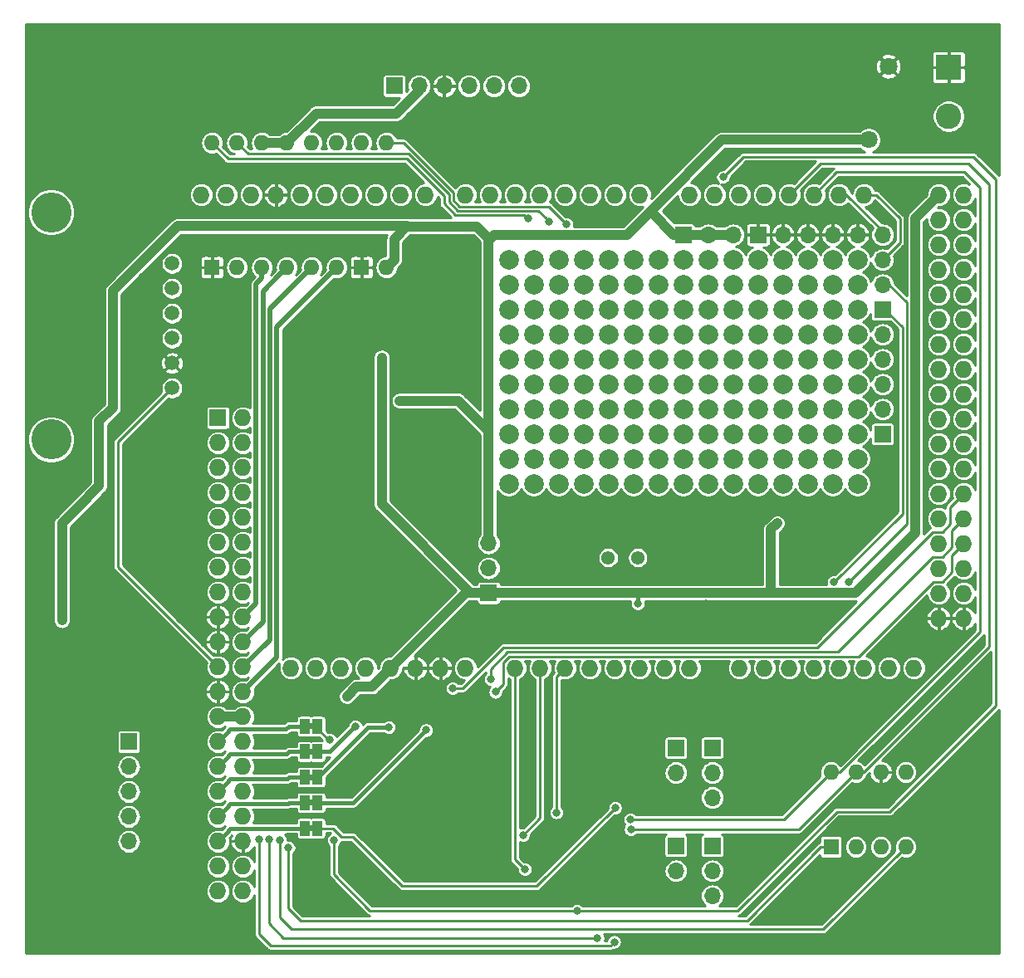
<source format=gbl>
G04 #@! TF.GenerationSoftware,KiCad,Pcbnew,(5.1.4-0-10_14)*
G04 #@! TF.CreationDate,2020-04-01T12:18:43+11:00*
G04 #@! TF.ProjectId,v0.4.4b,76302e34-2e34-4622-9e6b-696361645f70,rev?*
G04 #@! TF.SameCoordinates,Original*
G04 #@! TF.FileFunction,Copper,L2,Bot*
G04 #@! TF.FilePolarity,Positive*
%FSLAX46Y46*%
G04 Gerber Fmt 4.6, Leading zero omitted, Abs format (unit mm)*
G04 Created by KiCad (PCBNEW (5.1.4-0-10_14)) date 2020-04-01 12:18:43*
%MOMM*%
%LPD*%
G04 APERTURE LIST*
%ADD10C,0.100000*%
%ADD11C,2.000000*%
%ADD12O,1.700000X1.700000*%
%ADD13R,1.700000X1.700000*%
%ADD14R,1.000000X1.500000*%
%ADD15C,1.500000*%
%ADD16C,4.100000*%
%ADD17C,1.800000*%
%ADD18O,1.727200X1.727200*%
%ADD19R,1.727200X1.727200*%
%ADD20C,1.381000*%
%ADD21R,1.600000X1.600000*%
%ADD22O,1.600000X1.600000*%
%ADD23C,2.600000*%
%ADD24R,2.600000X2.600000*%
%ADD25C,0.800000*%
%ADD26C,1.000000*%
%ADD27C,0.250000*%
%ADD28C,1.000000*%
%ADD29C,0.400000*%
%ADD30C,0.500000*%
G04 APERTURE END LIST*
D10*
G36*
X140250000Y-121300000D02*
G01*
X139750000Y-121300000D01*
X139750000Y-121900000D01*
X140250000Y-121900000D01*
X140250000Y-121300000D01*
G37*
G36*
X140250000Y-118700000D02*
G01*
X139750000Y-118700000D01*
X139750000Y-119300000D01*
X140250000Y-119300000D01*
X140250000Y-118700000D01*
G37*
G36*
X140250000Y-116100000D02*
G01*
X139750000Y-116100000D01*
X139750000Y-116700000D01*
X140250000Y-116700000D01*
X140250000Y-116100000D01*
G37*
G36*
X140250000Y-113500000D02*
G01*
X139750000Y-113500000D01*
X139750000Y-114100000D01*
X140250000Y-114100000D01*
X140250000Y-113500000D01*
G37*
G36*
X140250000Y-110900000D02*
G01*
X139750000Y-110900000D01*
X139750000Y-111500000D01*
X140250000Y-111500000D01*
X140250000Y-110900000D01*
G37*
D11*
X195715000Y-86480000D03*
X193175000Y-86480000D03*
X190635000Y-86480000D03*
X188095000Y-86480000D03*
X185555000Y-86480000D03*
X183015000Y-86480000D03*
X180475000Y-86480000D03*
X177935000Y-86480000D03*
X175395000Y-86480000D03*
X172855000Y-86480000D03*
X170315000Y-86480000D03*
X167775000Y-86480000D03*
X165235000Y-86480000D03*
X162695000Y-86480000D03*
X160155000Y-86480000D03*
X195715000Y-83940000D03*
X193175000Y-83940000D03*
X190635000Y-83940000D03*
X188095000Y-83940000D03*
X185555000Y-83940000D03*
X183015000Y-83940000D03*
X180475000Y-83940000D03*
X177935000Y-83940000D03*
X175395000Y-83940000D03*
X172855000Y-83940000D03*
X170315000Y-83940000D03*
X167775000Y-83940000D03*
X165235000Y-83940000D03*
X162695000Y-83940000D03*
X160155000Y-83940000D03*
X195715000Y-81400000D03*
X193175000Y-81400000D03*
X190635000Y-81400000D03*
X188095000Y-81400000D03*
X185555000Y-81400000D03*
X183015000Y-81400000D03*
X180475000Y-81400000D03*
X177935000Y-81400000D03*
X175395000Y-81400000D03*
X172855000Y-81400000D03*
X170315000Y-81400000D03*
X167775000Y-81400000D03*
X165235000Y-81400000D03*
X162695000Y-81400000D03*
X160155000Y-81400000D03*
X195715000Y-78860000D03*
X193175000Y-78860000D03*
X190635000Y-78860000D03*
X188095000Y-78860000D03*
X185555000Y-78860000D03*
X183015000Y-78860000D03*
X180475000Y-78860000D03*
X177935000Y-78860000D03*
X175395000Y-78860000D03*
X172855000Y-78860000D03*
X170315000Y-78860000D03*
X167775000Y-78860000D03*
X165235000Y-78860000D03*
X162695000Y-78860000D03*
X160155000Y-78860000D03*
X195715000Y-76320000D03*
X193175000Y-76320000D03*
X190635000Y-76320000D03*
X188095000Y-76320000D03*
X185555000Y-76320000D03*
X183015000Y-76320000D03*
X180475000Y-76320000D03*
X177935000Y-76320000D03*
X175395000Y-76320000D03*
X172855000Y-76320000D03*
X170315000Y-76320000D03*
X167775000Y-76320000D03*
X165235000Y-76320000D03*
X162695000Y-76320000D03*
X160155000Y-76320000D03*
X195715000Y-73780000D03*
X193175000Y-73780000D03*
X190635000Y-73780000D03*
X188095000Y-73780000D03*
X185555000Y-73780000D03*
X183015000Y-73780000D03*
X180475000Y-73780000D03*
X177935000Y-73780000D03*
X175395000Y-73780000D03*
X172855000Y-73780000D03*
X170315000Y-73780000D03*
X167775000Y-73780000D03*
X165235000Y-73780000D03*
X162695000Y-73780000D03*
X160155000Y-73780000D03*
X195715000Y-71240000D03*
X193175000Y-71240000D03*
X190635000Y-71240000D03*
X188095000Y-71240000D03*
X185555000Y-71240000D03*
X183015000Y-71240000D03*
X180475000Y-71240000D03*
X177935000Y-71240000D03*
X175395000Y-71240000D03*
X172855000Y-71240000D03*
X170315000Y-71240000D03*
X167775000Y-71240000D03*
X165235000Y-71240000D03*
X162695000Y-71240000D03*
X160155000Y-71240000D03*
X195715000Y-68700000D03*
X193175000Y-68700000D03*
X190635000Y-68700000D03*
X188095000Y-68700000D03*
X185555000Y-68700000D03*
X183015000Y-68700000D03*
X180475000Y-68700000D03*
X177935000Y-68700000D03*
X175395000Y-68700000D03*
X172855000Y-68700000D03*
X170315000Y-68700000D03*
X167775000Y-68700000D03*
X165235000Y-68700000D03*
X162695000Y-68700000D03*
X160155000Y-68700000D03*
X195715000Y-66160000D03*
X193175000Y-66160000D03*
X190635000Y-66160000D03*
X188095000Y-66160000D03*
X185555000Y-66160000D03*
X183015000Y-66160000D03*
X180475000Y-66160000D03*
X177935000Y-66160000D03*
X175395000Y-66160000D03*
X172855000Y-66160000D03*
X170315000Y-66160000D03*
X167775000Y-66160000D03*
X165235000Y-66160000D03*
X162695000Y-66160000D03*
X160155000Y-66160000D03*
X195715000Y-63620000D03*
X193175000Y-63620000D03*
X190635000Y-63620000D03*
X188095000Y-63620000D03*
X185555000Y-63620000D03*
X183015000Y-63620000D03*
X180475000Y-63620000D03*
X177935000Y-63620000D03*
X175395000Y-63620000D03*
X172855000Y-63620000D03*
X170315000Y-63620000D03*
X167775000Y-63620000D03*
X165235000Y-63620000D03*
X162695000Y-63620000D03*
X160155000Y-63620000D03*
D12*
X183015000Y-61080000D03*
X180475000Y-61080000D03*
D13*
X177935000Y-61080000D03*
D12*
X121412000Y-122936000D03*
X121412000Y-120396000D03*
X121412000Y-117856000D03*
X121412000Y-115316000D03*
D13*
X121412000Y-112776000D03*
D12*
X161180000Y-45900000D03*
X158640000Y-45900000D03*
X156100000Y-45900000D03*
X153560000Y-45900000D03*
X151020000Y-45900000D03*
D13*
X148480000Y-45900000D03*
D14*
X139350000Y-121600000D03*
X140650000Y-121600000D03*
X139350000Y-119000000D03*
X140650000Y-119000000D03*
X139350000Y-116400000D03*
X140650000Y-116400000D03*
X139350000Y-113800000D03*
X140650000Y-113800000D03*
X139350000Y-111200000D03*
X140650000Y-111200000D03*
D12*
X177200000Y-125940000D03*
D13*
X177200000Y-123400000D03*
D12*
X177200000Y-115940000D03*
D13*
X177200000Y-113400000D03*
D12*
X180900000Y-128480000D03*
X180900000Y-125940000D03*
D13*
X180900000Y-123400000D03*
D12*
X180900000Y-118480000D03*
X180900000Y-115940000D03*
D13*
X180900000Y-113400000D03*
D12*
X158100000Y-92520000D03*
X158100000Y-95060000D03*
D13*
X158100000Y-97600000D03*
D15*
X125820000Y-76700000D03*
X125820000Y-74160000D03*
X125820000Y-71620000D03*
X125820000Y-69080000D03*
X125820000Y-66540000D03*
X125820000Y-64000000D03*
D16*
X113500000Y-58800000D03*
X113500000Y-81950000D03*
D17*
X198850000Y-43900000D03*
X196850000Y-51400000D03*
D18*
X160800000Y-105260000D03*
X155720000Y-105260000D03*
X153180000Y-105260000D03*
X150640000Y-105260000D03*
X148100000Y-105260000D03*
X145560000Y-105260000D03*
X143020000Y-105260000D03*
X140480000Y-105260000D03*
X196360000Y-57000000D03*
X193820000Y-57000000D03*
X191280000Y-57000000D03*
X188740000Y-57000000D03*
X186200000Y-57000000D03*
X183660000Y-57000000D03*
X181120000Y-57000000D03*
X178580000Y-57000000D03*
X173500000Y-57000000D03*
X170960000Y-57000000D03*
X168420000Y-57000000D03*
X165880000Y-57000000D03*
X163340000Y-57000000D03*
X160800000Y-57000000D03*
X158260000Y-57000000D03*
X155720000Y-57000000D03*
X136416000Y-57000000D03*
X151656000Y-57000000D03*
X149116000Y-57000000D03*
X146576000Y-57000000D03*
X128796000Y-57000000D03*
X131336000Y-57000000D03*
X133876000Y-57000000D03*
X138956000Y-57000000D03*
X141496000Y-57000000D03*
X144036000Y-57000000D03*
X137940000Y-105260000D03*
X163340000Y-105260000D03*
X165880000Y-105260000D03*
X168420000Y-105260000D03*
X170960000Y-105260000D03*
X173500000Y-105260000D03*
X176040000Y-105260000D03*
X178580000Y-105260000D03*
X183660000Y-105260000D03*
X186200000Y-105260000D03*
X188740000Y-105260000D03*
X191280000Y-105260000D03*
X193820000Y-105260000D03*
X196360000Y-105260000D03*
X198900000Y-105260000D03*
X201440000Y-105260000D03*
X203980000Y-57000000D03*
X206520000Y-57000000D03*
X203980000Y-59540000D03*
X206520000Y-59540000D03*
X203980000Y-62080000D03*
X206520000Y-62080000D03*
X203980000Y-64620000D03*
X206520000Y-64620000D03*
X203980000Y-67160000D03*
X206520000Y-67160000D03*
X203980000Y-69700000D03*
X206520000Y-69700000D03*
X203980000Y-72240000D03*
X206520000Y-72240000D03*
X203980000Y-74780000D03*
X206520000Y-74780000D03*
X203980000Y-77320000D03*
X206520000Y-77320000D03*
X203980000Y-79860000D03*
X206520000Y-79860000D03*
X203980000Y-82400000D03*
X206520000Y-82400000D03*
X203980000Y-84940000D03*
X206520000Y-84940000D03*
X203980000Y-87480000D03*
X206520000Y-87480000D03*
X203980000Y-90020000D03*
X206520000Y-90020000D03*
X203980000Y-92560000D03*
X206520000Y-92560000D03*
X203980000Y-95100000D03*
X206520000Y-95100000D03*
X203980000Y-97640000D03*
X206520000Y-97640000D03*
X203980000Y-100180000D03*
X206520000Y-100180000D03*
D19*
X130500000Y-79740000D03*
D18*
X133040000Y-79740000D03*
X130500000Y-82280000D03*
X133040000Y-82280000D03*
X130500000Y-84820000D03*
X133040000Y-84820000D03*
X130500000Y-87360000D03*
X133040000Y-87360000D03*
X130500000Y-89900000D03*
X133040000Y-89900000D03*
X130500000Y-92440000D03*
X133040000Y-92440000D03*
X130500000Y-94980000D03*
X133040000Y-94980000D03*
X130500000Y-97520000D03*
X133040000Y-97520000D03*
X130500000Y-100060000D03*
X133040000Y-100060000D03*
X130500000Y-102600000D03*
X133040000Y-102600000D03*
X130500000Y-105140000D03*
X133040000Y-105140000D03*
X130500000Y-107680000D03*
X133040000Y-107680000D03*
X130500000Y-110220000D03*
X133040000Y-110220000D03*
X130500000Y-112760000D03*
X133040000Y-112760000D03*
X130500000Y-115300000D03*
X133040000Y-115300000D03*
X130500000Y-117840000D03*
X133040000Y-117840000D03*
X130500000Y-120380000D03*
X133040000Y-120380000D03*
X130500000Y-122920000D03*
X133040000Y-122920000D03*
X130500000Y-125460000D03*
X133040000Y-125460000D03*
X130500000Y-128000000D03*
X133040000Y-128000000D03*
D20*
X173300000Y-94000000D03*
X170300000Y-94000000D03*
D21*
X129900000Y-64400000D03*
D22*
X147680000Y-51700000D03*
X132440000Y-64400000D03*
X145140000Y-51700000D03*
X134980000Y-64400000D03*
X142600000Y-51700000D03*
X137520000Y-64400000D03*
X140060000Y-51700000D03*
X140060000Y-64400000D03*
X137520000Y-51700000D03*
X142600000Y-64400000D03*
X134980000Y-51700000D03*
D21*
X145140000Y-64400000D03*
D22*
X132440000Y-51700000D03*
X147680000Y-64400000D03*
X129900000Y-51700000D03*
D21*
X193000000Y-123500000D03*
D22*
X200620000Y-115880000D03*
X195540000Y-123500000D03*
X198080000Y-115880000D03*
X198080000Y-123500000D03*
X195540000Y-115880000D03*
X200620000Y-123500000D03*
X193000000Y-115880000D03*
D23*
X205000000Y-49000000D03*
D24*
X205000000Y-44000000D03*
D13*
X198255000Y-68700000D03*
D12*
X198255000Y-66160000D03*
X198255000Y-63620000D03*
X198255000Y-61080000D03*
D13*
X198255000Y-81400000D03*
D12*
X198255000Y-78860000D03*
X198255000Y-76320000D03*
X198255000Y-73780000D03*
X198255000Y-71240000D03*
X195715000Y-61080000D03*
X193175000Y-61080000D03*
X190635000Y-61080000D03*
X188095000Y-61080000D03*
D13*
X185555000Y-61080000D03*
D25*
X169200000Y-114300000D03*
X159500000Y-124600000D03*
X158800000Y-122400000D03*
X140900000Y-78600000D03*
X153200000Y-108200000D03*
X126500000Y-90400000D03*
X150749000Y-107442000D03*
X127600000Y-92900000D03*
X136300000Y-112700000D03*
X137400000Y-115300000D03*
X162200000Y-113500000D03*
X145300000Y-127300000D03*
X127600000Y-94400000D03*
X128800000Y-87000000D03*
X127500000Y-89500000D03*
X159500000Y-126700000D03*
X144200000Y-121000000D03*
X158000000Y-117500000D03*
X139100000Y-129900000D03*
X138600000Y-128100000D03*
X158600000Y-129000000D03*
X138700000Y-125800000D03*
X128800000Y-85700000D03*
X165100000Y-127800000D03*
X141400000Y-79500000D03*
X137700000Y-84000000D03*
X140843000Y-86995000D03*
X138684000Y-84074000D03*
X162300000Y-109800000D03*
X180251552Y-98700010D03*
X193000000Y-94000000D03*
X184000000Y-94000000D03*
X147701000Y-91567000D03*
X141200000Y-84000000D03*
X139100000Y-123300000D03*
X136500000Y-49000000D03*
X137000000Y-46500000D03*
X136500000Y-43700000D03*
X147800000Y-98900000D03*
X202700000Y-108300000D03*
X175000000Y-117500000D03*
X184500000Y-119200000D03*
X191500000Y-128500000D03*
X176000000Y-133000000D03*
X198000000Y-128100000D03*
X194000000Y-118900000D03*
X164200000Y-117300000D03*
X170900000Y-128700000D03*
X175300000Y-128500000D03*
X165800000Y-121800000D03*
X190100000Y-99300000D03*
X147508736Y-117746075D03*
X136800000Y-109494990D03*
X144947746Y-110303094D03*
X165000000Y-120000000D03*
X161792500Y-125792500D03*
X161600000Y-122300000D03*
D26*
X143650001Y-108149999D03*
D25*
X173300000Y-98700000D03*
D26*
X147200000Y-73600000D03*
D25*
X187500000Y-90500000D03*
X114600000Y-100425000D03*
X116150000Y-88950000D03*
X119800000Y-78700000D03*
D26*
X149000000Y-78000000D03*
D25*
X158800000Y-107700000D03*
X162100000Y-59400000D03*
X166023452Y-59986990D03*
X154432000Y-107315000D03*
X158300000Y-106400000D03*
X167100000Y-130000000D03*
X142299998Y-122800000D03*
X182000000Y-55200000D03*
X141899518Y-112574434D03*
X172600000Y-121700000D03*
X172552644Y-120701110D03*
X193300000Y-96500000D03*
X194800000Y-96500000D03*
X164278465Y-59725011D03*
X137700000Y-123600000D03*
X136800000Y-122800002D03*
X151712856Y-111599925D03*
X169200000Y-132800000D03*
X135700000Y-122700000D03*
X134700000Y-122699998D03*
X170900000Y-133199990D03*
X144505459Y-111199981D03*
X147929818Y-111289564D03*
X171000000Y-119500000D03*
D27*
X165000000Y-106140000D02*
X165880000Y-105260000D01*
X165000000Y-120000000D02*
X165000000Y-106140000D01*
X160800000Y-124800000D02*
X160800000Y-105260000D01*
X161792500Y-125792500D02*
X160800000Y-124800000D01*
X163340000Y-105260000D02*
X163340000Y-120560000D01*
X163340000Y-120560000D02*
X161600000Y-122300000D01*
D28*
X144638362Y-107161638D02*
X146198362Y-107161638D01*
X146198362Y-107161638D02*
X147236401Y-106123599D01*
X143650001Y-108149999D02*
X144638362Y-107161638D01*
X147236401Y-106123599D02*
X148100000Y-105260000D01*
X134980000Y-51700000D02*
X137520000Y-51700000D01*
X151020000Y-46380000D02*
X151020000Y-45900000D01*
X148700000Y-48700000D02*
X151020000Y-46380000D01*
X137520000Y-51700000D02*
X140520000Y-48700000D01*
X140520000Y-48700000D02*
X148700000Y-48700000D01*
X155760000Y-97600000D02*
X148100000Y-105260000D01*
X158100000Y-97600000D02*
X155760000Y-97600000D01*
X201600000Y-91500000D02*
X195500000Y-97600000D01*
X203980000Y-57000000D02*
X201600000Y-59380000D01*
X201600000Y-59380000D02*
X201600000Y-91500000D01*
D29*
X173300000Y-97900000D02*
X173000000Y-97600000D01*
X173300000Y-98700000D02*
X173300000Y-97900000D01*
D28*
X173000000Y-97600000D02*
X158100000Y-97600000D01*
X158100000Y-97600000D02*
X156250000Y-97600000D01*
X147200000Y-88550000D02*
X147200000Y-74165685D01*
X147200000Y-74165685D02*
X147200000Y-73600000D01*
X156250000Y-97600000D02*
X147200000Y-88550000D01*
X187500000Y-90500000D02*
X186900000Y-91100000D01*
X186900000Y-97600000D02*
X173000000Y-97600000D01*
X186900000Y-91100000D02*
X186900000Y-97600000D01*
X195500000Y-97600000D02*
X186900000Y-97600000D01*
X126400000Y-60200000D02*
X119800000Y-66800000D01*
X119800000Y-66800000D02*
X119800000Y-78700000D01*
X119800000Y-78700000D02*
X118400000Y-80100000D01*
X118400000Y-80100000D02*
X118400000Y-86700000D01*
X114600000Y-90500000D02*
X114600000Y-100400000D01*
X118400000Y-86700000D02*
X116150000Y-88950000D01*
X116150000Y-88950000D02*
X114600000Y-90500000D01*
X158100000Y-81100000D02*
X158100000Y-92520000D01*
X149800000Y-60200000D02*
X126400000Y-60200000D01*
X155000000Y-78000000D02*
X149565685Y-78000000D01*
X149565685Y-78000000D02*
X149000000Y-78000000D01*
X158100000Y-81100000D02*
X155000000Y-78000000D01*
X148479999Y-61520001D02*
X149800000Y-60200000D01*
X147680000Y-64400000D02*
X148479999Y-63600001D01*
X148479999Y-63600001D02*
X148479999Y-61520001D01*
X196850000Y-51400000D02*
X181865870Y-51400000D01*
X181865870Y-51400000D02*
X174798935Y-58466935D01*
X158623000Y-61087000D02*
X158115000Y-61595000D01*
X174798935Y-58466935D02*
X172178870Y-61087000D01*
X172178870Y-61087000D02*
X158623000Y-61087000D01*
X158100000Y-61453000D02*
X158100000Y-81100000D01*
X156872011Y-60225011D02*
X158100000Y-61453000D01*
X149800000Y-60200000D02*
X149825011Y-60225011D01*
X149825011Y-60225011D02*
X156872011Y-60225011D01*
X176985000Y-61080000D02*
X183015000Y-61080000D01*
X174798935Y-58466935D02*
X174798935Y-58893935D01*
X174798935Y-58893935D02*
X176985000Y-61080000D01*
D27*
X159199999Y-107300001D02*
X158800000Y-107700000D01*
X159611399Y-104689471D02*
X159611399Y-106888601D01*
X160229471Y-104071399D02*
X159611399Y-104689471D01*
X205331399Y-93748601D02*
X205331399Y-95507731D01*
X206520000Y-92560000D02*
X205331399Y-93748601D01*
X205331399Y-95507731D02*
X204387731Y-96451399D01*
X204387731Y-96451399D02*
X203485012Y-96451399D01*
X203485012Y-96451399D02*
X195865012Y-104071399D01*
X159611399Y-106888601D02*
X159199999Y-107300001D01*
X195865012Y-104071399D02*
X160229471Y-104071399D01*
X197581314Y-57000000D02*
X196360000Y-57000000D01*
X200025000Y-59443686D02*
X197581314Y-57000000D01*
X198255000Y-63620000D02*
X200025000Y-61850000D01*
X200025000Y-61850000D02*
X200025000Y-59443686D01*
X198255000Y-60655000D02*
X198255000Y-61080000D01*
X193820000Y-57000000D02*
X194600000Y-57000000D01*
X194600000Y-57000000D02*
X198255000Y-60655000D01*
X162000000Y-59400000D02*
X162100000Y-59400000D01*
X161688623Y-59088623D02*
X162000000Y-59400000D01*
X131540000Y-53340000D02*
X149755130Y-53340000D01*
X129900000Y-51700000D02*
X131540000Y-53340000D01*
X153543000Y-57127870D02*
X153543000Y-57912000D01*
X149755130Y-53340000D02*
X153543000Y-57127870D01*
X153543000Y-57912000D02*
X154719623Y-59088623D01*
X154719623Y-59088623D02*
X161688623Y-59088623D01*
X164225063Y-58188601D02*
X165623453Y-59586991D01*
X147680000Y-51700000D02*
X149436411Y-51700000D01*
X154531399Y-56794988D02*
X154531399Y-57570529D01*
X149436411Y-51700000D02*
X154531399Y-56794988D01*
X165623453Y-59586991D02*
X166023452Y-59986990D01*
X155149471Y-58188601D02*
X164225063Y-58188601D01*
X154531399Y-57570529D02*
X155149471Y-58188601D01*
X155485000Y-107315000D02*
X154997685Y-107315000D01*
X205168601Y-88831399D02*
X205168601Y-90590529D01*
X204387731Y-91371399D02*
X203409471Y-91371399D01*
X159628621Y-103171379D02*
X155485000Y-107315000D01*
X206520000Y-87480000D02*
X205168601Y-88831399D01*
X154997685Y-107315000D02*
X154432000Y-107315000D01*
X203409471Y-91371399D02*
X191609491Y-103171379D01*
X191609491Y-103171379D02*
X159628621Y-103171379D01*
X205168601Y-90590529D02*
X204387731Y-91371399D01*
X158300000Y-105834315D02*
X158300000Y-106400000D01*
X158300000Y-105364460D02*
X158300000Y-105834315D01*
X160043070Y-103621390D02*
X158300000Y-105364460D01*
X205331399Y-92967731D02*
X204387731Y-93911399D01*
X206520000Y-90020000D02*
X205331399Y-91208601D01*
X204387731Y-93911399D02*
X203409471Y-93911399D01*
X203409471Y-93911399D02*
X193699480Y-103621390D01*
X205331399Y-91208601D02*
X205331399Y-92967731D01*
X193699480Y-103621390D02*
X160043070Y-103621390D01*
X142299998Y-126299998D02*
X142299998Y-122800000D01*
X167100000Y-130000000D02*
X146000000Y-130000000D01*
X146000000Y-130000000D02*
X142299998Y-126299998D01*
X204400000Y-114500000D02*
X209800000Y-109100000D01*
X199000000Y-119900000D02*
X204400000Y-114500000D01*
X209800000Y-109100000D02*
X209800000Y-55400000D01*
X167665685Y-130000000D02*
X183500000Y-130000000D01*
X207500000Y-53100000D02*
X184100000Y-53100000D01*
X193600000Y-119900000D02*
X199000000Y-119900000D01*
X183500000Y-130000000D02*
X193600000Y-119900000D01*
X209800000Y-55400000D02*
X207500000Y-53100000D01*
X167100000Y-130000000D02*
X167665685Y-130000000D01*
X184100000Y-53100000D02*
X182000000Y-55200000D01*
X140650000Y-111450000D02*
X141774434Y-112574434D01*
X141774434Y-112574434D02*
X141899518Y-112574434D01*
X140650000Y-111200000D02*
X140650000Y-111450000D01*
X195540000Y-115880000D02*
X189720000Y-121700000D01*
X189720000Y-121700000D02*
X172600000Y-121700000D01*
X191940000Y-53800000D02*
X188740000Y-57000000D01*
X207000000Y-53800000D02*
X191940000Y-53800000D01*
X209100000Y-55900000D02*
X207000000Y-53800000D01*
X209100000Y-103100000D02*
X209100000Y-55900000D01*
X195540000Y-115880000D02*
X196320000Y-115880000D01*
X196320000Y-115880000D02*
X209100000Y-103100000D01*
X188178890Y-120701110D02*
X172552644Y-120701110D01*
X193000000Y-115880000D02*
X188178890Y-120701110D01*
X193580000Y-54700000D02*
X191280000Y-57000000D01*
X206600000Y-54700000D02*
X193580000Y-54700000D01*
X208200000Y-56300000D02*
X206600000Y-54700000D01*
X208200000Y-101600000D02*
X208200000Y-56300000D01*
X193000000Y-115880000D02*
X193920000Y-115880000D01*
X193920000Y-115880000D02*
X208200000Y-101600000D01*
X198494000Y-68700000D02*
X198255000Y-68700000D01*
X200279000Y-70485000D02*
X198494000Y-68700000D01*
X193300000Y-96500000D02*
X200279000Y-89521000D01*
X200279000Y-89521000D02*
X200279000Y-70485000D01*
X198900000Y-66160000D02*
X198255000Y-66160000D01*
X200729011Y-67989011D02*
X198900000Y-66160000D01*
X194800000Y-96500000D02*
X200729011Y-90570989D01*
X200729011Y-90570989D02*
X200729011Y-67989011D01*
X163878466Y-59325012D02*
X164278465Y-59725011D01*
X133565001Y-52825001D02*
X149925001Y-52825001D01*
X132440000Y-51700000D02*
X133565001Y-52825001D01*
X149925001Y-52825001D02*
X154051000Y-56951000D01*
X154051000Y-56951000D02*
X154051000Y-57726541D01*
X154051000Y-57726541D02*
X154963071Y-58638612D01*
X163192066Y-58638612D02*
X163878466Y-59325012D01*
X154963071Y-58638612D02*
X163192066Y-58638612D01*
D30*
X134980000Y-65531370D02*
X134980000Y-64400000D01*
X134399978Y-66111392D02*
X134980000Y-65531370D01*
X134399978Y-87069850D02*
X134399978Y-66111392D01*
X134399967Y-87069861D02*
X134399978Y-87069850D01*
X133040000Y-100060000D02*
X134399967Y-98700033D01*
X134399967Y-98700033D02*
X134399967Y-87069861D01*
X136720001Y-65199999D02*
X137520000Y-64400000D01*
X135099989Y-66820011D02*
X136720001Y-65199999D01*
X135099989Y-85420082D02*
X135099989Y-66820011D01*
X135099978Y-85420093D02*
X135099989Y-85420082D01*
X133040000Y-102600000D02*
X135099978Y-100540022D01*
X135099978Y-100540022D02*
X135099978Y-85420093D01*
X139260001Y-65199999D02*
X140060000Y-64400000D01*
X135800000Y-68660000D02*
X139260001Y-65199999D01*
X135800000Y-85900000D02*
X135800000Y-68660000D01*
X135799989Y-85900011D02*
X135800000Y-85900000D01*
X133040000Y-105140000D02*
X135799989Y-102380011D01*
X135799989Y-102380011D02*
X135799989Y-85900011D01*
X133040000Y-107680000D02*
X136500000Y-104220000D01*
X136500000Y-104220000D02*
X136500000Y-70500000D01*
X136500000Y-70500000D02*
X142600000Y-64400000D01*
D27*
X137700000Y-129800000D02*
X137700000Y-123600000D01*
X138900000Y-131000000D02*
X137700000Y-129800000D01*
X184450000Y-131000000D02*
X138900000Y-131000000D01*
X193000000Y-123500000D02*
X191950000Y-123500000D01*
X191950000Y-123500000D02*
X184450000Y-131000000D01*
X192220000Y-131900000D02*
X138000000Y-131900000D01*
X136800000Y-130700000D02*
X136800000Y-122800002D01*
X138000000Y-131900000D02*
X136800000Y-130700000D01*
X200620000Y-123500000D02*
X192220000Y-131900000D01*
X120300000Y-94940000D02*
X130500000Y-105140000D01*
X125820000Y-76700000D02*
X120300000Y-82220000D01*
X120300000Y-82220000D02*
X120300000Y-94940000D01*
D29*
X151312857Y-111999924D02*
X151712856Y-111599925D01*
X144312781Y-119000000D02*
X151312857Y-111999924D01*
X140700000Y-119000000D02*
X144312781Y-119000000D01*
X131363599Y-111896401D02*
X130500000Y-112760000D01*
X131763601Y-111496399D02*
X131363599Y-111896401D01*
X137453601Y-111496399D02*
X131763601Y-111496399D01*
X139300000Y-111200000D02*
X137750000Y-111200000D01*
X137750000Y-111200000D02*
X137453601Y-111496399D01*
X131363599Y-114436401D02*
X130500000Y-115300000D01*
X131776399Y-114023601D02*
X131363599Y-114436401D01*
X137526399Y-114023601D02*
X131776399Y-114023601D01*
X139200000Y-113800000D02*
X137750000Y-113800000D01*
X137750000Y-113800000D02*
X137526399Y-114023601D01*
X131363599Y-116976401D02*
X130500000Y-117840000D01*
X131776399Y-116563601D02*
X131363599Y-116976401D01*
X137586399Y-116563601D02*
X131776399Y-116563601D01*
X139200000Y-116400000D02*
X137750000Y-116400000D01*
X137750000Y-116400000D02*
X137586399Y-116563601D01*
D27*
X135700000Y-131300000D02*
X135700000Y-122700000D01*
X169200000Y-132800000D02*
X137200000Y-132800000D01*
X137200000Y-132800000D02*
X135700000Y-131300000D01*
D29*
X131363599Y-119516401D02*
X130500000Y-120380000D01*
X131776399Y-119103601D02*
X131363599Y-119516401D01*
X137646399Y-119103601D02*
X131776399Y-119103601D01*
X139300000Y-119000000D02*
X137750000Y-119000000D01*
X137750000Y-119000000D02*
X137646399Y-119103601D01*
D27*
X170500001Y-133599989D02*
X170900000Y-133199990D01*
X134700000Y-122699998D02*
X134700000Y-132400000D01*
X134700000Y-132400000D02*
X135899989Y-133599989D01*
X135899989Y-133599989D02*
X170500001Y-133599989D01*
D29*
X131363599Y-122056401D02*
X130500000Y-122920000D01*
X131776399Y-121643601D02*
X131363599Y-122056401D01*
X137356399Y-121643601D02*
X131776399Y-121643601D01*
X139300000Y-121600000D02*
X137400000Y-121600000D01*
X137400000Y-121600000D02*
X137356399Y-121643601D01*
X141905440Y-113800000D02*
X144105460Y-111599980D01*
X144105460Y-111599980D02*
X144505459Y-111199981D01*
X140700000Y-113800000D02*
X141905440Y-113800000D01*
X145810436Y-111289564D02*
X147364133Y-111289564D01*
X147364133Y-111289564D02*
X147929818Y-111289564D01*
X140700000Y-116400000D02*
X145810436Y-111289564D01*
D27*
X163000000Y-127500000D02*
X171000000Y-119500000D01*
X149300000Y-127500000D02*
X163000000Y-127500000D01*
X144251999Y-122451999D02*
X149300000Y-127500000D01*
X143125001Y-122451999D02*
X144251999Y-122451999D01*
X140650000Y-121600000D02*
X142273002Y-121600000D01*
X142273002Y-121600000D02*
X143125001Y-122451999D01*
D28*
X130500000Y-110220000D02*
X133040000Y-110220000D01*
D27*
G36*
X210100000Y-54992894D02*
G01*
X207870929Y-52763824D01*
X207855264Y-52744736D01*
X207779129Y-52682254D01*
X207692267Y-52635825D01*
X207598017Y-52607235D01*
X207524560Y-52600000D01*
X207500000Y-52597581D01*
X207475440Y-52600000D01*
X197284678Y-52600000D01*
X197453939Y-52529890D01*
X197662765Y-52390357D01*
X197840357Y-52212765D01*
X197979890Y-52003939D01*
X198076002Y-51771904D01*
X198125000Y-51525577D01*
X198125000Y-51274423D01*
X198076002Y-51028096D01*
X197979890Y-50796061D01*
X197840357Y-50587235D01*
X197662765Y-50409643D01*
X197453939Y-50270110D01*
X197221904Y-50173998D01*
X196975577Y-50125000D01*
X196724423Y-50125000D01*
X196478096Y-50173998D01*
X196246061Y-50270110D01*
X196037235Y-50409643D01*
X195921878Y-50525000D01*
X181908848Y-50525000D01*
X181865869Y-50520767D01*
X181694339Y-50537661D01*
X181655950Y-50549306D01*
X181529402Y-50587695D01*
X181377394Y-50668944D01*
X181244158Y-50778288D01*
X181216753Y-50811681D01*
X174692398Y-57336036D01*
X174720678Y-57242808D01*
X174744593Y-57000000D01*
X174720678Y-56757192D01*
X174649854Y-56523715D01*
X174534841Y-56308541D01*
X174380060Y-56119940D01*
X174191459Y-55965159D01*
X173976285Y-55850146D01*
X173742808Y-55779322D01*
X173560847Y-55761400D01*
X173439153Y-55761400D01*
X173257192Y-55779322D01*
X173023715Y-55850146D01*
X172808541Y-55965159D01*
X172619940Y-56119940D01*
X172465159Y-56308541D01*
X172350146Y-56523715D01*
X172279322Y-56757192D01*
X172255407Y-57000000D01*
X172279322Y-57242808D01*
X172350146Y-57476285D01*
X172465159Y-57691459D01*
X172619940Y-57880060D01*
X172808541Y-58034841D01*
X173023715Y-58149854D01*
X173257192Y-58220678D01*
X173439153Y-58238600D01*
X173560847Y-58238600D01*
X173742808Y-58220678D01*
X173836035Y-58192398D01*
X171816434Y-60212000D01*
X166768878Y-60212000D01*
X166798452Y-60063321D01*
X166798452Y-59910659D01*
X166768669Y-59760931D01*
X166710248Y-59619890D01*
X166625434Y-59492956D01*
X166517486Y-59385008D01*
X166390552Y-59300194D01*
X166249511Y-59241773D01*
X166099783Y-59211990D01*
X165955558Y-59211990D01*
X164595992Y-57852425D01*
X164580327Y-57833337D01*
X164504192Y-57770855D01*
X164417330Y-57724426D01*
X164361648Y-57707535D01*
X164374841Y-57691459D01*
X164489854Y-57476285D01*
X164560678Y-57242808D01*
X164584593Y-57000000D01*
X164635407Y-57000000D01*
X164659322Y-57242808D01*
X164730146Y-57476285D01*
X164845159Y-57691459D01*
X164999940Y-57880060D01*
X165188541Y-58034841D01*
X165403715Y-58149854D01*
X165637192Y-58220678D01*
X165819153Y-58238600D01*
X165940847Y-58238600D01*
X166122808Y-58220678D01*
X166356285Y-58149854D01*
X166571459Y-58034841D01*
X166760060Y-57880060D01*
X166914841Y-57691459D01*
X167029854Y-57476285D01*
X167100678Y-57242808D01*
X167124593Y-57000000D01*
X167175407Y-57000000D01*
X167199322Y-57242808D01*
X167270146Y-57476285D01*
X167385159Y-57691459D01*
X167539940Y-57880060D01*
X167728541Y-58034841D01*
X167943715Y-58149854D01*
X168177192Y-58220678D01*
X168359153Y-58238600D01*
X168480847Y-58238600D01*
X168662808Y-58220678D01*
X168896285Y-58149854D01*
X169111459Y-58034841D01*
X169300060Y-57880060D01*
X169454841Y-57691459D01*
X169569854Y-57476285D01*
X169640678Y-57242808D01*
X169664593Y-57000000D01*
X169715407Y-57000000D01*
X169739322Y-57242808D01*
X169810146Y-57476285D01*
X169925159Y-57691459D01*
X170079940Y-57880060D01*
X170268541Y-58034841D01*
X170483715Y-58149854D01*
X170717192Y-58220678D01*
X170899153Y-58238600D01*
X171020847Y-58238600D01*
X171202808Y-58220678D01*
X171436285Y-58149854D01*
X171651459Y-58034841D01*
X171840060Y-57880060D01*
X171994841Y-57691459D01*
X172109854Y-57476285D01*
X172180678Y-57242808D01*
X172204593Y-57000000D01*
X172180678Y-56757192D01*
X172109854Y-56523715D01*
X171994841Y-56308541D01*
X171840060Y-56119940D01*
X171651459Y-55965159D01*
X171436285Y-55850146D01*
X171202808Y-55779322D01*
X171020847Y-55761400D01*
X170899153Y-55761400D01*
X170717192Y-55779322D01*
X170483715Y-55850146D01*
X170268541Y-55965159D01*
X170079940Y-56119940D01*
X169925159Y-56308541D01*
X169810146Y-56523715D01*
X169739322Y-56757192D01*
X169715407Y-57000000D01*
X169664593Y-57000000D01*
X169640678Y-56757192D01*
X169569854Y-56523715D01*
X169454841Y-56308541D01*
X169300060Y-56119940D01*
X169111459Y-55965159D01*
X168896285Y-55850146D01*
X168662808Y-55779322D01*
X168480847Y-55761400D01*
X168359153Y-55761400D01*
X168177192Y-55779322D01*
X167943715Y-55850146D01*
X167728541Y-55965159D01*
X167539940Y-56119940D01*
X167385159Y-56308541D01*
X167270146Y-56523715D01*
X167199322Y-56757192D01*
X167175407Y-57000000D01*
X167124593Y-57000000D01*
X167100678Y-56757192D01*
X167029854Y-56523715D01*
X166914841Y-56308541D01*
X166760060Y-56119940D01*
X166571459Y-55965159D01*
X166356285Y-55850146D01*
X166122808Y-55779322D01*
X165940847Y-55761400D01*
X165819153Y-55761400D01*
X165637192Y-55779322D01*
X165403715Y-55850146D01*
X165188541Y-55965159D01*
X164999940Y-56119940D01*
X164845159Y-56308541D01*
X164730146Y-56523715D01*
X164659322Y-56757192D01*
X164635407Y-57000000D01*
X164584593Y-57000000D01*
X164560678Y-56757192D01*
X164489854Y-56523715D01*
X164374841Y-56308541D01*
X164220060Y-56119940D01*
X164031459Y-55965159D01*
X163816285Y-55850146D01*
X163582808Y-55779322D01*
X163400847Y-55761400D01*
X163279153Y-55761400D01*
X163097192Y-55779322D01*
X162863715Y-55850146D01*
X162648541Y-55965159D01*
X162459940Y-56119940D01*
X162305159Y-56308541D01*
X162190146Y-56523715D01*
X162119322Y-56757192D01*
X162095407Y-57000000D01*
X162119322Y-57242808D01*
X162190146Y-57476285D01*
X162303631Y-57688601D01*
X161836369Y-57688601D01*
X161949854Y-57476285D01*
X162020678Y-57242808D01*
X162044593Y-57000000D01*
X162020678Y-56757192D01*
X161949854Y-56523715D01*
X161834841Y-56308541D01*
X161680060Y-56119940D01*
X161491459Y-55965159D01*
X161276285Y-55850146D01*
X161042808Y-55779322D01*
X160860847Y-55761400D01*
X160739153Y-55761400D01*
X160557192Y-55779322D01*
X160323715Y-55850146D01*
X160108541Y-55965159D01*
X159919940Y-56119940D01*
X159765159Y-56308541D01*
X159650146Y-56523715D01*
X159579322Y-56757192D01*
X159555407Y-57000000D01*
X159579322Y-57242808D01*
X159650146Y-57476285D01*
X159763631Y-57688601D01*
X159296369Y-57688601D01*
X159409854Y-57476285D01*
X159480678Y-57242808D01*
X159504593Y-57000000D01*
X159480678Y-56757192D01*
X159409854Y-56523715D01*
X159294841Y-56308541D01*
X159140060Y-56119940D01*
X158951459Y-55965159D01*
X158736285Y-55850146D01*
X158502808Y-55779322D01*
X158320847Y-55761400D01*
X158199153Y-55761400D01*
X158017192Y-55779322D01*
X157783715Y-55850146D01*
X157568541Y-55965159D01*
X157379940Y-56119940D01*
X157225159Y-56308541D01*
X157110146Y-56523715D01*
X157039322Y-56757192D01*
X157015407Y-57000000D01*
X157039322Y-57242808D01*
X157110146Y-57476285D01*
X157223631Y-57688601D01*
X156756369Y-57688601D01*
X156869854Y-57476285D01*
X156940678Y-57242808D01*
X156964593Y-57000000D01*
X156940678Y-56757192D01*
X156869854Y-56523715D01*
X156754841Y-56308541D01*
X156600060Y-56119940D01*
X156411459Y-55965159D01*
X156196285Y-55850146D01*
X155962808Y-55779322D01*
X155780847Y-55761400D01*
X155659153Y-55761400D01*
X155477192Y-55779322D01*
X155243715Y-55850146D01*
X155028541Y-55965159D01*
X154839940Y-56119940D01*
X154715314Y-56271797D01*
X149807340Y-51363824D01*
X149791675Y-51344736D01*
X149715540Y-51282254D01*
X149628678Y-51235825D01*
X149534428Y-51207235D01*
X149460971Y-51200000D01*
X149436411Y-51197581D01*
X149411851Y-51200000D01*
X148745063Y-51200000D01*
X148661704Y-51044047D01*
X148514870Y-50865130D01*
X148335953Y-50718296D01*
X148131829Y-50609189D01*
X147910340Y-50542002D01*
X147737720Y-50525000D01*
X147622280Y-50525000D01*
X147449660Y-50542002D01*
X147228171Y-50609189D01*
X147024047Y-50718296D01*
X146845130Y-50865130D01*
X146698296Y-51044047D01*
X146589189Y-51248171D01*
X146522002Y-51469660D01*
X146499315Y-51700000D01*
X146522002Y-51930340D01*
X146589189Y-52151829D01*
X146681752Y-52325001D01*
X146138248Y-52325001D01*
X146230811Y-52151829D01*
X146297998Y-51930340D01*
X146320685Y-51700000D01*
X146297998Y-51469660D01*
X146230811Y-51248171D01*
X146121704Y-51044047D01*
X145974870Y-50865130D01*
X145795953Y-50718296D01*
X145591829Y-50609189D01*
X145370340Y-50542002D01*
X145197720Y-50525000D01*
X145082280Y-50525000D01*
X144909660Y-50542002D01*
X144688171Y-50609189D01*
X144484047Y-50718296D01*
X144305130Y-50865130D01*
X144158296Y-51044047D01*
X144049189Y-51248171D01*
X143982002Y-51469660D01*
X143959315Y-51700000D01*
X143982002Y-51930340D01*
X144049189Y-52151829D01*
X144141752Y-52325001D01*
X143598248Y-52325001D01*
X143690811Y-52151829D01*
X143757998Y-51930340D01*
X143780685Y-51700000D01*
X143757998Y-51469660D01*
X143690811Y-51248171D01*
X143581704Y-51044047D01*
X143434870Y-50865130D01*
X143255953Y-50718296D01*
X143051829Y-50609189D01*
X142830340Y-50542002D01*
X142657720Y-50525000D01*
X142542280Y-50525000D01*
X142369660Y-50542002D01*
X142148171Y-50609189D01*
X141944047Y-50718296D01*
X141765130Y-50865130D01*
X141618296Y-51044047D01*
X141509189Y-51248171D01*
X141442002Y-51469660D01*
X141419315Y-51700000D01*
X141442002Y-51930340D01*
X141509189Y-52151829D01*
X141601752Y-52325001D01*
X141058248Y-52325001D01*
X141150811Y-52151829D01*
X141217998Y-51930340D01*
X141240685Y-51700000D01*
X141217998Y-51469660D01*
X141150811Y-51248171D01*
X141041704Y-51044047D01*
X140894870Y-50865130D01*
X140715953Y-50718296D01*
X140511829Y-50609189D01*
X140290340Y-50542002D01*
X140117720Y-50525000D01*
X140002280Y-50525000D01*
X139924806Y-50532631D01*
X140882437Y-49575000D01*
X148657021Y-49575000D01*
X148700000Y-49579233D01*
X148742979Y-49575000D01*
X148871530Y-49562339D01*
X149036468Y-49512305D01*
X149188476Y-49431056D01*
X149321712Y-49321712D01*
X149349117Y-49288319D01*
X149802409Y-48835027D01*
X203325000Y-48835027D01*
X203325000Y-49164973D01*
X203389369Y-49488580D01*
X203515634Y-49793410D01*
X203698942Y-50067751D01*
X203932249Y-50301058D01*
X204206590Y-50484366D01*
X204511420Y-50610631D01*
X204835027Y-50675000D01*
X205164973Y-50675000D01*
X205488580Y-50610631D01*
X205793410Y-50484366D01*
X206067751Y-50301058D01*
X206301058Y-50067751D01*
X206484366Y-49793410D01*
X206610631Y-49488580D01*
X206675000Y-49164973D01*
X206675000Y-48835027D01*
X206610631Y-48511420D01*
X206484366Y-48206590D01*
X206301058Y-47932249D01*
X206067751Y-47698942D01*
X205793410Y-47515634D01*
X205488580Y-47389369D01*
X205164973Y-47325000D01*
X204835027Y-47325000D01*
X204511420Y-47389369D01*
X204206590Y-47515634D01*
X203932249Y-47698942D01*
X203698942Y-47932249D01*
X203515634Y-48206590D01*
X203389369Y-48511420D01*
X203325000Y-48835027D01*
X149802409Y-48835027D01*
X151608326Y-47029111D01*
X151641712Y-47001712D01*
X151710148Y-46918323D01*
X151890397Y-46770397D01*
X152043478Y-46583866D01*
X152157228Y-46371055D01*
X152227275Y-46140142D01*
X152228854Y-46124108D01*
X152304849Y-46124108D01*
X152372688Y-46364670D01*
X152486154Y-46587375D01*
X152640888Y-46783664D01*
X152830943Y-46945995D01*
X153049015Y-47068128D01*
X153286724Y-47145371D01*
X153335892Y-47155150D01*
X153535000Y-47068483D01*
X153535000Y-45925000D01*
X153585000Y-45925000D01*
X153585000Y-47068483D01*
X153784108Y-47155150D01*
X153833276Y-47145371D01*
X154070985Y-47068128D01*
X154289057Y-46945995D01*
X154479112Y-46783664D01*
X154633846Y-46587375D01*
X154747312Y-46364670D01*
X154815151Y-46124108D01*
X154728506Y-45925000D01*
X153585000Y-45925000D01*
X153535000Y-45925000D01*
X152391494Y-45925000D01*
X152304849Y-46124108D01*
X152228854Y-46124108D01*
X152250927Y-45900000D01*
X154869073Y-45900000D01*
X154892725Y-46140142D01*
X154962772Y-46371055D01*
X155076522Y-46583866D01*
X155229603Y-46770397D01*
X155416134Y-46923478D01*
X155628945Y-47037228D01*
X155859858Y-47107275D01*
X156039822Y-47125000D01*
X156160178Y-47125000D01*
X156340142Y-47107275D01*
X156571055Y-47037228D01*
X156783866Y-46923478D01*
X156970397Y-46770397D01*
X157123478Y-46583866D01*
X157237228Y-46371055D01*
X157307275Y-46140142D01*
X157330927Y-45900000D01*
X157409073Y-45900000D01*
X157432725Y-46140142D01*
X157502772Y-46371055D01*
X157616522Y-46583866D01*
X157769603Y-46770397D01*
X157956134Y-46923478D01*
X158168945Y-47037228D01*
X158399858Y-47107275D01*
X158579822Y-47125000D01*
X158700178Y-47125000D01*
X158880142Y-47107275D01*
X159111055Y-47037228D01*
X159323866Y-46923478D01*
X159510397Y-46770397D01*
X159663478Y-46583866D01*
X159777228Y-46371055D01*
X159847275Y-46140142D01*
X159870927Y-45900000D01*
X159949073Y-45900000D01*
X159972725Y-46140142D01*
X160042772Y-46371055D01*
X160156522Y-46583866D01*
X160309603Y-46770397D01*
X160496134Y-46923478D01*
X160708945Y-47037228D01*
X160939858Y-47107275D01*
X161119822Y-47125000D01*
X161240178Y-47125000D01*
X161420142Y-47107275D01*
X161651055Y-47037228D01*
X161863866Y-46923478D01*
X162050397Y-46770397D01*
X162203478Y-46583866D01*
X162317228Y-46371055D01*
X162387275Y-46140142D01*
X162410927Y-45900000D01*
X162387275Y-45659858D01*
X162317228Y-45428945D01*
X162248306Y-45300000D01*
X203272944Y-45300000D01*
X203281150Y-45383314D01*
X203305452Y-45463427D01*
X203344916Y-45537260D01*
X203398026Y-45601974D01*
X203462740Y-45655084D01*
X203536573Y-45694548D01*
X203616686Y-45718850D01*
X203700000Y-45727056D01*
X204868750Y-45725000D01*
X204975000Y-45618750D01*
X204975000Y-44025000D01*
X205025000Y-44025000D01*
X205025000Y-45618750D01*
X205131250Y-45725000D01*
X206300000Y-45727056D01*
X206383314Y-45718850D01*
X206463427Y-45694548D01*
X206537260Y-45655084D01*
X206601974Y-45601974D01*
X206655084Y-45537260D01*
X206694548Y-45463427D01*
X206718850Y-45383314D01*
X206727056Y-45300000D01*
X206725000Y-44131250D01*
X206618750Y-44025000D01*
X205025000Y-44025000D01*
X204975000Y-44025000D01*
X203381250Y-44025000D01*
X203275000Y-44131250D01*
X203272944Y-45300000D01*
X162248306Y-45300000D01*
X162203478Y-45216134D01*
X162050397Y-45029603D01*
X161863866Y-44876522D01*
X161690428Y-44783817D01*
X198001538Y-44783817D01*
X198087780Y-44991639D01*
X198315393Y-45119365D01*
X198563552Y-45200231D01*
X198822718Y-45231131D01*
X199082933Y-45210876D01*
X199334196Y-45140245D01*
X199566852Y-45021952D01*
X199612220Y-44991639D01*
X199698462Y-44783817D01*
X198850000Y-43935355D01*
X198001538Y-44783817D01*
X161690428Y-44783817D01*
X161651055Y-44762772D01*
X161420142Y-44692725D01*
X161240178Y-44675000D01*
X161119822Y-44675000D01*
X160939858Y-44692725D01*
X160708945Y-44762772D01*
X160496134Y-44876522D01*
X160309603Y-45029603D01*
X160156522Y-45216134D01*
X160042772Y-45428945D01*
X159972725Y-45659858D01*
X159949073Y-45900000D01*
X159870927Y-45900000D01*
X159847275Y-45659858D01*
X159777228Y-45428945D01*
X159663478Y-45216134D01*
X159510397Y-45029603D01*
X159323866Y-44876522D01*
X159111055Y-44762772D01*
X158880142Y-44692725D01*
X158700178Y-44675000D01*
X158579822Y-44675000D01*
X158399858Y-44692725D01*
X158168945Y-44762772D01*
X157956134Y-44876522D01*
X157769603Y-45029603D01*
X157616522Y-45216134D01*
X157502772Y-45428945D01*
X157432725Y-45659858D01*
X157409073Y-45900000D01*
X157330927Y-45900000D01*
X157307275Y-45659858D01*
X157237228Y-45428945D01*
X157123478Y-45216134D01*
X156970397Y-45029603D01*
X156783866Y-44876522D01*
X156571055Y-44762772D01*
X156340142Y-44692725D01*
X156160178Y-44675000D01*
X156039822Y-44675000D01*
X155859858Y-44692725D01*
X155628945Y-44762772D01*
X155416134Y-44876522D01*
X155229603Y-45029603D01*
X155076522Y-45216134D01*
X154962772Y-45428945D01*
X154892725Y-45659858D01*
X154869073Y-45900000D01*
X152250927Y-45900000D01*
X152228855Y-45675892D01*
X152304849Y-45675892D01*
X152391494Y-45875000D01*
X153535000Y-45875000D01*
X153535000Y-44731517D01*
X153585000Y-44731517D01*
X153585000Y-45875000D01*
X154728506Y-45875000D01*
X154815151Y-45675892D01*
X154747312Y-45435330D01*
X154633846Y-45212625D01*
X154479112Y-45016336D01*
X154289057Y-44854005D01*
X154070985Y-44731872D01*
X153833276Y-44654629D01*
X153784108Y-44644850D01*
X153585000Y-44731517D01*
X153535000Y-44731517D01*
X153335892Y-44644850D01*
X153286724Y-44654629D01*
X153049015Y-44731872D01*
X152830943Y-44854005D01*
X152640888Y-45016336D01*
X152486154Y-45212625D01*
X152372688Y-45435330D01*
X152304849Y-45675892D01*
X152228855Y-45675892D01*
X152227275Y-45659858D01*
X152157228Y-45428945D01*
X152043478Y-45216134D01*
X151890397Y-45029603D01*
X151703866Y-44876522D01*
X151491055Y-44762772D01*
X151260142Y-44692725D01*
X151080178Y-44675000D01*
X150959822Y-44675000D01*
X150779858Y-44692725D01*
X150548945Y-44762772D01*
X150336134Y-44876522D01*
X150149603Y-45029603D01*
X149996522Y-45216134D01*
X149882772Y-45428945D01*
X149812725Y-45659858D01*
X149789073Y-45900000D01*
X149812725Y-46140142D01*
X149861531Y-46301032D01*
X149706814Y-46455749D01*
X149706814Y-45050000D01*
X149699574Y-44976487D01*
X149678131Y-44905800D01*
X149643309Y-44840653D01*
X149596448Y-44783552D01*
X149539347Y-44736691D01*
X149474200Y-44701869D01*
X149403513Y-44680426D01*
X149330000Y-44673186D01*
X147630000Y-44673186D01*
X147556487Y-44680426D01*
X147485800Y-44701869D01*
X147420653Y-44736691D01*
X147363552Y-44783552D01*
X147316691Y-44840653D01*
X147281869Y-44905800D01*
X147260426Y-44976487D01*
X147253186Y-45050000D01*
X147253186Y-46750000D01*
X147260426Y-46823513D01*
X147281869Y-46894200D01*
X147316691Y-46959347D01*
X147363552Y-47016448D01*
X147420653Y-47063309D01*
X147485800Y-47098131D01*
X147556487Y-47119574D01*
X147630000Y-47126814D01*
X149035750Y-47126814D01*
X148337564Y-47825000D01*
X140562979Y-47825000D01*
X140520000Y-47820767D01*
X140477021Y-47825000D01*
X140348470Y-47837661D01*
X140183532Y-47887695D01*
X140031524Y-47968944D01*
X139898288Y-48078288D01*
X139870890Y-48111673D01*
X137457049Y-50525515D01*
X137289660Y-50542002D01*
X137068171Y-50609189D01*
X136864047Y-50718296D01*
X136734028Y-50825000D01*
X135765972Y-50825000D01*
X135635953Y-50718296D01*
X135431829Y-50609189D01*
X135210340Y-50542002D01*
X135037720Y-50525000D01*
X134922280Y-50525000D01*
X134749660Y-50542002D01*
X134528171Y-50609189D01*
X134324047Y-50718296D01*
X134145130Y-50865130D01*
X133998296Y-51044047D01*
X133889189Y-51248171D01*
X133822002Y-51469660D01*
X133799315Y-51700000D01*
X133822002Y-51930340D01*
X133889189Y-52151829D01*
X133981752Y-52325001D01*
X133772108Y-52325001D01*
X133546666Y-52099560D01*
X133597998Y-51930340D01*
X133620685Y-51700000D01*
X133597998Y-51469660D01*
X133530811Y-51248171D01*
X133421704Y-51044047D01*
X133274870Y-50865130D01*
X133095953Y-50718296D01*
X132891829Y-50609189D01*
X132670340Y-50542002D01*
X132497720Y-50525000D01*
X132382280Y-50525000D01*
X132209660Y-50542002D01*
X131988171Y-50609189D01*
X131784047Y-50718296D01*
X131605130Y-50865130D01*
X131458296Y-51044047D01*
X131349189Y-51248171D01*
X131282002Y-51469660D01*
X131259315Y-51700000D01*
X131282002Y-51930340D01*
X131349189Y-52151829D01*
X131458296Y-52355953D01*
X131605130Y-52534870D01*
X131784047Y-52681704D01*
X131988171Y-52790811D01*
X132150328Y-52840000D01*
X131747107Y-52840000D01*
X131006666Y-52099560D01*
X131057998Y-51930340D01*
X131080685Y-51700000D01*
X131057998Y-51469660D01*
X130990811Y-51248171D01*
X130881704Y-51044047D01*
X130734870Y-50865130D01*
X130555953Y-50718296D01*
X130351829Y-50609189D01*
X130130340Y-50542002D01*
X129957720Y-50525000D01*
X129842280Y-50525000D01*
X129669660Y-50542002D01*
X129448171Y-50609189D01*
X129244047Y-50718296D01*
X129065130Y-50865130D01*
X128918296Y-51044047D01*
X128809189Y-51248171D01*
X128742002Y-51469660D01*
X128719315Y-51700000D01*
X128742002Y-51930340D01*
X128809189Y-52151829D01*
X128918296Y-52355953D01*
X129065130Y-52534870D01*
X129244047Y-52681704D01*
X129448171Y-52790811D01*
X129669660Y-52857998D01*
X129842280Y-52875000D01*
X129957720Y-52875000D01*
X130130340Y-52857998D01*
X130299560Y-52806666D01*
X131169079Y-53676186D01*
X131184736Y-53695264D01*
X131260871Y-53757746D01*
X131347733Y-53804175D01*
X131441983Y-53832765D01*
X131515440Y-53840000D01*
X131515449Y-53840000D01*
X131539999Y-53842418D01*
X131564549Y-53840000D01*
X149548025Y-53840000D01*
X151480698Y-55772673D01*
X151413192Y-55779322D01*
X151179715Y-55850146D01*
X150964541Y-55965159D01*
X150775940Y-56119940D01*
X150621159Y-56308541D01*
X150506146Y-56523715D01*
X150435322Y-56757192D01*
X150411407Y-57000000D01*
X150435322Y-57242808D01*
X150506146Y-57476285D01*
X150621159Y-57691459D01*
X150775940Y-57880060D01*
X150964541Y-58034841D01*
X151179715Y-58149854D01*
X151413192Y-58220678D01*
X151595153Y-58238600D01*
X151716847Y-58238600D01*
X151898808Y-58220678D01*
X152132285Y-58149854D01*
X152347459Y-58034841D01*
X152536060Y-57880060D01*
X152690841Y-57691459D01*
X152805854Y-57476285D01*
X152876678Y-57242808D01*
X152883327Y-57175303D01*
X153043000Y-57334976D01*
X153043001Y-57887430D01*
X153040581Y-57912000D01*
X153050235Y-58010017D01*
X153071959Y-58081630D01*
X153078826Y-58104267D01*
X153125255Y-58191129D01*
X153187737Y-58267264D01*
X153206819Y-58282924D01*
X154273905Y-59350011D01*
X150012242Y-59350011D01*
X149971530Y-59337661D01*
X149842979Y-59325000D01*
X149800000Y-59320767D01*
X149799999Y-59320767D01*
X149757020Y-59325000D01*
X126442979Y-59325000D01*
X126400000Y-59320767D01*
X126357021Y-59325000D01*
X126228470Y-59337661D01*
X126063532Y-59387695D01*
X125911524Y-59468944D01*
X125778288Y-59578288D01*
X125750888Y-59611675D01*
X119211681Y-66150883D01*
X119178288Y-66178288D01*
X119068944Y-66311525D01*
X119034519Y-66375931D01*
X118987695Y-66463533D01*
X118937661Y-66628471D01*
X118920767Y-66800000D01*
X118925000Y-66842979D01*
X118925001Y-78337562D01*
X117811680Y-79450884D01*
X117778288Y-79478288D01*
X117668944Y-79611525D01*
X117600274Y-79740000D01*
X117587695Y-79763533D01*
X117537661Y-79928471D01*
X117520767Y-80100000D01*
X117525000Y-80142979D01*
X117525001Y-86337562D01*
X115561677Y-88300887D01*
X115561672Y-88300891D01*
X114011680Y-89850884D01*
X113978288Y-89878288D01*
X113868944Y-90011525D01*
X113798773Y-90142808D01*
X113787695Y-90163533D01*
X113737661Y-90328471D01*
X113720767Y-90500000D01*
X113725000Y-90542979D01*
X113725001Y-100442979D01*
X113737662Y-100571530D01*
X113787696Y-100736468D01*
X113868945Y-100888476D01*
X113978289Y-101021712D01*
X114111525Y-101131056D01*
X114263533Y-101212305D01*
X114428471Y-101262339D01*
X114600000Y-101279233D01*
X114771530Y-101262339D01*
X114936468Y-101212305D01*
X115088476Y-101131056D01*
X115221712Y-101021712D01*
X115331056Y-100888476D01*
X115412305Y-100736468D01*
X115462339Y-100571530D01*
X115475000Y-100442979D01*
X115475000Y-90862436D01*
X116799109Y-89538328D01*
X116799113Y-89538323D01*
X118988325Y-87349112D01*
X119021712Y-87321712D01*
X119131056Y-87188476D01*
X119212305Y-87036468D01*
X119262339Y-86871530D01*
X119275000Y-86742979D01*
X119279233Y-86700000D01*
X119275000Y-86657021D01*
X119275000Y-82220000D01*
X119797581Y-82220000D01*
X119800000Y-82244560D01*
X119800001Y-94915430D01*
X119797581Y-94940000D01*
X119807235Y-95038017D01*
X119823000Y-95089986D01*
X119835826Y-95132267D01*
X119882255Y-95219129D01*
X119944737Y-95295264D01*
X119963820Y-95310925D01*
X129342340Y-104689447D01*
X129279322Y-104897192D01*
X129255407Y-105140000D01*
X129279322Y-105382808D01*
X129350146Y-105616285D01*
X129465159Y-105831459D01*
X129619940Y-106020060D01*
X129808541Y-106174841D01*
X130023715Y-106289854D01*
X130257192Y-106360678D01*
X130439153Y-106378600D01*
X130560847Y-106378600D01*
X130742808Y-106360678D01*
X130976285Y-106289854D01*
X131191459Y-106174841D01*
X131380060Y-106020060D01*
X131534841Y-105831459D01*
X131649854Y-105616285D01*
X131720678Y-105382808D01*
X131744593Y-105140000D01*
X131720678Y-104897192D01*
X131649854Y-104663715D01*
X131534841Y-104448541D01*
X131380060Y-104259940D01*
X131191459Y-104105159D01*
X130976285Y-103990146D01*
X130742808Y-103919322D01*
X130560847Y-103901400D01*
X130439153Y-103901400D01*
X130257192Y-103919322D01*
X130049447Y-103982340D01*
X128893343Y-102826236D01*
X129231416Y-102826236D01*
X129241402Y-102876452D01*
X129319519Y-103116680D01*
X129443001Y-103337053D01*
X129607103Y-103529101D01*
X129805518Y-103685444D01*
X130030622Y-103800074D01*
X130273764Y-103868586D01*
X130475000Y-103782109D01*
X130475000Y-102625000D01*
X130525000Y-102625000D01*
X130525000Y-103782109D01*
X130726236Y-103868586D01*
X130969378Y-103800074D01*
X131194482Y-103685444D01*
X131392897Y-103529101D01*
X131556999Y-103337053D01*
X131680481Y-103116680D01*
X131758598Y-102876452D01*
X131768584Y-102826236D01*
X131682086Y-102625000D01*
X130525000Y-102625000D01*
X130475000Y-102625000D01*
X129317914Y-102625000D01*
X129231416Y-102826236D01*
X128893343Y-102826236D01*
X128440871Y-102373764D01*
X129231416Y-102373764D01*
X129317914Y-102575000D01*
X130475000Y-102575000D01*
X130475000Y-101417891D01*
X130525000Y-101417891D01*
X130525000Y-102575000D01*
X131682086Y-102575000D01*
X131768584Y-102373764D01*
X131758598Y-102323548D01*
X131680481Y-102083320D01*
X131556999Y-101862947D01*
X131392897Y-101670899D01*
X131194482Y-101514556D01*
X130969378Y-101399926D01*
X130726236Y-101331414D01*
X130525000Y-101417891D01*
X130475000Y-101417891D01*
X130273764Y-101331414D01*
X130030622Y-101399926D01*
X129805518Y-101514556D01*
X129607103Y-101670899D01*
X129443001Y-101862947D01*
X129319519Y-102083320D01*
X129241402Y-102323548D01*
X129231416Y-102373764D01*
X128440871Y-102373764D01*
X126353343Y-100286236D01*
X129231416Y-100286236D01*
X129241402Y-100336452D01*
X129319519Y-100576680D01*
X129443001Y-100797053D01*
X129607103Y-100989101D01*
X129805518Y-101145444D01*
X130030622Y-101260074D01*
X130273764Y-101328586D01*
X130475000Y-101242109D01*
X130475000Y-100085000D01*
X130525000Y-100085000D01*
X130525000Y-101242109D01*
X130726236Y-101328586D01*
X130969378Y-101260074D01*
X131194482Y-101145444D01*
X131392897Y-100989101D01*
X131556999Y-100797053D01*
X131680481Y-100576680D01*
X131758598Y-100336452D01*
X131768584Y-100286236D01*
X131682086Y-100085000D01*
X130525000Y-100085000D01*
X130475000Y-100085000D01*
X129317914Y-100085000D01*
X129231416Y-100286236D01*
X126353343Y-100286236D01*
X125900871Y-99833764D01*
X129231416Y-99833764D01*
X129317914Y-100035000D01*
X130475000Y-100035000D01*
X130475000Y-98877891D01*
X130525000Y-98877891D01*
X130525000Y-100035000D01*
X131682086Y-100035000D01*
X131768584Y-99833764D01*
X131758598Y-99783548D01*
X131680481Y-99543320D01*
X131556999Y-99322947D01*
X131392897Y-99130899D01*
X131194482Y-98974556D01*
X130969378Y-98859926D01*
X130726236Y-98791414D01*
X130525000Y-98877891D01*
X130475000Y-98877891D01*
X130273764Y-98791414D01*
X130030622Y-98859926D01*
X129805518Y-98974556D01*
X129607103Y-99130899D01*
X129443001Y-99322947D01*
X129319519Y-99543320D01*
X129241402Y-99783548D01*
X129231416Y-99833764D01*
X125900871Y-99833764D01*
X123587107Y-97520000D01*
X129255407Y-97520000D01*
X129279322Y-97762808D01*
X129350146Y-97996285D01*
X129465159Y-98211459D01*
X129619940Y-98400060D01*
X129808541Y-98554841D01*
X130023715Y-98669854D01*
X130257192Y-98740678D01*
X130439153Y-98758600D01*
X130560847Y-98758600D01*
X130742808Y-98740678D01*
X130976285Y-98669854D01*
X131191459Y-98554841D01*
X131380060Y-98400060D01*
X131534841Y-98211459D01*
X131649854Y-97996285D01*
X131720678Y-97762808D01*
X131744593Y-97520000D01*
X131720678Y-97277192D01*
X131649854Y-97043715D01*
X131534841Y-96828541D01*
X131380060Y-96639940D01*
X131191459Y-96485159D01*
X130976285Y-96370146D01*
X130742808Y-96299322D01*
X130560847Y-96281400D01*
X130439153Y-96281400D01*
X130257192Y-96299322D01*
X130023715Y-96370146D01*
X129808541Y-96485159D01*
X129619940Y-96639940D01*
X129465159Y-96828541D01*
X129350146Y-97043715D01*
X129279322Y-97277192D01*
X129255407Y-97520000D01*
X123587107Y-97520000D01*
X121047106Y-94980000D01*
X129255407Y-94980000D01*
X129279322Y-95222808D01*
X129350146Y-95456285D01*
X129465159Y-95671459D01*
X129619940Y-95860060D01*
X129808541Y-96014841D01*
X130023715Y-96129854D01*
X130257192Y-96200678D01*
X130439153Y-96218600D01*
X130560847Y-96218600D01*
X130742808Y-96200678D01*
X130976285Y-96129854D01*
X131191459Y-96014841D01*
X131380060Y-95860060D01*
X131534841Y-95671459D01*
X131649854Y-95456285D01*
X131720678Y-95222808D01*
X131744593Y-94980000D01*
X131720678Y-94737192D01*
X131649854Y-94503715D01*
X131534841Y-94288541D01*
X131380060Y-94099940D01*
X131191459Y-93945159D01*
X130976285Y-93830146D01*
X130742808Y-93759322D01*
X130560847Y-93741400D01*
X130439153Y-93741400D01*
X130257192Y-93759322D01*
X130023715Y-93830146D01*
X129808541Y-93945159D01*
X129619940Y-94099940D01*
X129465159Y-94288541D01*
X129350146Y-94503715D01*
X129279322Y-94737192D01*
X129255407Y-94980000D01*
X121047106Y-94980000D01*
X120800000Y-94732895D01*
X120800000Y-92440000D01*
X129255407Y-92440000D01*
X129279322Y-92682808D01*
X129350146Y-92916285D01*
X129465159Y-93131459D01*
X129619940Y-93320060D01*
X129808541Y-93474841D01*
X130023715Y-93589854D01*
X130257192Y-93660678D01*
X130439153Y-93678600D01*
X130560847Y-93678600D01*
X130742808Y-93660678D01*
X130976285Y-93589854D01*
X131191459Y-93474841D01*
X131380060Y-93320060D01*
X131534841Y-93131459D01*
X131649854Y-92916285D01*
X131720678Y-92682808D01*
X131744593Y-92440000D01*
X131720678Y-92197192D01*
X131649854Y-91963715D01*
X131534841Y-91748541D01*
X131380060Y-91559940D01*
X131191459Y-91405159D01*
X130976285Y-91290146D01*
X130742808Y-91219322D01*
X130560847Y-91201400D01*
X130439153Y-91201400D01*
X130257192Y-91219322D01*
X130023715Y-91290146D01*
X129808541Y-91405159D01*
X129619940Y-91559940D01*
X129465159Y-91748541D01*
X129350146Y-91963715D01*
X129279322Y-92197192D01*
X129255407Y-92440000D01*
X120800000Y-92440000D01*
X120800000Y-89900000D01*
X129255407Y-89900000D01*
X129279322Y-90142808D01*
X129350146Y-90376285D01*
X129465159Y-90591459D01*
X129619940Y-90780060D01*
X129808541Y-90934841D01*
X130023715Y-91049854D01*
X130257192Y-91120678D01*
X130439153Y-91138600D01*
X130560847Y-91138600D01*
X130742808Y-91120678D01*
X130976285Y-91049854D01*
X131191459Y-90934841D01*
X131380060Y-90780060D01*
X131534841Y-90591459D01*
X131649854Y-90376285D01*
X131720678Y-90142808D01*
X131744593Y-89900000D01*
X131720678Y-89657192D01*
X131649854Y-89423715D01*
X131534841Y-89208541D01*
X131380060Y-89019940D01*
X131191459Y-88865159D01*
X130976285Y-88750146D01*
X130742808Y-88679322D01*
X130560847Y-88661400D01*
X130439153Y-88661400D01*
X130257192Y-88679322D01*
X130023715Y-88750146D01*
X129808541Y-88865159D01*
X129619940Y-89019940D01*
X129465159Y-89208541D01*
X129350146Y-89423715D01*
X129279322Y-89657192D01*
X129255407Y-89900000D01*
X120800000Y-89900000D01*
X120800000Y-87360000D01*
X129255407Y-87360000D01*
X129279322Y-87602808D01*
X129350146Y-87836285D01*
X129465159Y-88051459D01*
X129619940Y-88240060D01*
X129808541Y-88394841D01*
X130023715Y-88509854D01*
X130257192Y-88580678D01*
X130439153Y-88598600D01*
X130560847Y-88598600D01*
X130742808Y-88580678D01*
X130976285Y-88509854D01*
X131191459Y-88394841D01*
X131380060Y-88240060D01*
X131534841Y-88051459D01*
X131649854Y-87836285D01*
X131720678Y-87602808D01*
X131744593Y-87360000D01*
X131720678Y-87117192D01*
X131649854Y-86883715D01*
X131534841Y-86668541D01*
X131380060Y-86479940D01*
X131191459Y-86325159D01*
X130976285Y-86210146D01*
X130742808Y-86139322D01*
X130560847Y-86121400D01*
X130439153Y-86121400D01*
X130257192Y-86139322D01*
X130023715Y-86210146D01*
X129808541Y-86325159D01*
X129619940Y-86479940D01*
X129465159Y-86668541D01*
X129350146Y-86883715D01*
X129279322Y-87117192D01*
X129255407Y-87360000D01*
X120800000Y-87360000D01*
X120800000Y-84820000D01*
X129255407Y-84820000D01*
X129279322Y-85062808D01*
X129350146Y-85296285D01*
X129465159Y-85511459D01*
X129619940Y-85700060D01*
X129808541Y-85854841D01*
X130023715Y-85969854D01*
X130257192Y-86040678D01*
X130439153Y-86058600D01*
X130560847Y-86058600D01*
X130742808Y-86040678D01*
X130976285Y-85969854D01*
X131191459Y-85854841D01*
X131380060Y-85700060D01*
X131534841Y-85511459D01*
X131649854Y-85296285D01*
X131720678Y-85062808D01*
X131744593Y-84820000D01*
X131720678Y-84577192D01*
X131649854Y-84343715D01*
X131534841Y-84128541D01*
X131380060Y-83939940D01*
X131191459Y-83785159D01*
X130976285Y-83670146D01*
X130742808Y-83599322D01*
X130560847Y-83581400D01*
X130439153Y-83581400D01*
X130257192Y-83599322D01*
X130023715Y-83670146D01*
X129808541Y-83785159D01*
X129619940Y-83939940D01*
X129465159Y-84128541D01*
X129350146Y-84343715D01*
X129279322Y-84577192D01*
X129255407Y-84820000D01*
X120800000Y-84820000D01*
X120800000Y-82427105D01*
X120947105Y-82280000D01*
X129255407Y-82280000D01*
X129279322Y-82522808D01*
X129350146Y-82756285D01*
X129465159Y-82971459D01*
X129619940Y-83160060D01*
X129808541Y-83314841D01*
X130023715Y-83429854D01*
X130257192Y-83500678D01*
X130439153Y-83518600D01*
X130560847Y-83518600D01*
X130742808Y-83500678D01*
X130976285Y-83429854D01*
X131191459Y-83314841D01*
X131380060Y-83160060D01*
X131534841Y-82971459D01*
X131649854Y-82756285D01*
X131720678Y-82522808D01*
X131744593Y-82280000D01*
X131720678Y-82037192D01*
X131649854Y-81803715D01*
X131534841Y-81588541D01*
X131380060Y-81399940D01*
X131191459Y-81245159D01*
X130976285Y-81130146D01*
X130742808Y-81059322D01*
X130560847Y-81041400D01*
X130439153Y-81041400D01*
X130257192Y-81059322D01*
X130023715Y-81130146D01*
X129808541Y-81245159D01*
X129619940Y-81399940D01*
X129465159Y-81588541D01*
X129350146Y-81803715D01*
X129279322Y-82037192D01*
X129255407Y-82280000D01*
X120947105Y-82280000D01*
X124350705Y-78876400D01*
X129259586Y-78876400D01*
X129259586Y-80603600D01*
X129266826Y-80677113D01*
X129288269Y-80747800D01*
X129323091Y-80812947D01*
X129369952Y-80870048D01*
X129427053Y-80916909D01*
X129492200Y-80951731D01*
X129562887Y-80973174D01*
X129636400Y-80980414D01*
X131363600Y-80980414D01*
X131437113Y-80973174D01*
X131507800Y-80951731D01*
X131572947Y-80916909D01*
X131630048Y-80870048D01*
X131676909Y-80812947D01*
X131711731Y-80747800D01*
X131733174Y-80677113D01*
X131740414Y-80603600D01*
X131740414Y-79740000D01*
X131795407Y-79740000D01*
X131819322Y-79982808D01*
X131890146Y-80216285D01*
X132005159Y-80431459D01*
X132159940Y-80620060D01*
X132348541Y-80774841D01*
X132563715Y-80889854D01*
X132797192Y-80960678D01*
X132979153Y-80978600D01*
X133100847Y-80978600D01*
X133282808Y-80960678D01*
X133516285Y-80889854D01*
X133731459Y-80774841D01*
X133774978Y-80739126D01*
X133774978Y-81280874D01*
X133731459Y-81245159D01*
X133516285Y-81130146D01*
X133282808Y-81059322D01*
X133100847Y-81041400D01*
X132979153Y-81041400D01*
X132797192Y-81059322D01*
X132563715Y-81130146D01*
X132348541Y-81245159D01*
X132159940Y-81399940D01*
X132005159Y-81588541D01*
X131890146Y-81803715D01*
X131819322Y-82037192D01*
X131795407Y-82280000D01*
X131819322Y-82522808D01*
X131890146Y-82756285D01*
X132005159Y-82971459D01*
X132159940Y-83160060D01*
X132348541Y-83314841D01*
X132563715Y-83429854D01*
X132797192Y-83500678D01*
X132979153Y-83518600D01*
X133100847Y-83518600D01*
X133282808Y-83500678D01*
X133516285Y-83429854D01*
X133731459Y-83314841D01*
X133774978Y-83279126D01*
X133774978Y-83820874D01*
X133731459Y-83785159D01*
X133516285Y-83670146D01*
X133282808Y-83599322D01*
X133100847Y-83581400D01*
X132979153Y-83581400D01*
X132797192Y-83599322D01*
X132563715Y-83670146D01*
X132348541Y-83785159D01*
X132159940Y-83939940D01*
X132005159Y-84128541D01*
X131890146Y-84343715D01*
X131819322Y-84577192D01*
X131795407Y-84820000D01*
X131819322Y-85062808D01*
X131890146Y-85296285D01*
X132005159Y-85511459D01*
X132159940Y-85700060D01*
X132348541Y-85854841D01*
X132563715Y-85969854D01*
X132797192Y-86040678D01*
X132979153Y-86058600D01*
X133100847Y-86058600D01*
X133282808Y-86040678D01*
X133516285Y-85969854D01*
X133731459Y-85854841D01*
X133774978Y-85819126D01*
X133774978Y-86360874D01*
X133731459Y-86325159D01*
X133516285Y-86210146D01*
X133282808Y-86139322D01*
X133100847Y-86121400D01*
X132979153Y-86121400D01*
X132797192Y-86139322D01*
X132563715Y-86210146D01*
X132348541Y-86325159D01*
X132159940Y-86479940D01*
X132005159Y-86668541D01*
X131890146Y-86883715D01*
X131819322Y-87117192D01*
X131795407Y-87360000D01*
X131819322Y-87602808D01*
X131890146Y-87836285D01*
X132005159Y-88051459D01*
X132159940Y-88240060D01*
X132348541Y-88394841D01*
X132563715Y-88509854D01*
X132797192Y-88580678D01*
X132979153Y-88598600D01*
X133100847Y-88598600D01*
X133282808Y-88580678D01*
X133516285Y-88509854D01*
X133731459Y-88394841D01*
X133774968Y-88359134D01*
X133774968Y-88900866D01*
X133731459Y-88865159D01*
X133516285Y-88750146D01*
X133282808Y-88679322D01*
X133100847Y-88661400D01*
X132979153Y-88661400D01*
X132797192Y-88679322D01*
X132563715Y-88750146D01*
X132348541Y-88865159D01*
X132159940Y-89019940D01*
X132005159Y-89208541D01*
X131890146Y-89423715D01*
X131819322Y-89657192D01*
X131795407Y-89900000D01*
X131819322Y-90142808D01*
X131890146Y-90376285D01*
X132005159Y-90591459D01*
X132159940Y-90780060D01*
X132348541Y-90934841D01*
X132563715Y-91049854D01*
X132797192Y-91120678D01*
X132979153Y-91138600D01*
X133100847Y-91138600D01*
X133282808Y-91120678D01*
X133516285Y-91049854D01*
X133731459Y-90934841D01*
X133774968Y-90899134D01*
X133774968Y-91440866D01*
X133731459Y-91405159D01*
X133516285Y-91290146D01*
X133282808Y-91219322D01*
X133100847Y-91201400D01*
X132979153Y-91201400D01*
X132797192Y-91219322D01*
X132563715Y-91290146D01*
X132348541Y-91405159D01*
X132159940Y-91559940D01*
X132005159Y-91748541D01*
X131890146Y-91963715D01*
X131819322Y-92197192D01*
X131795407Y-92440000D01*
X131819322Y-92682808D01*
X131890146Y-92916285D01*
X132005159Y-93131459D01*
X132159940Y-93320060D01*
X132348541Y-93474841D01*
X132563715Y-93589854D01*
X132797192Y-93660678D01*
X132979153Y-93678600D01*
X133100847Y-93678600D01*
X133282808Y-93660678D01*
X133516285Y-93589854D01*
X133731459Y-93474841D01*
X133774967Y-93439134D01*
X133774967Y-93980865D01*
X133731459Y-93945159D01*
X133516285Y-93830146D01*
X133282808Y-93759322D01*
X133100847Y-93741400D01*
X132979153Y-93741400D01*
X132797192Y-93759322D01*
X132563715Y-93830146D01*
X132348541Y-93945159D01*
X132159940Y-94099940D01*
X132005159Y-94288541D01*
X131890146Y-94503715D01*
X131819322Y-94737192D01*
X131795407Y-94980000D01*
X131819322Y-95222808D01*
X131890146Y-95456285D01*
X132005159Y-95671459D01*
X132159940Y-95860060D01*
X132348541Y-96014841D01*
X132563715Y-96129854D01*
X132797192Y-96200678D01*
X132979153Y-96218600D01*
X133100847Y-96218600D01*
X133282808Y-96200678D01*
X133516285Y-96129854D01*
X133731459Y-96014841D01*
X133774967Y-95979135D01*
X133774967Y-96520865D01*
X133731459Y-96485159D01*
X133516285Y-96370146D01*
X133282808Y-96299322D01*
X133100847Y-96281400D01*
X132979153Y-96281400D01*
X132797192Y-96299322D01*
X132563715Y-96370146D01*
X132348541Y-96485159D01*
X132159940Y-96639940D01*
X132005159Y-96828541D01*
X131890146Y-97043715D01*
X131819322Y-97277192D01*
X131795407Y-97520000D01*
X131819322Y-97762808D01*
X131890146Y-97996285D01*
X132005159Y-98211459D01*
X132159940Y-98400060D01*
X132348541Y-98554841D01*
X132563715Y-98669854D01*
X132797192Y-98740678D01*
X132979153Y-98758600D01*
X133100847Y-98758600D01*
X133282808Y-98740678D01*
X133516285Y-98669854D01*
X133580687Y-98635430D01*
X133354921Y-98861197D01*
X133282808Y-98839322D01*
X133100847Y-98821400D01*
X132979153Y-98821400D01*
X132797192Y-98839322D01*
X132563715Y-98910146D01*
X132348541Y-99025159D01*
X132159940Y-99179940D01*
X132005159Y-99368541D01*
X131890146Y-99583715D01*
X131819322Y-99817192D01*
X131795407Y-100060000D01*
X131819322Y-100302808D01*
X131890146Y-100536285D01*
X132005159Y-100751459D01*
X132159940Y-100940060D01*
X132348541Y-101094841D01*
X132563715Y-101209854D01*
X132797192Y-101280678D01*
X132979153Y-101298600D01*
X133100847Y-101298600D01*
X133282808Y-101280678D01*
X133516285Y-101209854D01*
X133580687Y-101175430D01*
X133354921Y-101401197D01*
X133282808Y-101379322D01*
X133100847Y-101361400D01*
X132979153Y-101361400D01*
X132797192Y-101379322D01*
X132563715Y-101450146D01*
X132348541Y-101565159D01*
X132159940Y-101719940D01*
X132005159Y-101908541D01*
X131890146Y-102123715D01*
X131819322Y-102357192D01*
X131795407Y-102600000D01*
X131819322Y-102842808D01*
X131890146Y-103076285D01*
X132005159Y-103291459D01*
X132159940Y-103480060D01*
X132348541Y-103634841D01*
X132563715Y-103749854D01*
X132797192Y-103820678D01*
X132979153Y-103838600D01*
X133100847Y-103838600D01*
X133282808Y-103820678D01*
X133516285Y-103749854D01*
X133580688Y-103715430D01*
X133354921Y-103941197D01*
X133282808Y-103919322D01*
X133100847Y-103901400D01*
X132979153Y-103901400D01*
X132797192Y-103919322D01*
X132563715Y-103990146D01*
X132348541Y-104105159D01*
X132159940Y-104259940D01*
X132005159Y-104448541D01*
X131890146Y-104663715D01*
X131819322Y-104897192D01*
X131795407Y-105140000D01*
X131819322Y-105382808D01*
X131890146Y-105616285D01*
X132005159Y-105831459D01*
X132159940Y-106020060D01*
X132348541Y-106174841D01*
X132563715Y-106289854D01*
X132797192Y-106360678D01*
X132979153Y-106378600D01*
X133100847Y-106378600D01*
X133282808Y-106360678D01*
X133516285Y-106289854D01*
X133580688Y-106255430D01*
X133354921Y-106481197D01*
X133282808Y-106459322D01*
X133100847Y-106441400D01*
X132979153Y-106441400D01*
X132797192Y-106459322D01*
X132563715Y-106530146D01*
X132348541Y-106645159D01*
X132159940Y-106799940D01*
X132005159Y-106988541D01*
X131890146Y-107203715D01*
X131819322Y-107437192D01*
X131795407Y-107680000D01*
X131819322Y-107922808D01*
X131890146Y-108156285D01*
X132005159Y-108371459D01*
X132159940Y-108560060D01*
X132348541Y-108714841D01*
X132563715Y-108829854D01*
X132797192Y-108900678D01*
X132979153Y-108918600D01*
X133100847Y-108918600D01*
X133282808Y-108900678D01*
X133516285Y-108829854D01*
X133731459Y-108714841D01*
X133920060Y-108560060D01*
X134074841Y-108371459D01*
X134189854Y-108156285D01*
X134260678Y-107922808D01*
X134284593Y-107680000D01*
X134260678Y-107437192D01*
X134238803Y-107365079D01*
X136777074Y-104826809D01*
X136719322Y-105017192D01*
X136695407Y-105260000D01*
X136719322Y-105502808D01*
X136790146Y-105736285D01*
X136905159Y-105951459D01*
X137059940Y-106140060D01*
X137248541Y-106294841D01*
X137463715Y-106409854D01*
X137697192Y-106480678D01*
X137879153Y-106498600D01*
X138000847Y-106498600D01*
X138182808Y-106480678D01*
X138416285Y-106409854D01*
X138631459Y-106294841D01*
X138820060Y-106140060D01*
X138974841Y-105951459D01*
X139089854Y-105736285D01*
X139160678Y-105502808D01*
X139184593Y-105260000D01*
X139235407Y-105260000D01*
X139259322Y-105502808D01*
X139330146Y-105736285D01*
X139445159Y-105951459D01*
X139599940Y-106140060D01*
X139788541Y-106294841D01*
X140003715Y-106409854D01*
X140237192Y-106480678D01*
X140419153Y-106498600D01*
X140540847Y-106498600D01*
X140722808Y-106480678D01*
X140956285Y-106409854D01*
X141171459Y-106294841D01*
X141360060Y-106140060D01*
X141514841Y-105951459D01*
X141629854Y-105736285D01*
X141700678Y-105502808D01*
X141724593Y-105260000D01*
X141775407Y-105260000D01*
X141799322Y-105502808D01*
X141870146Y-105736285D01*
X141985159Y-105951459D01*
X142139940Y-106140060D01*
X142328541Y-106294841D01*
X142543715Y-106409854D01*
X142777192Y-106480678D01*
X142959153Y-106498600D01*
X143080847Y-106498600D01*
X143262808Y-106480678D01*
X143496285Y-106409854D01*
X143711459Y-106294841D01*
X143900060Y-106140060D01*
X144054841Y-105951459D01*
X144169854Y-105736285D01*
X144240678Y-105502808D01*
X144264593Y-105260000D01*
X144240678Y-105017192D01*
X144169854Y-104783715D01*
X144054841Y-104568541D01*
X143900060Y-104379940D01*
X143711459Y-104225159D01*
X143496285Y-104110146D01*
X143262808Y-104039322D01*
X143080847Y-104021400D01*
X142959153Y-104021400D01*
X142777192Y-104039322D01*
X142543715Y-104110146D01*
X142328541Y-104225159D01*
X142139940Y-104379940D01*
X141985159Y-104568541D01*
X141870146Y-104783715D01*
X141799322Y-105017192D01*
X141775407Y-105260000D01*
X141724593Y-105260000D01*
X141700678Y-105017192D01*
X141629854Y-104783715D01*
X141514841Y-104568541D01*
X141360060Y-104379940D01*
X141171459Y-104225159D01*
X140956285Y-104110146D01*
X140722808Y-104039322D01*
X140540847Y-104021400D01*
X140419153Y-104021400D01*
X140237192Y-104039322D01*
X140003715Y-104110146D01*
X139788541Y-104225159D01*
X139599940Y-104379940D01*
X139445159Y-104568541D01*
X139330146Y-104783715D01*
X139259322Y-105017192D01*
X139235407Y-105260000D01*
X139184593Y-105260000D01*
X139160678Y-105017192D01*
X139089854Y-104783715D01*
X138974841Y-104568541D01*
X138820060Y-104379940D01*
X138631459Y-104225159D01*
X138416285Y-104110146D01*
X138182808Y-104039322D01*
X138000847Y-104021400D01*
X137879153Y-104021400D01*
X137697192Y-104039322D01*
X137463715Y-104110146D01*
X137248541Y-104225159D01*
X137116873Y-104333216D01*
X137125000Y-104250704D01*
X137125000Y-104250702D01*
X137128024Y-104220000D01*
X137125000Y-104189299D01*
X137125000Y-70758882D01*
X142336073Y-65547810D01*
X142369660Y-65557998D01*
X142542280Y-65575000D01*
X142657720Y-65575000D01*
X142830340Y-65557998D01*
X143051829Y-65490811D01*
X143255953Y-65381704D01*
X143434870Y-65234870D01*
X143463487Y-65200000D01*
X143912944Y-65200000D01*
X143921150Y-65283314D01*
X143945452Y-65363427D01*
X143984916Y-65437260D01*
X144038026Y-65501974D01*
X144102740Y-65555084D01*
X144176573Y-65594548D01*
X144256686Y-65618850D01*
X144340000Y-65627056D01*
X145008750Y-65625000D01*
X145115000Y-65518750D01*
X145115000Y-64425000D01*
X145165000Y-64425000D01*
X145165000Y-65518750D01*
X145271250Y-65625000D01*
X145940000Y-65627056D01*
X146023314Y-65618850D01*
X146103427Y-65594548D01*
X146177260Y-65555084D01*
X146241974Y-65501974D01*
X146295084Y-65437260D01*
X146334548Y-65363427D01*
X146358850Y-65283314D01*
X146367056Y-65200000D01*
X146365000Y-64531250D01*
X146258750Y-64425000D01*
X145165000Y-64425000D01*
X145115000Y-64425000D01*
X144021250Y-64425000D01*
X143915000Y-64531250D01*
X143912944Y-65200000D01*
X143463487Y-65200000D01*
X143581704Y-65055953D01*
X143690811Y-64851829D01*
X143757998Y-64630340D01*
X143780685Y-64400000D01*
X143757998Y-64169660D01*
X143690811Y-63948171D01*
X143581704Y-63744047D01*
X143463488Y-63600000D01*
X143912944Y-63600000D01*
X143915000Y-64268750D01*
X144021250Y-64375000D01*
X145115000Y-64375000D01*
X145115000Y-63281250D01*
X145165000Y-63281250D01*
X145165000Y-64375000D01*
X146258750Y-64375000D01*
X146365000Y-64268750D01*
X146367056Y-63600000D01*
X146358850Y-63516686D01*
X146334548Y-63436573D01*
X146295084Y-63362740D01*
X146241974Y-63298026D01*
X146177260Y-63244916D01*
X146103427Y-63205452D01*
X146023314Y-63181150D01*
X145940000Y-63172944D01*
X145271250Y-63175000D01*
X145165000Y-63281250D01*
X145115000Y-63281250D01*
X145008750Y-63175000D01*
X144340000Y-63172944D01*
X144256686Y-63181150D01*
X144176573Y-63205452D01*
X144102740Y-63244916D01*
X144038026Y-63298026D01*
X143984916Y-63362740D01*
X143945452Y-63436573D01*
X143921150Y-63516686D01*
X143912944Y-63600000D01*
X143463488Y-63600000D01*
X143434870Y-63565130D01*
X143255953Y-63418296D01*
X143051829Y-63309189D01*
X142830340Y-63242002D01*
X142657720Y-63225000D01*
X142542280Y-63225000D01*
X142369660Y-63242002D01*
X142148171Y-63309189D01*
X141944047Y-63418296D01*
X141765130Y-63565130D01*
X141618296Y-63744047D01*
X141509189Y-63948171D01*
X141442002Y-64169660D01*
X141419315Y-64400000D01*
X141442002Y-64630340D01*
X141452190Y-64663927D01*
X140957218Y-65158899D01*
X141041704Y-65055953D01*
X141150811Y-64851829D01*
X141217998Y-64630340D01*
X141240685Y-64400000D01*
X141217998Y-64169660D01*
X141150811Y-63948171D01*
X141041704Y-63744047D01*
X140894870Y-63565130D01*
X140715953Y-63418296D01*
X140511829Y-63309189D01*
X140290340Y-63242002D01*
X140117720Y-63225000D01*
X140002280Y-63225000D01*
X139829660Y-63242002D01*
X139608171Y-63309189D01*
X139404047Y-63418296D01*
X139225130Y-63565130D01*
X139078296Y-63744047D01*
X138969189Y-63948171D01*
X138902002Y-64169660D01*
X138879315Y-64400000D01*
X138902002Y-64630340D01*
X138912190Y-64663927D01*
X138839775Y-64736343D01*
X138839770Y-64736347D01*
X138417218Y-65158899D01*
X138501704Y-65055953D01*
X138610811Y-64851829D01*
X138677998Y-64630340D01*
X138700685Y-64400000D01*
X138677998Y-64169660D01*
X138610811Y-63948171D01*
X138501704Y-63744047D01*
X138354870Y-63565130D01*
X138175953Y-63418296D01*
X137971829Y-63309189D01*
X137750340Y-63242002D01*
X137577720Y-63225000D01*
X137462280Y-63225000D01*
X137289660Y-63242002D01*
X137068171Y-63309189D01*
X136864047Y-63418296D01*
X136685130Y-63565130D01*
X136538296Y-63744047D01*
X136429189Y-63948171D01*
X136362002Y-64169660D01*
X136339315Y-64400000D01*
X136362002Y-64630340D01*
X136372190Y-64663927D01*
X136299775Y-64736343D01*
X136299770Y-64736347D01*
X135877218Y-65158899D01*
X135961704Y-65055953D01*
X136070811Y-64851829D01*
X136137998Y-64630340D01*
X136160685Y-64400000D01*
X136137998Y-64169660D01*
X136070811Y-63948171D01*
X135961704Y-63744047D01*
X135814870Y-63565130D01*
X135635953Y-63418296D01*
X135431829Y-63309189D01*
X135210340Y-63242002D01*
X135037720Y-63225000D01*
X134922280Y-63225000D01*
X134749660Y-63242002D01*
X134528171Y-63309189D01*
X134324047Y-63418296D01*
X134145130Y-63565130D01*
X133998296Y-63744047D01*
X133889189Y-63948171D01*
X133822002Y-64169660D01*
X133799315Y-64400000D01*
X133822002Y-64630340D01*
X133889189Y-64851829D01*
X133998296Y-65055953D01*
X134145130Y-65234870D01*
X134281061Y-65346426D01*
X133979749Y-65647739D01*
X133955899Y-65667312D01*
X133936326Y-65691162D01*
X133877796Y-65762481D01*
X133819760Y-65871058D01*
X133784022Y-65988871D01*
X133771955Y-66111392D01*
X133774979Y-66142096D01*
X133774978Y-78740874D01*
X133731459Y-78705159D01*
X133516285Y-78590146D01*
X133282808Y-78519322D01*
X133100847Y-78501400D01*
X132979153Y-78501400D01*
X132797192Y-78519322D01*
X132563715Y-78590146D01*
X132348541Y-78705159D01*
X132159940Y-78859940D01*
X132005159Y-79048541D01*
X131890146Y-79263715D01*
X131819322Y-79497192D01*
X131795407Y-79740000D01*
X131740414Y-79740000D01*
X131740414Y-78876400D01*
X131733174Y-78802887D01*
X131711731Y-78732200D01*
X131676909Y-78667053D01*
X131630048Y-78609952D01*
X131572947Y-78563091D01*
X131507800Y-78528269D01*
X131437113Y-78506826D01*
X131363600Y-78499586D01*
X129636400Y-78499586D01*
X129562887Y-78506826D01*
X129492200Y-78528269D01*
X129427053Y-78563091D01*
X129369952Y-78609952D01*
X129323091Y-78667053D01*
X129288269Y-78732200D01*
X129266826Y-78802887D01*
X129259586Y-78876400D01*
X124350705Y-78876400D01*
X125458962Y-77768144D01*
X125491850Y-77781767D01*
X125709197Y-77825000D01*
X125930803Y-77825000D01*
X126148150Y-77781767D01*
X126352887Y-77696962D01*
X126537145Y-77573844D01*
X126693844Y-77417145D01*
X126816962Y-77232887D01*
X126901767Y-77028150D01*
X126945000Y-76810803D01*
X126945000Y-76589197D01*
X126901767Y-76371850D01*
X126816962Y-76167113D01*
X126693844Y-75982855D01*
X126537145Y-75826156D01*
X126352887Y-75703038D01*
X126148150Y-75618233D01*
X125930803Y-75575000D01*
X125709197Y-75575000D01*
X125491850Y-75618233D01*
X125287113Y-75703038D01*
X125102855Y-75826156D01*
X124946156Y-75982855D01*
X124823038Y-76167113D01*
X124738233Y-76371850D01*
X124695000Y-76589197D01*
X124695000Y-76810803D01*
X124738233Y-77028150D01*
X124751856Y-77061038D01*
X119963824Y-81849071D01*
X119944736Y-81864736D01*
X119882254Y-81940871D01*
X119835825Y-82027734D01*
X119815908Y-82093393D01*
X119807235Y-82121983D01*
X119797581Y-82220000D01*
X119275000Y-82220000D01*
X119275000Y-80462436D01*
X120388325Y-79349112D01*
X120421712Y-79321712D01*
X120531056Y-79188476D01*
X120612305Y-79036468D01*
X120662339Y-78871530D01*
X120675000Y-78742979D01*
X120679233Y-78700000D01*
X120675000Y-78657021D01*
X120675000Y-74937212D01*
X125078143Y-74937212D01*
X125146392Y-75129675D01*
X125348510Y-75242457D01*
X125568746Y-75313641D01*
X125798638Y-75340491D01*
X126029350Y-75321976D01*
X126252017Y-75258806D01*
X126458083Y-75153411D01*
X126493608Y-75129675D01*
X126561857Y-74937212D01*
X125820000Y-74195355D01*
X125078143Y-74937212D01*
X120675000Y-74937212D01*
X120675000Y-74138638D01*
X124639509Y-74138638D01*
X124658024Y-74369350D01*
X124721194Y-74592017D01*
X124826589Y-74798083D01*
X124850325Y-74833608D01*
X125042788Y-74901857D01*
X125784645Y-74160000D01*
X125855355Y-74160000D01*
X126597212Y-74901857D01*
X126789675Y-74833608D01*
X126902457Y-74631490D01*
X126973641Y-74411254D01*
X127000491Y-74181362D01*
X126981976Y-73950650D01*
X126918806Y-73727983D01*
X126813411Y-73521917D01*
X126789675Y-73486392D01*
X126597212Y-73418143D01*
X125855355Y-74160000D01*
X125784645Y-74160000D01*
X125042788Y-73418143D01*
X124850325Y-73486392D01*
X124737543Y-73688510D01*
X124666359Y-73908746D01*
X124639509Y-74138638D01*
X120675000Y-74138638D01*
X120675000Y-73382788D01*
X125078143Y-73382788D01*
X125820000Y-74124645D01*
X126561857Y-73382788D01*
X126493608Y-73190325D01*
X126291490Y-73077543D01*
X126071254Y-73006359D01*
X125841362Y-72979509D01*
X125610650Y-72998024D01*
X125387983Y-73061194D01*
X125181917Y-73166589D01*
X125146392Y-73190325D01*
X125078143Y-73382788D01*
X120675000Y-73382788D01*
X120675000Y-71509197D01*
X124695000Y-71509197D01*
X124695000Y-71730803D01*
X124738233Y-71948150D01*
X124823038Y-72152887D01*
X124946156Y-72337145D01*
X125102855Y-72493844D01*
X125287113Y-72616962D01*
X125491850Y-72701767D01*
X125709197Y-72745000D01*
X125930803Y-72745000D01*
X126148150Y-72701767D01*
X126352887Y-72616962D01*
X126537145Y-72493844D01*
X126693844Y-72337145D01*
X126816962Y-72152887D01*
X126901767Y-71948150D01*
X126945000Y-71730803D01*
X126945000Y-71509197D01*
X126901767Y-71291850D01*
X126816962Y-71087113D01*
X126693844Y-70902855D01*
X126537145Y-70746156D01*
X126352887Y-70623038D01*
X126148150Y-70538233D01*
X125930803Y-70495000D01*
X125709197Y-70495000D01*
X125491850Y-70538233D01*
X125287113Y-70623038D01*
X125102855Y-70746156D01*
X124946156Y-70902855D01*
X124823038Y-71087113D01*
X124738233Y-71291850D01*
X124695000Y-71509197D01*
X120675000Y-71509197D01*
X120675000Y-68969197D01*
X124695000Y-68969197D01*
X124695000Y-69190803D01*
X124738233Y-69408150D01*
X124823038Y-69612887D01*
X124946156Y-69797145D01*
X125102855Y-69953844D01*
X125287113Y-70076962D01*
X125491850Y-70161767D01*
X125709197Y-70205000D01*
X125930803Y-70205000D01*
X126148150Y-70161767D01*
X126352887Y-70076962D01*
X126537145Y-69953844D01*
X126693844Y-69797145D01*
X126816962Y-69612887D01*
X126901767Y-69408150D01*
X126945000Y-69190803D01*
X126945000Y-68969197D01*
X126901767Y-68751850D01*
X126816962Y-68547113D01*
X126693844Y-68362855D01*
X126537145Y-68206156D01*
X126352887Y-68083038D01*
X126148150Y-67998233D01*
X125930803Y-67955000D01*
X125709197Y-67955000D01*
X125491850Y-67998233D01*
X125287113Y-68083038D01*
X125102855Y-68206156D01*
X124946156Y-68362855D01*
X124823038Y-68547113D01*
X124738233Y-68751850D01*
X124695000Y-68969197D01*
X120675000Y-68969197D01*
X120675000Y-67162436D01*
X121408239Y-66429197D01*
X124695000Y-66429197D01*
X124695000Y-66650803D01*
X124738233Y-66868150D01*
X124823038Y-67072887D01*
X124946156Y-67257145D01*
X125102855Y-67413844D01*
X125287113Y-67536962D01*
X125491850Y-67621767D01*
X125709197Y-67665000D01*
X125930803Y-67665000D01*
X126148150Y-67621767D01*
X126352887Y-67536962D01*
X126537145Y-67413844D01*
X126693844Y-67257145D01*
X126816962Y-67072887D01*
X126901767Y-66868150D01*
X126945000Y-66650803D01*
X126945000Y-66429197D01*
X126901767Y-66211850D01*
X126816962Y-66007113D01*
X126693844Y-65822855D01*
X126537145Y-65666156D01*
X126352887Y-65543038D01*
X126148150Y-65458233D01*
X125930803Y-65415000D01*
X125709197Y-65415000D01*
X125491850Y-65458233D01*
X125287113Y-65543038D01*
X125102855Y-65666156D01*
X124946156Y-65822855D01*
X124823038Y-66007113D01*
X124738233Y-66211850D01*
X124695000Y-66429197D01*
X121408239Y-66429197D01*
X122637436Y-65200000D01*
X128672944Y-65200000D01*
X128681150Y-65283314D01*
X128705452Y-65363427D01*
X128744916Y-65437260D01*
X128798026Y-65501974D01*
X128862740Y-65555084D01*
X128936573Y-65594548D01*
X129016686Y-65618850D01*
X129100000Y-65627056D01*
X129768750Y-65625000D01*
X129875000Y-65518750D01*
X129875000Y-64425000D01*
X129925000Y-64425000D01*
X129925000Y-65518750D01*
X130031250Y-65625000D01*
X130700000Y-65627056D01*
X130783314Y-65618850D01*
X130863427Y-65594548D01*
X130937260Y-65555084D01*
X131001974Y-65501974D01*
X131055084Y-65437260D01*
X131094548Y-65363427D01*
X131118850Y-65283314D01*
X131127056Y-65200000D01*
X131125000Y-64531250D01*
X131018750Y-64425000D01*
X129925000Y-64425000D01*
X129875000Y-64425000D01*
X128781250Y-64425000D01*
X128675000Y-64531250D01*
X128672944Y-65200000D01*
X122637436Y-65200000D01*
X123948239Y-63889197D01*
X124695000Y-63889197D01*
X124695000Y-64110803D01*
X124738233Y-64328150D01*
X124823038Y-64532887D01*
X124946156Y-64717145D01*
X125102855Y-64873844D01*
X125287113Y-64996962D01*
X125491850Y-65081767D01*
X125709197Y-65125000D01*
X125930803Y-65125000D01*
X126148150Y-65081767D01*
X126352887Y-64996962D01*
X126537145Y-64873844D01*
X126693844Y-64717145D01*
X126816962Y-64532887D01*
X126872005Y-64400000D01*
X131259315Y-64400000D01*
X131282002Y-64630340D01*
X131349189Y-64851829D01*
X131458296Y-65055953D01*
X131605130Y-65234870D01*
X131784047Y-65381704D01*
X131988171Y-65490811D01*
X132209660Y-65557998D01*
X132382280Y-65575000D01*
X132497720Y-65575000D01*
X132670340Y-65557998D01*
X132891829Y-65490811D01*
X133095953Y-65381704D01*
X133274870Y-65234870D01*
X133421704Y-65055953D01*
X133530811Y-64851829D01*
X133597998Y-64630340D01*
X133620685Y-64400000D01*
X133597998Y-64169660D01*
X133530811Y-63948171D01*
X133421704Y-63744047D01*
X133274870Y-63565130D01*
X133095953Y-63418296D01*
X132891829Y-63309189D01*
X132670340Y-63242002D01*
X132497720Y-63225000D01*
X132382280Y-63225000D01*
X132209660Y-63242002D01*
X131988171Y-63309189D01*
X131784047Y-63418296D01*
X131605130Y-63565130D01*
X131458296Y-63744047D01*
X131349189Y-63948171D01*
X131282002Y-64169660D01*
X131259315Y-64400000D01*
X126872005Y-64400000D01*
X126901767Y-64328150D01*
X126945000Y-64110803D01*
X126945000Y-63889197D01*
X126901767Y-63671850D01*
X126872006Y-63600000D01*
X128672944Y-63600000D01*
X128675000Y-64268750D01*
X128781250Y-64375000D01*
X129875000Y-64375000D01*
X129875000Y-63281250D01*
X129925000Y-63281250D01*
X129925000Y-64375000D01*
X131018750Y-64375000D01*
X131125000Y-64268750D01*
X131127056Y-63600000D01*
X131118850Y-63516686D01*
X131094548Y-63436573D01*
X131055084Y-63362740D01*
X131001974Y-63298026D01*
X130937260Y-63244916D01*
X130863427Y-63205452D01*
X130783314Y-63181150D01*
X130700000Y-63172944D01*
X130031250Y-63175000D01*
X129925000Y-63281250D01*
X129875000Y-63281250D01*
X129768750Y-63175000D01*
X129100000Y-63172944D01*
X129016686Y-63181150D01*
X128936573Y-63205452D01*
X128862740Y-63244916D01*
X128798026Y-63298026D01*
X128744916Y-63362740D01*
X128705452Y-63436573D01*
X128681150Y-63516686D01*
X128672944Y-63600000D01*
X126872006Y-63600000D01*
X126816962Y-63467113D01*
X126693844Y-63282855D01*
X126537145Y-63126156D01*
X126352887Y-63003038D01*
X126148150Y-62918233D01*
X125930803Y-62875000D01*
X125709197Y-62875000D01*
X125491850Y-62918233D01*
X125287113Y-63003038D01*
X125102855Y-63126156D01*
X124946156Y-63282855D01*
X124823038Y-63467113D01*
X124738233Y-63671850D01*
X124695000Y-63889197D01*
X123948239Y-63889197D01*
X126762437Y-61075000D01*
X147725706Y-61075000D01*
X147719292Y-61087001D01*
X147667694Y-61183534D01*
X147617660Y-61348472D01*
X147600766Y-61520001D01*
X147605000Y-61562989D01*
X147604999Y-63226702D01*
X147449660Y-63242002D01*
X147228171Y-63309189D01*
X147024047Y-63418296D01*
X146845130Y-63565130D01*
X146698296Y-63744047D01*
X146589189Y-63948171D01*
X146522002Y-64169660D01*
X146499315Y-64400000D01*
X146522002Y-64630340D01*
X146589189Y-64851829D01*
X146698296Y-65055953D01*
X146845130Y-65234870D01*
X147024047Y-65381704D01*
X147228171Y-65490811D01*
X147449660Y-65557998D01*
X147622280Y-65575000D01*
X147737720Y-65575000D01*
X147910340Y-65557998D01*
X148131829Y-65490811D01*
X148335953Y-65381704D01*
X148514870Y-65234870D01*
X148661704Y-65055953D01*
X148770811Y-64851829D01*
X148837998Y-64630340D01*
X148854485Y-64462951D01*
X149068319Y-64249117D01*
X149101711Y-64221713D01*
X149211055Y-64088477D01*
X149292304Y-63936469D01*
X149338542Y-63784044D01*
X149342338Y-63771532D01*
X149359232Y-63600002D01*
X149354999Y-63557023D01*
X149354999Y-61882437D01*
X150137425Y-61100011D01*
X156509575Y-61100011D01*
X157225000Y-61815437D01*
X157225001Y-78987564D01*
X155649117Y-77411681D01*
X155621712Y-77378288D01*
X155488476Y-77268944D01*
X155336468Y-77187695D01*
X155171530Y-77137661D01*
X155042979Y-77125000D01*
X155000000Y-77120767D01*
X154957021Y-77125000D01*
X148913820Y-77125000D01*
X148871451Y-77133428D01*
X148828470Y-77137661D01*
X148787141Y-77150198D01*
X148744772Y-77158626D01*
X148704859Y-77175159D01*
X148663532Y-77187695D01*
X148625446Y-77208052D01*
X148585532Y-77224585D01*
X148549613Y-77248585D01*
X148511524Y-77268944D01*
X148478137Y-77296344D01*
X148442220Y-77320343D01*
X148411675Y-77350888D01*
X148378288Y-77378288D01*
X148350888Y-77411675D01*
X148320343Y-77442220D01*
X148296344Y-77478137D01*
X148268944Y-77511524D01*
X148248585Y-77549613D01*
X148224585Y-77585532D01*
X148208052Y-77625446D01*
X148187695Y-77663532D01*
X148175159Y-77704859D01*
X148158626Y-77744772D01*
X148150198Y-77787141D01*
X148137661Y-77828470D01*
X148133428Y-77871451D01*
X148125000Y-77913820D01*
X148125000Y-77957021D01*
X148120767Y-78000000D01*
X148125000Y-78042979D01*
X148125000Y-78086180D01*
X148133428Y-78128549D01*
X148137661Y-78171530D01*
X148150198Y-78212859D01*
X148158626Y-78255228D01*
X148175159Y-78295141D01*
X148187695Y-78336468D01*
X148208052Y-78374554D01*
X148224585Y-78414468D01*
X148248585Y-78450387D01*
X148268944Y-78488476D01*
X148296344Y-78521863D01*
X148320343Y-78557780D01*
X148350888Y-78588325D01*
X148378288Y-78621712D01*
X148411675Y-78649112D01*
X148442220Y-78679657D01*
X148478137Y-78703656D01*
X148511524Y-78731056D01*
X148549613Y-78751415D01*
X148585532Y-78775415D01*
X148625446Y-78791948D01*
X148663532Y-78812305D01*
X148704859Y-78824841D01*
X148744772Y-78841374D01*
X148787141Y-78849802D01*
X148828470Y-78862339D01*
X148871451Y-78866572D01*
X148913820Y-78875000D01*
X154637564Y-78875000D01*
X157225000Y-81462437D01*
X157225001Y-91655211D01*
X157076522Y-91836134D01*
X156962772Y-92048945D01*
X156892725Y-92279858D01*
X156869073Y-92520000D01*
X156892725Y-92760142D01*
X156962772Y-92991055D01*
X157076522Y-93203866D01*
X157229603Y-93390397D01*
X157416134Y-93543478D01*
X157628945Y-93657228D01*
X157859858Y-93727275D01*
X158039822Y-93745000D01*
X158160178Y-93745000D01*
X158340142Y-93727275D01*
X158571055Y-93657228D01*
X158783866Y-93543478D01*
X158970397Y-93390397D01*
X159123478Y-93203866D01*
X159237228Y-92991055D01*
X159307275Y-92760142D01*
X159330927Y-92520000D01*
X159307275Y-92279858D01*
X159237228Y-92048945D01*
X159123478Y-91836134D01*
X158975000Y-91655212D01*
X158975000Y-87188940D01*
X159086968Y-87356511D01*
X159278489Y-87548032D01*
X159503693Y-87698509D01*
X159753927Y-87802159D01*
X160019574Y-87855000D01*
X160290426Y-87855000D01*
X160556073Y-87802159D01*
X160806307Y-87698509D01*
X161031511Y-87548032D01*
X161223032Y-87356511D01*
X161373509Y-87131307D01*
X161425000Y-87006996D01*
X161476491Y-87131307D01*
X161626968Y-87356511D01*
X161818489Y-87548032D01*
X162043693Y-87698509D01*
X162293927Y-87802159D01*
X162559574Y-87855000D01*
X162830426Y-87855000D01*
X163096073Y-87802159D01*
X163346307Y-87698509D01*
X163571511Y-87548032D01*
X163763032Y-87356511D01*
X163913509Y-87131307D01*
X163965000Y-87006996D01*
X164016491Y-87131307D01*
X164166968Y-87356511D01*
X164358489Y-87548032D01*
X164583693Y-87698509D01*
X164833927Y-87802159D01*
X165099574Y-87855000D01*
X165370426Y-87855000D01*
X165636073Y-87802159D01*
X165886307Y-87698509D01*
X166111511Y-87548032D01*
X166303032Y-87356511D01*
X166453509Y-87131307D01*
X166505000Y-87006996D01*
X166556491Y-87131307D01*
X166706968Y-87356511D01*
X166898489Y-87548032D01*
X167123693Y-87698509D01*
X167373927Y-87802159D01*
X167639574Y-87855000D01*
X167910426Y-87855000D01*
X168176073Y-87802159D01*
X168426307Y-87698509D01*
X168651511Y-87548032D01*
X168843032Y-87356511D01*
X168993509Y-87131307D01*
X169045000Y-87006996D01*
X169096491Y-87131307D01*
X169246968Y-87356511D01*
X169438489Y-87548032D01*
X169663693Y-87698509D01*
X169913927Y-87802159D01*
X170179574Y-87855000D01*
X170450426Y-87855000D01*
X170716073Y-87802159D01*
X170966307Y-87698509D01*
X171191511Y-87548032D01*
X171383032Y-87356511D01*
X171533509Y-87131307D01*
X171585000Y-87006996D01*
X171636491Y-87131307D01*
X171786968Y-87356511D01*
X171978489Y-87548032D01*
X172203693Y-87698509D01*
X172453927Y-87802159D01*
X172719574Y-87855000D01*
X172990426Y-87855000D01*
X173256073Y-87802159D01*
X173506307Y-87698509D01*
X173731511Y-87548032D01*
X173923032Y-87356511D01*
X174073509Y-87131307D01*
X174125000Y-87006996D01*
X174176491Y-87131307D01*
X174326968Y-87356511D01*
X174518489Y-87548032D01*
X174743693Y-87698509D01*
X174993927Y-87802159D01*
X175259574Y-87855000D01*
X175530426Y-87855000D01*
X175796073Y-87802159D01*
X176046307Y-87698509D01*
X176271511Y-87548032D01*
X176463032Y-87356511D01*
X176613509Y-87131307D01*
X176665000Y-87006996D01*
X176716491Y-87131307D01*
X176866968Y-87356511D01*
X177058489Y-87548032D01*
X177283693Y-87698509D01*
X177533927Y-87802159D01*
X177799574Y-87855000D01*
X178070426Y-87855000D01*
X178336073Y-87802159D01*
X178586307Y-87698509D01*
X178811511Y-87548032D01*
X179003032Y-87356511D01*
X179153509Y-87131307D01*
X179205000Y-87006996D01*
X179256491Y-87131307D01*
X179406968Y-87356511D01*
X179598489Y-87548032D01*
X179823693Y-87698509D01*
X180073927Y-87802159D01*
X180339574Y-87855000D01*
X180610426Y-87855000D01*
X180876073Y-87802159D01*
X181126307Y-87698509D01*
X181351511Y-87548032D01*
X181543032Y-87356511D01*
X181693509Y-87131307D01*
X181745000Y-87006996D01*
X181796491Y-87131307D01*
X181946968Y-87356511D01*
X182138489Y-87548032D01*
X182363693Y-87698509D01*
X182613927Y-87802159D01*
X182879574Y-87855000D01*
X183150426Y-87855000D01*
X183416073Y-87802159D01*
X183666307Y-87698509D01*
X183891511Y-87548032D01*
X184083032Y-87356511D01*
X184233509Y-87131307D01*
X184285000Y-87006996D01*
X184336491Y-87131307D01*
X184486968Y-87356511D01*
X184678489Y-87548032D01*
X184903693Y-87698509D01*
X185153927Y-87802159D01*
X185419574Y-87855000D01*
X185690426Y-87855000D01*
X185956073Y-87802159D01*
X186206307Y-87698509D01*
X186431511Y-87548032D01*
X186623032Y-87356511D01*
X186773509Y-87131307D01*
X186825000Y-87006996D01*
X186876491Y-87131307D01*
X187026968Y-87356511D01*
X187218489Y-87548032D01*
X187443693Y-87698509D01*
X187693927Y-87802159D01*
X187959574Y-87855000D01*
X188230426Y-87855000D01*
X188496073Y-87802159D01*
X188746307Y-87698509D01*
X188971511Y-87548032D01*
X189163032Y-87356511D01*
X189313509Y-87131307D01*
X189365000Y-87006996D01*
X189416491Y-87131307D01*
X189566968Y-87356511D01*
X189758489Y-87548032D01*
X189983693Y-87698509D01*
X190233927Y-87802159D01*
X190499574Y-87855000D01*
X190770426Y-87855000D01*
X191036073Y-87802159D01*
X191286307Y-87698509D01*
X191511511Y-87548032D01*
X191703032Y-87356511D01*
X191853509Y-87131307D01*
X191905000Y-87006996D01*
X191956491Y-87131307D01*
X192106968Y-87356511D01*
X192298489Y-87548032D01*
X192523693Y-87698509D01*
X192773927Y-87802159D01*
X193039574Y-87855000D01*
X193310426Y-87855000D01*
X193576073Y-87802159D01*
X193826307Y-87698509D01*
X194051511Y-87548032D01*
X194243032Y-87356511D01*
X194393509Y-87131307D01*
X194445000Y-87006996D01*
X194496491Y-87131307D01*
X194646968Y-87356511D01*
X194838489Y-87548032D01*
X195063693Y-87698509D01*
X195313927Y-87802159D01*
X195579574Y-87855000D01*
X195850426Y-87855000D01*
X196116073Y-87802159D01*
X196366307Y-87698509D01*
X196591511Y-87548032D01*
X196783032Y-87356511D01*
X196933509Y-87131307D01*
X197037159Y-86881073D01*
X197090000Y-86615426D01*
X197090000Y-86344574D01*
X197037159Y-86078927D01*
X196933509Y-85828693D01*
X196783032Y-85603489D01*
X196591511Y-85411968D01*
X196366307Y-85261491D01*
X196241996Y-85210000D01*
X196366307Y-85158509D01*
X196591511Y-85008032D01*
X196783032Y-84816511D01*
X196933509Y-84591307D01*
X197037159Y-84341073D01*
X197090000Y-84075426D01*
X197090000Y-83804574D01*
X197037159Y-83538927D01*
X196933509Y-83288693D01*
X196783032Y-83063489D01*
X196591511Y-82871968D01*
X196366307Y-82721491D01*
X196241996Y-82670000D01*
X196366307Y-82618509D01*
X196591511Y-82468032D01*
X196783032Y-82276511D01*
X196933509Y-82051307D01*
X197028186Y-81822736D01*
X197028186Y-82250000D01*
X197035426Y-82323513D01*
X197056869Y-82394200D01*
X197091691Y-82459347D01*
X197138552Y-82516448D01*
X197195653Y-82563309D01*
X197260800Y-82598131D01*
X197331487Y-82619574D01*
X197405000Y-82626814D01*
X199105000Y-82626814D01*
X199178513Y-82619574D01*
X199249200Y-82598131D01*
X199314347Y-82563309D01*
X199371448Y-82516448D01*
X199418309Y-82459347D01*
X199453131Y-82394200D01*
X199474574Y-82323513D01*
X199481814Y-82250000D01*
X199481814Y-80550000D01*
X199474574Y-80476487D01*
X199453131Y-80405800D01*
X199418309Y-80340653D01*
X199371448Y-80283552D01*
X199314347Y-80236691D01*
X199249200Y-80201869D01*
X199178513Y-80180426D01*
X199105000Y-80173186D01*
X197405000Y-80173186D01*
X197331487Y-80180426D01*
X197260800Y-80201869D01*
X197195653Y-80236691D01*
X197138552Y-80283552D01*
X197091691Y-80340653D01*
X197056869Y-80405800D01*
X197035426Y-80476487D01*
X197028186Y-80550000D01*
X197028186Y-80977264D01*
X196933509Y-80748693D01*
X196783032Y-80523489D01*
X196591511Y-80331968D01*
X196366307Y-80181491D01*
X196241996Y-80130000D01*
X196366307Y-80078509D01*
X196591511Y-79928032D01*
X196783032Y-79736511D01*
X196933509Y-79511307D01*
X197037159Y-79261073D01*
X197060677Y-79142840D01*
X197117772Y-79331055D01*
X197231522Y-79543866D01*
X197384603Y-79730397D01*
X197571134Y-79883478D01*
X197783945Y-79997228D01*
X198014858Y-80067275D01*
X198194822Y-80085000D01*
X198315178Y-80085000D01*
X198495142Y-80067275D01*
X198726055Y-79997228D01*
X198938866Y-79883478D01*
X199125397Y-79730397D01*
X199278478Y-79543866D01*
X199392228Y-79331055D01*
X199462275Y-79100142D01*
X199485927Y-78860000D01*
X199462275Y-78619858D01*
X199392228Y-78388945D01*
X199278478Y-78176134D01*
X199125397Y-77989603D01*
X198938866Y-77836522D01*
X198726055Y-77722772D01*
X198495142Y-77652725D01*
X198315178Y-77635000D01*
X198194822Y-77635000D01*
X198014858Y-77652725D01*
X197783945Y-77722772D01*
X197571134Y-77836522D01*
X197384603Y-77989603D01*
X197231522Y-78176134D01*
X197117772Y-78388945D01*
X197060677Y-78577160D01*
X197037159Y-78458927D01*
X196933509Y-78208693D01*
X196783032Y-77983489D01*
X196591511Y-77791968D01*
X196366307Y-77641491D01*
X196241996Y-77590000D01*
X196366307Y-77538509D01*
X196591511Y-77388032D01*
X196783032Y-77196511D01*
X196933509Y-76971307D01*
X197037159Y-76721073D01*
X197060677Y-76602840D01*
X197117772Y-76791055D01*
X197231522Y-77003866D01*
X197384603Y-77190397D01*
X197571134Y-77343478D01*
X197783945Y-77457228D01*
X198014858Y-77527275D01*
X198194822Y-77545000D01*
X198315178Y-77545000D01*
X198495142Y-77527275D01*
X198726055Y-77457228D01*
X198938866Y-77343478D01*
X199125397Y-77190397D01*
X199278478Y-77003866D01*
X199392228Y-76791055D01*
X199462275Y-76560142D01*
X199485927Y-76320000D01*
X199462275Y-76079858D01*
X199392228Y-75848945D01*
X199278478Y-75636134D01*
X199125397Y-75449603D01*
X198938866Y-75296522D01*
X198726055Y-75182772D01*
X198495142Y-75112725D01*
X198315178Y-75095000D01*
X198194822Y-75095000D01*
X198014858Y-75112725D01*
X197783945Y-75182772D01*
X197571134Y-75296522D01*
X197384603Y-75449603D01*
X197231522Y-75636134D01*
X197117772Y-75848945D01*
X197060677Y-76037160D01*
X197037159Y-75918927D01*
X196933509Y-75668693D01*
X196783032Y-75443489D01*
X196591511Y-75251968D01*
X196366307Y-75101491D01*
X196241996Y-75050000D01*
X196366307Y-74998509D01*
X196591511Y-74848032D01*
X196783032Y-74656511D01*
X196933509Y-74431307D01*
X197037159Y-74181073D01*
X197060677Y-74062840D01*
X197117772Y-74251055D01*
X197231522Y-74463866D01*
X197384603Y-74650397D01*
X197571134Y-74803478D01*
X197783945Y-74917228D01*
X198014858Y-74987275D01*
X198194822Y-75005000D01*
X198315178Y-75005000D01*
X198495142Y-74987275D01*
X198726055Y-74917228D01*
X198938866Y-74803478D01*
X199125397Y-74650397D01*
X199278478Y-74463866D01*
X199392228Y-74251055D01*
X199462275Y-74020142D01*
X199485927Y-73780000D01*
X199462275Y-73539858D01*
X199392228Y-73308945D01*
X199278478Y-73096134D01*
X199125397Y-72909603D01*
X198938866Y-72756522D01*
X198726055Y-72642772D01*
X198495142Y-72572725D01*
X198315178Y-72555000D01*
X198194822Y-72555000D01*
X198014858Y-72572725D01*
X197783945Y-72642772D01*
X197571134Y-72756522D01*
X197384603Y-72909603D01*
X197231522Y-73096134D01*
X197117772Y-73308945D01*
X197060677Y-73497160D01*
X197037159Y-73378927D01*
X196933509Y-73128693D01*
X196783032Y-72903489D01*
X196591511Y-72711968D01*
X196366307Y-72561491D01*
X196241996Y-72510000D01*
X196366307Y-72458509D01*
X196591511Y-72308032D01*
X196783032Y-72116511D01*
X196933509Y-71891307D01*
X197037159Y-71641073D01*
X197060677Y-71522840D01*
X197117772Y-71711055D01*
X197231522Y-71923866D01*
X197384603Y-72110397D01*
X197571134Y-72263478D01*
X197783945Y-72377228D01*
X198014858Y-72447275D01*
X198194822Y-72465000D01*
X198315178Y-72465000D01*
X198495142Y-72447275D01*
X198726055Y-72377228D01*
X198938866Y-72263478D01*
X199125397Y-72110397D01*
X199278478Y-71923866D01*
X199392228Y-71711055D01*
X199462275Y-71480142D01*
X199485927Y-71240000D01*
X199462275Y-70999858D01*
X199392228Y-70768945D01*
X199278478Y-70556134D01*
X199125397Y-70369603D01*
X198938866Y-70216522D01*
X198726055Y-70102772D01*
X198495142Y-70032725D01*
X198315178Y-70015000D01*
X198194822Y-70015000D01*
X198014858Y-70032725D01*
X197783945Y-70102772D01*
X197571134Y-70216522D01*
X197384603Y-70369603D01*
X197231522Y-70556134D01*
X197117772Y-70768945D01*
X197060677Y-70957160D01*
X197037159Y-70838927D01*
X196933509Y-70588693D01*
X196783032Y-70363489D01*
X196591511Y-70171968D01*
X196366307Y-70021491D01*
X196241996Y-69970000D01*
X196366307Y-69918509D01*
X196591511Y-69768032D01*
X196783032Y-69576511D01*
X196933509Y-69351307D01*
X197028186Y-69122736D01*
X197028186Y-69550000D01*
X197035426Y-69623513D01*
X197056869Y-69694200D01*
X197091691Y-69759347D01*
X197138552Y-69816448D01*
X197195653Y-69863309D01*
X197260800Y-69898131D01*
X197331487Y-69919574D01*
X197405000Y-69926814D01*
X199013709Y-69926814D01*
X199779001Y-70692107D01*
X199779000Y-89313893D01*
X193367895Y-95725000D01*
X193223669Y-95725000D01*
X193073941Y-95754783D01*
X192932900Y-95813204D01*
X192805966Y-95898018D01*
X192698018Y-96005966D01*
X192613204Y-96132900D01*
X192554783Y-96273941D01*
X192525000Y-96423669D01*
X192525000Y-96576331D01*
X192554572Y-96725000D01*
X187775000Y-96725000D01*
X187775000Y-91462436D01*
X188149109Y-91088328D01*
X188231055Y-90988476D01*
X188312305Y-90836468D01*
X188362339Y-90671531D01*
X188379233Y-90500001D01*
X188362339Y-90328471D01*
X188312305Y-90163533D01*
X188231055Y-90011525D01*
X188121711Y-89878289D01*
X187988475Y-89768945D01*
X187836467Y-89687695D01*
X187671529Y-89637661D01*
X187499999Y-89620767D01*
X187328469Y-89637661D01*
X187163532Y-89687695D01*
X187011524Y-89768945D01*
X186911672Y-89850891D01*
X186311680Y-90450884D01*
X186278288Y-90478288D01*
X186168944Y-90611525D01*
X186107725Y-90726059D01*
X186087695Y-90763533D01*
X186037661Y-90928471D01*
X186020767Y-91100000D01*
X186025000Y-91142979D01*
X186025001Y-96725000D01*
X159324352Y-96725000D01*
X159319574Y-96676487D01*
X159298131Y-96605800D01*
X159263309Y-96540653D01*
X159216448Y-96483552D01*
X159159347Y-96436691D01*
X159094200Y-96401869D01*
X159023513Y-96380426D01*
X158950000Y-96373186D01*
X157250000Y-96373186D01*
X157176487Y-96380426D01*
X157105800Y-96401869D01*
X157040653Y-96436691D01*
X156983552Y-96483552D01*
X156936691Y-96540653D01*
X156901869Y-96605800D01*
X156880426Y-96676487D01*
X156875648Y-96725000D01*
X156612437Y-96725000D01*
X154947437Y-95060000D01*
X156869073Y-95060000D01*
X156892725Y-95300142D01*
X156962772Y-95531055D01*
X157076522Y-95743866D01*
X157229603Y-95930397D01*
X157416134Y-96083478D01*
X157628945Y-96197228D01*
X157859858Y-96267275D01*
X158039822Y-96285000D01*
X158160178Y-96285000D01*
X158340142Y-96267275D01*
X158571055Y-96197228D01*
X158783866Y-96083478D01*
X158970397Y-95930397D01*
X159123478Y-95743866D01*
X159237228Y-95531055D01*
X159307275Y-95300142D01*
X159330927Y-95060000D01*
X159307275Y-94819858D01*
X159237228Y-94588945D01*
X159123478Y-94376134D01*
X158970397Y-94189603D01*
X158783866Y-94036522D01*
X158571055Y-93922772D01*
X158479692Y-93895057D01*
X169234500Y-93895057D01*
X169234500Y-94104943D01*
X169275447Y-94310795D01*
X169355767Y-94504703D01*
X169472372Y-94679216D01*
X169620784Y-94827628D01*
X169795297Y-94944233D01*
X169989205Y-95024553D01*
X170195057Y-95065500D01*
X170404943Y-95065500D01*
X170610795Y-95024553D01*
X170804703Y-94944233D01*
X170979216Y-94827628D01*
X171127628Y-94679216D01*
X171244233Y-94504703D01*
X171324553Y-94310795D01*
X171365500Y-94104943D01*
X171365500Y-93895057D01*
X172234500Y-93895057D01*
X172234500Y-94104943D01*
X172275447Y-94310795D01*
X172355767Y-94504703D01*
X172472372Y-94679216D01*
X172620784Y-94827628D01*
X172795297Y-94944233D01*
X172989205Y-95024553D01*
X173195057Y-95065500D01*
X173404943Y-95065500D01*
X173610795Y-95024553D01*
X173804703Y-94944233D01*
X173979216Y-94827628D01*
X174127628Y-94679216D01*
X174244233Y-94504703D01*
X174324553Y-94310795D01*
X174365500Y-94104943D01*
X174365500Y-93895057D01*
X174324553Y-93689205D01*
X174244233Y-93495297D01*
X174127628Y-93320784D01*
X173979216Y-93172372D01*
X173804703Y-93055767D01*
X173610795Y-92975447D01*
X173404943Y-92934500D01*
X173195057Y-92934500D01*
X172989205Y-92975447D01*
X172795297Y-93055767D01*
X172620784Y-93172372D01*
X172472372Y-93320784D01*
X172355767Y-93495297D01*
X172275447Y-93689205D01*
X172234500Y-93895057D01*
X171365500Y-93895057D01*
X171324553Y-93689205D01*
X171244233Y-93495297D01*
X171127628Y-93320784D01*
X170979216Y-93172372D01*
X170804703Y-93055767D01*
X170610795Y-92975447D01*
X170404943Y-92934500D01*
X170195057Y-92934500D01*
X169989205Y-92975447D01*
X169795297Y-93055767D01*
X169620784Y-93172372D01*
X169472372Y-93320784D01*
X169355767Y-93495297D01*
X169275447Y-93689205D01*
X169234500Y-93895057D01*
X158479692Y-93895057D01*
X158340142Y-93852725D01*
X158160178Y-93835000D01*
X158039822Y-93835000D01*
X157859858Y-93852725D01*
X157628945Y-93922772D01*
X157416134Y-94036522D01*
X157229603Y-94189603D01*
X157076522Y-94376134D01*
X156962772Y-94588945D01*
X156892725Y-94819858D01*
X156869073Y-95060000D01*
X154947437Y-95060000D01*
X148075000Y-88187564D01*
X148075000Y-73513820D01*
X148066572Y-73471451D01*
X148062339Y-73428470D01*
X148049802Y-73387141D01*
X148041374Y-73344772D01*
X148024841Y-73304859D01*
X148012305Y-73263532D01*
X147991948Y-73225446D01*
X147975415Y-73185532D01*
X147951415Y-73149613D01*
X147931056Y-73111524D01*
X147903656Y-73078137D01*
X147879657Y-73042220D01*
X147849112Y-73011675D01*
X147821712Y-72978288D01*
X147788325Y-72950888D01*
X147757780Y-72920343D01*
X147721863Y-72896344D01*
X147688476Y-72868944D01*
X147650387Y-72848585D01*
X147614468Y-72824585D01*
X147574554Y-72808052D01*
X147536468Y-72787695D01*
X147495141Y-72775159D01*
X147455228Y-72758626D01*
X147412859Y-72750198D01*
X147371530Y-72737661D01*
X147328549Y-72733428D01*
X147286180Y-72725000D01*
X147242979Y-72725000D01*
X147200000Y-72720767D01*
X147157021Y-72725000D01*
X147113820Y-72725000D01*
X147071450Y-72733428D01*
X147028471Y-72737661D01*
X146987143Y-72750198D01*
X146944772Y-72758626D01*
X146904856Y-72775160D01*
X146863533Y-72787695D01*
X146825450Y-72808050D01*
X146785532Y-72824585D01*
X146749609Y-72848588D01*
X146711525Y-72868944D01*
X146678142Y-72896341D01*
X146642220Y-72920343D01*
X146611670Y-72950893D01*
X146578289Y-72978288D01*
X146550894Y-73011669D01*
X146520343Y-73042220D01*
X146496340Y-73078143D01*
X146468945Y-73111524D01*
X146448589Y-73149608D01*
X146424585Y-73185532D01*
X146408051Y-73225448D01*
X146387695Y-73263532D01*
X146375159Y-73304859D01*
X146358626Y-73344772D01*
X146350198Y-73387141D01*
X146337661Y-73428470D01*
X146333428Y-73471451D01*
X146325000Y-73513820D01*
X146325000Y-74208663D01*
X146325001Y-74208673D01*
X146325000Y-88507021D01*
X146320767Y-88550000D01*
X146325000Y-88592978D01*
X146337661Y-88721529D01*
X146387695Y-88886467D01*
X146468944Y-89038475D01*
X146578288Y-89171712D01*
X146611681Y-89199117D01*
X154767563Y-97355000D01*
X148101164Y-104021400D01*
X148039153Y-104021400D01*
X147857192Y-104039322D01*
X147623715Y-104110146D01*
X147408541Y-104225159D01*
X147219940Y-104379940D01*
X147065159Y-104568541D01*
X146950146Y-104783715D01*
X146879322Y-105017192D01*
X146855407Y-105260000D01*
X146856049Y-105266515D01*
X146798259Y-105324305D01*
X146804593Y-105260000D01*
X146780678Y-105017192D01*
X146709854Y-104783715D01*
X146594841Y-104568541D01*
X146440060Y-104379940D01*
X146251459Y-104225159D01*
X146036285Y-104110146D01*
X145802808Y-104039322D01*
X145620847Y-104021400D01*
X145499153Y-104021400D01*
X145317192Y-104039322D01*
X145083715Y-104110146D01*
X144868541Y-104225159D01*
X144679940Y-104379940D01*
X144525159Y-104568541D01*
X144410146Y-104783715D01*
X144339322Y-105017192D01*
X144315407Y-105260000D01*
X144339322Y-105502808D01*
X144410146Y-105736285D01*
X144525159Y-105951459D01*
X144679940Y-106140060D01*
X144858546Y-106286638D01*
X144681341Y-106286638D01*
X144638362Y-106282405D01*
X144595383Y-106286638D01*
X144466832Y-106299299D01*
X144301894Y-106349333D01*
X144149886Y-106430582D01*
X144016650Y-106539926D01*
X143989252Y-106573311D01*
X143092224Y-107470340D01*
X143092221Y-107470342D01*
X142970344Y-107592219D01*
X142946338Y-107628147D01*
X142918946Y-107661524D01*
X142898592Y-107699603D01*
X142874586Y-107735531D01*
X142858051Y-107775451D01*
X142837696Y-107813532D01*
X142825161Y-107854855D01*
X142808627Y-107894771D01*
X142800199Y-107937142D01*
X142787662Y-107978470D01*
X142783429Y-108021449D01*
X142775001Y-108063819D01*
X142775001Y-108107020D01*
X142770768Y-108149999D01*
X142775001Y-108192978D01*
X142775001Y-108236179D01*
X142783429Y-108278549D01*
X142787662Y-108321528D01*
X142800199Y-108362856D01*
X142808627Y-108405227D01*
X142825161Y-108445143D01*
X142837696Y-108486466D01*
X142858051Y-108524547D01*
X142874586Y-108564467D01*
X142898592Y-108600395D01*
X142918946Y-108638474D01*
X142946337Y-108671850D01*
X142970344Y-108707779D01*
X143000899Y-108738334D01*
X143028290Y-108771710D01*
X143061666Y-108799101D01*
X143092221Y-108829656D01*
X143128150Y-108853663D01*
X143161526Y-108881054D01*
X143199605Y-108901408D01*
X143235533Y-108925414D01*
X143275453Y-108941949D01*
X143313534Y-108962304D01*
X143354857Y-108974839D01*
X143394773Y-108991373D01*
X143437144Y-108999801D01*
X143478472Y-109012338D01*
X143521451Y-109016571D01*
X143563821Y-109024999D01*
X143607022Y-109024999D01*
X143650001Y-109029232D01*
X143692980Y-109024999D01*
X143736181Y-109024999D01*
X143778551Y-109016571D01*
X143821530Y-109012338D01*
X143862858Y-108999801D01*
X143905229Y-108991373D01*
X143945145Y-108974839D01*
X143986468Y-108962304D01*
X144024549Y-108941949D01*
X144064469Y-108925414D01*
X144100397Y-108901408D01*
X144138476Y-108881054D01*
X144171853Y-108853662D01*
X144207781Y-108829656D01*
X144329658Y-108707779D01*
X144329660Y-108707776D01*
X145000799Y-108036638D01*
X146155383Y-108036638D01*
X146198362Y-108040871D01*
X146241341Y-108036638D01*
X146369892Y-108023977D01*
X146534830Y-107973943D01*
X146686838Y-107892694D01*
X146820074Y-107783350D01*
X146847478Y-107749958D01*
X147885510Y-106711927D01*
X147885515Y-106711921D01*
X148098836Y-106498600D01*
X148160847Y-106498600D01*
X148342808Y-106480678D01*
X148576285Y-106409854D01*
X148791459Y-106294841D01*
X148980060Y-106140060D01*
X149134841Y-105951459D01*
X149249854Y-105736285D01*
X149320678Y-105502808D01*
X149322310Y-105486236D01*
X149371416Y-105486236D01*
X149381402Y-105536452D01*
X149459519Y-105776680D01*
X149583001Y-105997053D01*
X149747103Y-106189101D01*
X149945518Y-106345444D01*
X150170622Y-106460074D01*
X150413764Y-106528586D01*
X150615000Y-106442109D01*
X150615000Y-105285000D01*
X150665000Y-105285000D01*
X150665000Y-106442109D01*
X150866236Y-106528586D01*
X151109378Y-106460074D01*
X151334482Y-106345444D01*
X151532897Y-106189101D01*
X151696999Y-105997053D01*
X151820481Y-105776680D01*
X151898598Y-105536452D01*
X151908584Y-105486236D01*
X151911416Y-105486236D01*
X151921402Y-105536452D01*
X151999519Y-105776680D01*
X152123001Y-105997053D01*
X152287103Y-106189101D01*
X152485518Y-106345444D01*
X152710622Y-106460074D01*
X152953764Y-106528586D01*
X153155000Y-106442109D01*
X153155000Y-105285000D01*
X153205000Y-105285000D01*
X153205000Y-106442109D01*
X153406236Y-106528586D01*
X153649378Y-106460074D01*
X153874482Y-106345444D01*
X154072897Y-106189101D01*
X154236999Y-105997053D01*
X154360481Y-105776680D01*
X154438598Y-105536452D01*
X154448584Y-105486236D01*
X154362086Y-105285000D01*
X153205000Y-105285000D01*
X153155000Y-105285000D01*
X151997914Y-105285000D01*
X151911416Y-105486236D01*
X151908584Y-105486236D01*
X151822086Y-105285000D01*
X150665000Y-105285000D01*
X150615000Y-105285000D01*
X149457914Y-105285000D01*
X149371416Y-105486236D01*
X149322310Y-105486236D01*
X149344593Y-105260000D01*
X149343951Y-105253485D01*
X149429212Y-105168224D01*
X149457914Y-105235000D01*
X150615000Y-105235000D01*
X150615000Y-104077891D01*
X150665000Y-104077891D01*
X150665000Y-105235000D01*
X151822086Y-105235000D01*
X151908584Y-105033764D01*
X151911416Y-105033764D01*
X151997914Y-105235000D01*
X153155000Y-105235000D01*
X153155000Y-104077891D01*
X153205000Y-104077891D01*
X153205000Y-105235000D01*
X154362086Y-105235000D01*
X154448584Y-105033764D01*
X154438598Y-104983548D01*
X154360481Y-104743320D01*
X154236999Y-104522947D01*
X154072897Y-104330899D01*
X153874482Y-104174556D01*
X153649378Y-104059926D01*
X153406236Y-103991414D01*
X153205000Y-104077891D01*
X153155000Y-104077891D01*
X152953764Y-103991414D01*
X152710622Y-104059926D01*
X152485518Y-104174556D01*
X152287103Y-104330899D01*
X152123001Y-104522947D01*
X151999519Y-104743320D01*
X151921402Y-104983548D01*
X151911416Y-105033764D01*
X151908584Y-105033764D01*
X151898598Y-104983548D01*
X151820481Y-104743320D01*
X151696999Y-104522947D01*
X151532897Y-104330899D01*
X151334482Y-104174556D01*
X151109378Y-104059926D01*
X150866236Y-103991414D01*
X150665000Y-104077891D01*
X150615000Y-104077891D01*
X150548236Y-104049200D01*
X156122437Y-98475000D01*
X156207021Y-98475000D01*
X156250000Y-98479233D01*
X156292979Y-98475000D01*
X156875648Y-98475000D01*
X156880426Y-98523513D01*
X156901869Y-98594200D01*
X156936691Y-98659347D01*
X156983552Y-98716448D01*
X157040653Y-98763309D01*
X157105800Y-98798131D01*
X157176487Y-98819574D01*
X157250000Y-98826814D01*
X158950000Y-98826814D01*
X159023513Y-98819574D01*
X159094200Y-98798131D01*
X159159347Y-98763309D01*
X159216448Y-98716448D01*
X159263309Y-98659347D01*
X159298131Y-98594200D01*
X159319574Y-98523513D01*
X159324352Y-98475000D01*
X172554572Y-98475000D01*
X172525000Y-98623669D01*
X172525000Y-98776331D01*
X172554783Y-98926059D01*
X172613204Y-99067100D01*
X172698018Y-99194034D01*
X172805966Y-99301982D01*
X172932900Y-99386796D01*
X173073941Y-99445217D01*
X173223669Y-99475000D01*
X173376331Y-99475000D01*
X173526059Y-99445217D01*
X173667100Y-99386796D01*
X173794034Y-99301982D01*
X173901982Y-99194034D01*
X173986796Y-99067100D01*
X174045217Y-98926059D01*
X174075000Y-98776331D01*
X174075000Y-98623669D01*
X174045428Y-98475000D01*
X186857021Y-98475000D01*
X186900000Y-98479233D01*
X186942979Y-98475000D01*
X195457021Y-98475000D01*
X195500000Y-98479233D01*
X195542979Y-98475000D01*
X195604859Y-98468905D01*
X191402386Y-102671379D01*
X159653180Y-102671379D01*
X159628620Y-102668960D01*
X159530603Y-102678614D01*
X159489564Y-102691063D01*
X159436354Y-102707204D01*
X159349492Y-102753633D01*
X159273357Y-102816115D01*
X159257696Y-102835198D01*
X156952785Y-105140110D01*
X156940678Y-105017192D01*
X156869854Y-104783715D01*
X156754841Y-104568541D01*
X156600060Y-104379940D01*
X156411459Y-104225159D01*
X156196285Y-104110146D01*
X155962808Y-104039322D01*
X155780847Y-104021400D01*
X155659153Y-104021400D01*
X155477192Y-104039322D01*
X155243715Y-104110146D01*
X155028541Y-104225159D01*
X154839940Y-104379940D01*
X154685159Y-104568541D01*
X154570146Y-104783715D01*
X154499322Y-105017192D01*
X154475407Y-105260000D01*
X154499322Y-105502808D01*
X154570146Y-105736285D01*
X154685159Y-105951459D01*
X154839940Y-106140060D01*
X155028541Y-106294841D01*
X155243715Y-106409854D01*
X155477192Y-106480678D01*
X155600110Y-106492785D01*
X155277895Y-106815000D01*
X155028016Y-106815000D01*
X154926034Y-106713018D01*
X154799100Y-106628204D01*
X154658059Y-106569783D01*
X154508331Y-106540000D01*
X154355669Y-106540000D01*
X154205941Y-106569783D01*
X154064900Y-106628204D01*
X153937966Y-106713018D01*
X153830018Y-106820966D01*
X153745204Y-106947900D01*
X153686783Y-107088941D01*
X153657000Y-107238669D01*
X153657000Y-107391331D01*
X153686783Y-107541059D01*
X153745204Y-107682100D01*
X153830018Y-107809034D01*
X153937966Y-107916982D01*
X154064900Y-108001796D01*
X154205941Y-108060217D01*
X154355669Y-108090000D01*
X154508331Y-108090000D01*
X154658059Y-108060217D01*
X154799100Y-108001796D01*
X154926034Y-107916982D01*
X155028016Y-107815000D01*
X155460440Y-107815000D01*
X155485000Y-107817419D01*
X155509560Y-107815000D01*
X155583017Y-107807765D01*
X155677267Y-107779175D01*
X155764129Y-107732746D01*
X155840264Y-107670264D01*
X155855929Y-107651176D01*
X157800001Y-105707105D01*
X157800001Y-105803983D01*
X157698018Y-105905966D01*
X157613204Y-106032900D01*
X157554783Y-106173941D01*
X157525000Y-106323669D01*
X157525000Y-106476331D01*
X157554783Y-106626059D01*
X157613204Y-106767100D01*
X157698018Y-106894034D01*
X157805966Y-107001982D01*
X157932900Y-107086796D01*
X158073941Y-107145217D01*
X158223669Y-107175000D01*
X158228984Y-107175000D01*
X158198018Y-107205966D01*
X158113204Y-107332900D01*
X158054783Y-107473941D01*
X158025000Y-107623669D01*
X158025000Y-107776331D01*
X158054783Y-107926059D01*
X158113204Y-108067100D01*
X158198018Y-108194034D01*
X158305966Y-108301982D01*
X158432900Y-108386796D01*
X158573941Y-108445217D01*
X158723669Y-108475000D01*
X158876331Y-108475000D01*
X159026059Y-108445217D01*
X159167100Y-108386796D01*
X159294034Y-108301982D01*
X159401982Y-108194034D01*
X159486796Y-108067100D01*
X159545217Y-107926059D01*
X159575000Y-107776331D01*
X159575000Y-107632105D01*
X159947585Y-107259522D01*
X159966663Y-107243865D01*
X160029145Y-107167730D01*
X160075574Y-107080868D01*
X160104164Y-106986618D01*
X160111399Y-106913161D01*
X160111399Y-106913152D01*
X160113817Y-106888602D01*
X160111399Y-106864052D01*
X160111399Y-106296369D01*
X160300001Y-106397179D01*
X160300000Y-124775440D01*
X160297581Y-124800000D01*
X160300000Y-124824559D01*
X160307235Y-124898016D01*
X160335825Y-124992266D01*
X160382254Y-125079129D01*
X160444736Y-125155264D01*
X160463824Y-125170929D01*
X161017500Y-125724606D01*
X161017500Y-125868831D01*
X161047283Y-126018559D01*
X161105704Y-126159600D01*
X161190518Y-126286534D01*
X161298466Y-126394482D01*
X161425400Y-126479296D01*
X161566441Y-126537717D01*
X161716169Y-126567500D01*
X161868831Y-126567500D01*
X162018559Y-126537717D01*
X162159600Y-126479296D01*
X162286534Y-126394482D01*
X162394482Y-126286534D01*
X162479296Y-126159600D01*
X162537717Y-126018559D01*
X162567500Y-125868831D01*
X162567500Y-125716169D01*
X162537717Y-125566441D01*
X162479296Y-125425400D01*
X162394482Y-125298466D01*
X162286534Y-125190518D01*
X162159600Y-125105704D01*
X162018559Y-125047283D01*
X161868831Y-125017500D01*
X161724606Y-125017500D01*
X161300000Y-124592895D01*
X161300000Y-123014590D01*
X161373941Y-123045217D01*
X161523669Y-123075000D01*
X161676331Y-123075000D01*
X161826059Y-123045217D01*
X161967100Y-122986796D01*
X162094034Y-122901982D01*
X162201982Y-122794034D01*
X162286796Y-122667100D01*
X162345217Y-122526059D01*
X162375000Y-122376331D01*
X162375000Y-122232105D01*
X163676187Y-120930920D01*
X163695264Y-120915264D01*
X163757746Y-120839129D01*
X163804175Y-120752267D01*
X163832765Y-120658017D01*
X163840000Y-120584560D01*
X163842419Y-120560000D01*
X163840000Y-120535440D01*
X163840000Y-106397178D01*
X164031459Y-106294841D01*
X164220060Y-106140060D01*
X164374841Y-105951459D01*
X164489854Y-105736285D01*
X164560678Y-105502808D01*
X164584593Y-105260000D01*
X164560678Y-105017192D01*
X164489854Y-104783715D01*
X164376369Y-104571399D01*
X164843631Y-104571399D01*
X164730146Y-104783715D01*
X164659322Y-105017192D01*
X164635407Y-105260000D01*
X164659322Y-105502808D01*
X164722341Y-105710554D01*
X164663819Y-105769076D01*
X164644737Y-105784736D01*
X164582255Y-105860871D01*
X164579044Y-105866879D01*
X164535826Y-105947733D01*
X164507235Y-106041983D01*
X164497581Y-106140000D01*
X164500001Y-106164570D01*
X164500000Y-119403984D01*
X164398018Y-119505966D01*
X164313204Y-119632900D01*
X164254783Y-119773941D01*
X164225000Y-119923669D01*
X164225000Y-120076331D01*
X164254783Y-120226059D01*
X164313204Y-120367100D01*
X164398018Y-120494034D01*
X164505966Y-120601982D01*
X164632900Y-120686796D01*
X164773941Y-120745217D01*
X164923669Y-120775000D01*
X165076331Y-120775000D01*
X165226059Y-120745217D01*
X165367100Y-120686796D01*
X165494034Y-120601982D01*
X165601982Y-120494034D01*
X165686796Y-120367100D01*
X165745217Y-120226059D01*
X165775000Y-120076331D01*
X165775000Y-119923669D01*
X165745217Y-119773941D01*
X165686796Y-119632900D01*
X165601982Y-119505966D01*
X165500000Y-119403984D01*
X165500000Y-118480000D01*
X179669073Y-118480000D01*
X179692725Y-118720142D01*
X179762772Y-118951055D01*
X179876522Y-119163866D01*
X180029603Y-119350397D01*
X180216134Y-119503478D01*
X180428945Y-119617228D01*
X180659858Y-119687275D01*
X180839822Y-119705000D01*
X180960178Y-119705000D01*
X181140142Y-119687275D01*
X181371055Y-119617228D01*
X181583866Y-119503478D01*
X181770397Y-119350397D01*
X181923478Y-119163866D01*
X182037228Y-118951055D01*
X182107275Y-118720142D01*
X182130927Y-118480000D01*
X182107275Y-118239858D01*
X182037228Y-118008945D01*
X181923478Y-117796134D01*
X181770397Y-117609603D01*
X181583866Y-117456522D01*
X181371055Y-117342772D01*
X181140142Y-117272725D01*
X180960178Y-117255000D01*
X180839822Y-117255000D01*
X180659858Y-117272725D01*
X180428945Y-117342772D01*
X180216134Y-117456522D01*
X180029603Y-117609603D01*
X179876522Y-117796134D01*
X179762772Y-118008945D01*
X179692725Y-118239858D01*
X179669073Y-118480000D01*
X165500000Y-118480000D01*
X165500000Y-115940000D01*
X175969073Y-115940000D01*
X175992725Y-116180142D01*
X176062772Y-116411055D01*
X176176522Y-116623866D01*
X176329603Y-116810397D01*
X176516134Y-116963478D01*
X176728945Y-117077228D01*
X176959858Y-117147275D01*
X177139822Y-117165000D01*
X177260178Y-117165000D01*
X177440142Y-117147275D01*
X177671055Y-117077228D01*
X177883866Y-116963478D01*
X178070397Y-116810397D01*
X178223478Y-116623866D01*
X178337228Y-116411055D01*
X178407275Y-116180142D01*
X178430927Y-115940000D01*
X179669073Y-115940000D01*
X179692725Y-116180142D01*
X179762772Y-116411055D01*
X179876522Y-116623866D01*
X180029603Y-116810397D01*
X180216134Y-116963478D01*
X180428945Y-117077228D01*
X180659858Y-117147275D01*
X180839822Y-117165000D01*
X180960178Y-117165000D01*
X181140142Y-117147275D01*
X181371055Y-117077228D01*
X181583866Y-116963478D01*
X181770397Y-116810397D01*
X181923478Y-116623866D01*
X182037228Y-116411055D01*
X182107275Y-116180142D01*
X182130927Y-115940000D01*
X182107275Y-115699858D01*
X182037228Y-115468945D01*
X181923478Y-115256134D01*
X181770397Y-115069603D01*
X181583866Y-114916522D01*
X181371055Y-114802772D01*
X181140142Y-114732725D01*
X180960178Y-114715000D01*
X180839822Y-114715000D01*
X180659858Y-114732725D01*
X180428945Y-114802772D01*
X180216134Y-114916522D01*
X180029603Y-115069603D01*
X179876522Y-115256134D01*
X179762772Y-115468945D01*
X179692725Y-115699858D01*
X179669073Y-115940000D01*
X178430927Y-115940000D01*
X178407275Y-115699858D01*
X178337228Y-115468945D01*
X178223478Y-115256134D01*
X178070397Y-115069603D01*
X177883866Y-114916522D01*
X177671055Y-114802772D01*
X177440142Y-114732725D01*
X177260178Y-114715000D01*
X177139822Y-114715000D01*
X176959858Y-114732725D01*
X176728945Y-114802772D01*
X176516134Y-114916522D01*
X176329603Y-115069603D01*
X176176522Y-115256134D01*
X176062772Y-115468945D01*
X175992725Y-115699858D01*
X175969073Y-115940000D01*
X165500000Y-115940000D01*
X165500000Y-112550000D01*
X175973186Y-112550000D01*
X175973186Y-114250000D01*
X175980426Y-114323513D01*
X176001869Y-114394200D01*
X176036691Y-114459347D01*
X176083552Y-114516448D01*
X176140653Y-114563309D01*
X176205800Y-114598131D01*
X176276487Y-114619574D01*
X176350000Y-114626814D01*
X178050000Y-114626814D01*
X178123513Y-114619574D01*
X178194200Y-114598131D01*
X178259347Y-114563309D01*
X178316448Y-114516448D01*
X178363309Y-114459347D01*
X178398131Y-114394200D01*
X178419574Y-114323513D01*
X178426814Y-114250000D01*
X178426814Y-112550000D01*
X179673186Y-112550000D01*
X179673186Y-114250000D01*
X179680426Y-114323513D01*
X179701869Y-114394200D01*
X179736691Y-114459347D01*
X179783552Y-114516448D01*
X179840653Y-114563309D01*
X179905800Y-114598131D01*
X179976487Y-114619574D01*
X180050000Y-114626814D01*
X181750000Y-114626814D01*
X181823513Y-114619574D01*
X181894200Y-114598131D01*
X181959347Y-114563309D01*
X182016448Y-114516448D01*
X182063309Y-114459347D01*
X182098131Y-114394200D01*
X182119574Y-114323513D01*
X182126814Y-114250000D01*
X182126814Y-112550000D01*
X182119574Y-112476487D01*
X182098131Y-112405800D01*
X182063309Y-112340653D01*
X182016448Y-112283552D01*
X181959347Y-112236691D01*
X181894200Y-112201869D01*
X181823513Y-112180426D01*
X181750000Y-112173186D01*
X180050000Y-112173186D01*
X179976487Y-112180426D01*
X179905800Y-112201869D01*
X179840653Y-112236691D01*
X179783552Y-112283552D01*
X179736691Y-112340653D01*
X179701869Y-112405800D01*
X179680426Y-112476487D01*
X179673186Y-112550000D01*
X178426814Y-112550000D01*
X178419574Y-112476487D01*
X178398131Y-112405800D01*
X178363309Y-112340653D01*
X178316448Y-112283552D01*
X178259347Y-112236691D01*
X178194200Y-112201869D01*
X178123513Y-112180426D01*
X178050000Y-112173186D01*
X176350000Y-112173186D01*
X176276487Y-112180426D01*
X176205800Y-112201869D01*
X176140653Y-112236691D01*
X176083552Y-112283552D01*
X176036691Y-112340653D01*
X176001869Y-112405800D01*
X175980426Y-112476487D01*
X175973186Y-112550000D01*
X165500000Y-112550000D01*
X165500000Y-106439062D01*
X165637192Y-106480678D01*
X165819153Y-106498600D01*
X165940847Y-106498600D01*
X166122808Y-106480678D01*
X166356285Y-106409854D01*
X166571459Y-106294841D01*
X166760060Y-106140060D01*
X166914841Y-105951459D01*
X167029854Y-105736285D01*
X167100678Y-105502808D01*
X167124593Y-105260000D01*
X167100678Y-105017192D01*
X167029854Y-104783715D01*
X166916369Y-104571399D01*
X167383631Y-104571399D01*
X167270146Y-104783715D01*
X167199322Y-105017192D01*
X167175407Y-105260000D01*
X167199322Y-105502808D01*
X167270146Y-105736285D01*
X167385159Y-105951459D01*
X167539940Y-106140060D01*
X167728541Y-106294841D01*
X167943715Y-106409854D01*
X168177192Y-106480678D01*
X168359153Y-106498600D01*
X168480847Y-106498600D01*
X168662808Y-106480678D01*
X168896285Y-106409854D01*
X169111459Y-106294841D01*
X169300060Y-106140060D01*
X169454841Y-105951459D01*
X169569854Y-105736285D01*
X169640678Y-105502808D01*
X169664593Y-105260000D01*
X169640678Y-105017192D01*
X169569854Y-104783715D01*
X169456369Y-104571399D01*
X169923631Y-104571399D01*
X169810146Y-104783715D01*
X169739322Y-105017192D01*
X169715407Y-105260000D01*
X169739322Y-105502808D01*
X169810146Y-105736285D01*
X169925159Y-105951459D01*
X170079940Y-106140060D01*
X170268541Y-106294841D01*
X170483715Y-106409854D01*
X170717192Y-106480678D01*
X170899153Y-106498600D01*
X171020847Y-106498600D01*
X171202808Y-106480678D01*
X171436285Y-106409854D01*
X171651459Y-106294841D01*
X171840060Y-106140060D01*
X171994841Y-105951459D01*
X172109854Y-105736285D01*
X172180678Y-105502808D01*
X172204593Y-105260000D01*
X172180678Y-105017192D01*
X172109854Y-104783715D01*
X171996369Y-104571399D01*
X172463631Y-104571399D01*
X172350146Y-104783715D01*
X172279322Y-105017192D01*
X172255407Y-105260000D01*
X172279322Y-105502808D01*
X172350146Y-105736285D01*
X172465159Y-105951459D01*
X172619940Y-106140060D01*
X172808541Y-106294841D01*
X173023715Y-106409854D01*
X173257192Y-106480678D01*
X173439153Y-106498600D01*
X173560847Y-106498600D01*
X173742808Y-106480678D01*
X173976285Y-106409854D01*
X174191459Y-106294841D01*
X174380060Y-106140060D01*
X174534841Y-105951459D01*
X174649854Y-105736285D01*
X174720678Y-105502808D01*
X174744593Y-105260000D01*
X174720678Y-105017192D01*
X174649854Y-104783715D01*
X174536369Y-104571399D01*
X175003631Y-104571399D01*
X174890146Y-104783715D01*
X174819322Y-105017192D01*
X174795407Y-105260000D01*
X174819322Y-105502808D01*
X174890146Y-105736285D01*
X175005159Y-105951459D01*
X175159940Y-106140060D01*
X175348541Y-106294841D01*
X175563715Y-106409854D01*
X175797192Y-106480678D01*
X175979153Y-106498600D01*
X176100847Y-106498600D01*
X176282808Y-106480678D01*
X176516285Y-106409854D01*
X176731459Y-106294841D01*
X176920060Y-106140060D01*
X177074841Y-105951459D01*
X177189854Y-105736285D01*
X177260678Y-105502808D01*
X177284593Y-105260000D01*
X177260678Y-105017192D01*
X177189854Y-104783715D01*
X177076369Y-104571399D01*
X177543631Y-104571399D01*
X177430146Y-104783715D01*
X177359322Y-105017192D01*
X177335407Y-105260000D01*
X177359322Y-105502808D01*
X177430146Y-105736285D01*
X177545159Y-105951459D01*
X177699940Y-106140060D01*
X177888541Y-106294841D01*
X178103715Y-106409854D01*
X178337192Y-106480678D01*
X178519153Y-106498600D01*
X178640847Y-106498600D01*
X178822808Y-106480678D01*
X179056285Y-106409854D01*
X179271459Y-106294841D01*
X179460060Y-106140060D01*
X179614841Y-105951459D01*
X179729854Y-105736285D01*
X179800678Y-105502808D01*
X179824593Y-105260000D01*
X179800678Y-105017192D01*
X179729854Y-104783715D01*
X179616369Y-104571399D01*
X182623631Y-104571399D01*
X182510146Y-104783715D01*
X182439322Y-105017192D01*
X182415407Y-105260000D01*
X182439322Y-105502808D01*
X182510146Y-105736285D01*
X182625159Y-105951459D01*
X182779940Y-106140060D01*
X182968541Y-106294841D01*
X183183715Y-106409854D01*
X183417192Y-106480678D01*
X183599153Y-106498600D01*
X183720847Y-106498600D01*
X183902808Y-106480678D01*
X184136285Y-106409854D01*
X184351459Y-106294841D01*
X184540060Y-106140060D01*
X184694841Y-105951459D01*
X184809854Y-105736285D01*
X184880678Y-105502808D01*
X184904593Y-105260000D01*
X184880678Y-105017192D01*
X184809854Y-104783715D01*
X184696369Y-104571399D01*
X185163631Y-104571399D01*
X185050146Y-104783715D01*
X184979322Y-105017192D01*
X184955407Y-105260000D01*
X184979322Y-105502808D01*
X185050146Y-105736285D01*
X185165159Y-105951459D01*
X185319940Y-106140060D01*
X185508541Y-106294841D01*
X185723715Y-106409854D01*
X185957192Y-106480678D01*
X186139153Y-106498600D01*
X186260847Y-106498600D01*
X186442808Y-106480678D01*
X186676285Y-106409854D01*
X186891459Y-106294841D01*
X187080060Y-106140060D01*
X187234841Y-105951459D01*
X187349854Y-105736285D01*
X187420678Y-105502808D01*
X187444593Y-105260000D01*
X187420678Y-105017192D01*
X187349854Y-104783715D01*
X187236369Y-104571399D01*
X187703631Y-104571399D01*
X187590146Y-104783715D01*
X187519322Y-105017192D01*
X187495407Y-105260000D01*
X187519322Y-105502808D01*
X187590146Y-105736285D01*
X187705159Y-105951459D01*
X187859940Y-106140060D01*
X188048541Y-106294841D01*
X188263715Y-106409854D01*
X188497192Y-106480678D01*
X188679153Y-106498600D01*
X188800847Y-106498600D01*
X188982808Y-106480678D01*
X189216285Y-106409854D01*
X189431459Y-106294841D01*
X189620060Y-106140060D01*
X189774841Y-105951459D01*
X189889854Y-105736285D01*
X189960678Y-105502808D01*
X189984593Y-105260000D01*
X189960678Y-105017192D01*
X189889854Y-104783715D01*
X189776369Y-104571399D01*
X190243631Y-104571399D01*
X190130146Y-104783715D01*
X190059322Y-105017192D01*
X190035407Y-105260000D01*
X190059322Y-105502808D01*
X190130146Y-105736285D01*
X190245159Y-105951459D01*
X190399940Y-106140060D01*
X190588541Y-106294841D01*
X190803715Y-106409854D01*
X191037192Y-106480678D01*
X191219153Y-106498600D01*
X191340847Y-106498600D01*
X191522808Y-106480678D01*
X191756285Y-106409854D01*
X191971459Y-106294841D01*
X192160060Y-106140060D01*
X192314841Y-105951459D01*
X192429854Y-105736285D01*
X192500678Y-105502808D01*
X192524593Y-105260000D01*
X192500678Y-105017192D01*
X192429854Y-104783715D01*
X192316369Y-104571399D01*
X192783631Y-104571399D01*
X192670146Y-104783715D01*
X192599322Y-105017192D01*
X192575407Y-105260000D01*
X192599322Y-105502808D01*
X192670146Y-105736285D01*
X192785159Y-105951459D01*
X192939940Y-106140060D01*
X193128541Y-106294841D01*
X193343715Y-106409854D01*
X193577192Y-106480678D01*
X193759153Y-106498600D01*
X193880847Y-106498600D01*
X194062808Y-106480678D01*
X194296285Y-106409854D01*
X194511459Y-106294841D01*
X194700060Y-106140060D01*
X194854841Y-105951459D01*
X194969854Y-105736285D01*
X195040678Y-105502808D01*
X195064593Y-105260000D01*
X195040678Y-105017192D01*
X194969854Y-104783715D01*
X194856369Y-104571399D01*
X195323631Y-104571399D01*
X195210146Y-104783715D01*
X195139322Y-105017192D01*
X195115407Y-105260000D01*
X195139322Y-105502808D01*
X195210146Y-105736285D01*
X195325159Y-105951459D01*
X195479940Y-106140060D01*
X195668541Y-106294841D01*
X195883715Y-106409854D01*
X196117192Y-106480678D01*
X196299153Y-106498600D01*
X196420847Y-106498600D01*
X196602808Y-106480678D01*
X196836285Y-106409854D01*
X197051459Y-106294841D01*
X197240060Y-106140060D01*
X197394841Y-105951459D01*
X197509854Y-105736285D01*
X197580678Y-105502808D01*
X197604593Y-105260000D01*
X197655407Y-105260000D01*
X197679322Y-105502808D01*
X197750146Y-105736285D01*
X197865159Y-105951459D01*
X198019940Y-106140060D01*
X198208541Y-106294841D01*
X198423715Y-106409854D01*
X198657192Y-106480678D01*
X198839153Y-106498600D01*
X198960847Y-106498600D01*
X199142808Y-106480678D01*
X199376285Y-106409854D01*
X199591459Y-106294841D01*
X199780060Y-106140060D01*
X199934841Y-105951459D01*
X200049854Y-105736285D01*
X200120678Y-105502808D01*
X200144593Y-105260000D01*
X200195407Y-105260000D01*
X200219322Y-105502808D01*
X200290146Y-105736285D01*
X200405159Y-105951459D01*
X200559940Y-106140060D01*
X200748541Y-106294841D01*
X200963715Y-106409854D01*
X201197192Y-106480678D01*
X201379153Y-106498600D01*
X201500847Y-106498600D01*
X201682808Y-106480678D01*
X201916285Y-106409854D01*
X202131459Y-106294841D01*
X202320060Y-106140060D01*
X202474841Y-105951459D01*
X202589854Y-105736285D01*
X202660678Y-105502808D01*
X202684593Y-105260000D01*
X202660678Y-105017192D01*
X202589854Y-104783715D01*
X202474841Y-104568541D01*
X202320060Y-104379940D01*
X202131459Y-104225159D01*
X201916285Y-104110146D01*
X201682808Y-104039322D01*
X201500847Y-104021400D01*
X201379153Y-104021400D01*
X201197192Y-104039322D01*
X200963715Y-104110146D01*
X200748541Y-104225159D01*
X200559940Y-104379940D01*
X200405159Y-104568541D01*
X200290146Y-104783715D01*
X200219322Y-105017192D01*
X200195407Y-105260000D01*
X200144593Y-105260000D01*
X200120678Y-105017192D01*
X200049854Y-104783715D01*
X199934841Y-104568541D01*
X199780060Y-104379940D01*
X199591459Y-104225159D01*
X199376285Y-104110146D01*
X199142808Y-104039322D01*
X198960847Y-104021400D01*
X198839153Y-104021400D01*
X198657192Y-104039322D01*
X198423715Y-104110146D01*
X198208541Y-104225159D01*
X198019940Y-104379940D01*
X197865159Y-104568541D01*
X197750146Y-104783715D01*
X197679322Y-105017192D01*
X197655407Y-105260000D01*
X197604593Y-105260000D01*
X197580678Y-105017192D01*
X197509854Y-104783715D01*
X197394841Y-104568541D01*
X197240060Y-104379940D01*
X197051459Y-104225159D01*
X196836285Y-104110146D01*
X196603871Y-104039645D01*
X200237281Y-100406236D01*
X202711416Y-100406236D01*
X202721402Y-100456452D01*
X202799519Y-100696680D01*
X202923001Y-100917053D01*
X203087103Y-101109101D01*
X203285518Y-101265444D01*
X203510622Y-101380074D01*
X203753764Y-101448586D01*
X203955000Y-101362109D01*
X203955000Y-100205000D01*
X204005000Y-100205000D01*
X204005000Y-101362109D01*
X204206236Y-101448586D01*
X204449378Y-101380074D01*
X204674482Y-101265444D01*
X204872897Y-101109101D01*
X205036999Y-100917053D01*
X205160481Y-100696680D01*
X205238598Y-100456452D01*
X205248584Y-100406236D01*
X205251416Y-100406236D01*
X205261402Y-100456452D01*
X205339519Y-100696680D01*
X205463001Y-100917053D01*
X205627103Y-101109101D01*
X205825518Y-101265444D01*
X206050622Y-101380074D01*
X206293764Y-101448586D01*
X206495000Y-101362109D01*
X206495000Y-100205000D01*
X205337914Y-100205000D01*
X205251416Y-100406236D01*
X205248584Y-100406236D01*
X205162086Y-100205000D01*
X204005000Y-100205000D01*
X203955000Y-100205000D01*
X202797914Y-100205000D01*
X202711416Y-100406236D01*
X200237281Y-100406236D01*
X200689753Y-99953764D01*
X202711416Y-99953764D01*
X202797914Y-100155000D01*
X203955000Y-100155000D01*
X203955000Y-98997891D01*
X204005000Y-98997891D01*
X204005000Y-100155000D01*
X205162086Y-100155000D01*
X205248584Y-99953764D01*
X205251416Y-99953764D01*
X205337914Y-100155000D01*
X206495000Y-100155000D01*
X206495000Y-98997891D01*
X206293764Y-98911414D01*
X206050622Y-98979926D01*
X205825518Y-99094556D01*
X205627103Y-99250899D01*
X205463001Y-99442947D01*
X205339519Y-99663320D01*
X205261402Y-99903548D01*
X205251416Y-99953764D01*
X205248584Y-99953764D01*
X205238598Y-99903548D01*
X205160481Y-99663320D01*
X205036999Y-99442947D01*
X204872897Y-99250899D01*
X204674482Y-99094556D01*
X204449378Y-98979926D01*
X204206236Y-98911414D01*
X204005000Y-98997891D01*
X203955000Y-98997891D01*
X203753764Y-98911414D01*
X203510622Y-98979926D01*
X203285518Y-99094556D01*
X203087103Y-99250899D01*
X202923001Y-99442947D01*
X202799519Y-99663320D01*
X202721402Y-99903548D01*
X202711416Y-99953764D01*
X200689753Y-99953764D01*
X202759645Y-97883873D01*
X202830146Y-98116285D01*
X202945159Y-98331459D01*
X203099940Y-98520060D01*
X203288541Y-98674841D01*
X203503715Y-98789854D01*
X203737192Y-98860678D01*
X203919153Y-98878600D01*
X204040847Y-98878600D01*
X204222808Y-98860678D01*
X204456285Y-98789854D01*
X204671459Y-98674841D01*
X204860060Y-98520060D01*
X205014841Y-98331459D01*
X205129854Y-98116285D01*
X205200678Y-97882808D01*
X205224593Y-97640000D01*
X205200678Y-97397192D01*
X205129854Y-97163715D01*
X205014841Y-96948541D01*
X204860060Y-96759940D01*
X204819545Y-96726690D01*
X205606690Y-95939545D01*
X205639940Y-95980060D01*
X205828541Y-96134841D01*
X206043715Y-96249854D01*
X206277192Y-96320678D01*
X206459153Y-96338600D01*
X206580847Y-96338600D01*
X206762808Y-96320678D01*
X206996285Y-96249854D01*
X207211459Y-96134841D01*
X207400060Y-95980060D01*
X207554841Y-95791459D01*
X207669854Y-95576285D01*
X207700000Y-95476906D01*
X207700000Y-97263094D01*
X207669854Y-97163715D01*
X207554841Y-96948541D01*
X207400060Y-96759940D01*
X207211459Y-96605159D01*
X206996285Y-96490146D01*
X206762808Y-96419322D01*
X206580847Y-96401400D01*
X206459153Y-96401400D01*
X206277192Y-96419322D01*
X206043715Y-96490146D01*
X205828541Y-96605159D01*
X205639940Y-96759940D01*
X205485159Y-96948541D01*
X205370146Y-97163715D01*
X205299322Y-97397192D01*
X205275407Y-97640000D01*
X205299322Y-97882808D01*
X205370146Y-98116285D01*
X205485159Y-98331459D01*
X205639940Y-98520060D01*
X205828541Y-98674841D01*
X206043715Y-98789854D01*
X206277192Y-98860678D01*
X206459153Y-98878600D01*
X206580847Y-98878600D01*
X206762808Y-98860678D01*
X206996285Y-98789854D01*
X207211459Y-98674841D01*
X207400060Y-98520060D01*
X207554841Y-98331459D01*
X207669854Y-98116285D01*
X207700000Y-98016906D01*
X207700000Y-99662462D01*
X207576999Y-99442947D01*
X207412897Y-99250899D01*
X207214482Y-99094556D01*
X206989378Y-98979926D01*
X206746236Y-98911414D01*
X206545000Y-98997891D01*
X206545000Y-100155000D01*
X206565000Y-100155000D01*
X206565000Y-100205000D01*
X206545000Y-100205000D01*
X206545000Y-101362109D01*
X206746236Y-101448586D01*
X206989378Y-101380074D01*
X207214482Y-101265444D01*
X207412897Y-101109101D01*
X207576999Y-100917053D01*
X207700000Y-100697538D01*
X207700000Y-101392893D01*
X193930834Y-115162061D01*
X193834870Y-115045130D01*
X193655953Y-114898296D01*
X193451829Y-114789189D01*
X193230340Y-114722002D01*
X193057720Y-114705000D01*
X192942280Y-114705000D01*
X192769660Y-114722002D01*
X192548171Y-114789189D01*
X192344047Y-114898296D01*
X192165130Y-115045130D01*
X192018296Y-115224047D01*
X191909189Y-115428171D01*
X191842002Y-115649660D01*
X191819315Y-115880000D01*
X191842002Y-116110340D01*
X191893334Y-116279560D01*
X187971785Y-120201110D01*
X173148660Y-120201110D01*
X173046678Y-120099128D01*
X172919744Y-120014314D01*
X172778703Y-119955893D01*
X172628975Y-119926110D01*
X172476313Y-119926110D01*
X172326585Y-119955893D01*
X172185544Y-120014314D01*
X172058610Y-120099128D01*
X171950662Y-120207076D01*
X171865848Y-120334010D01*
X171807427Y-120475051D01*
X171777644Y-120624779D01*
X171777644Y-120777441D01*
X171807427Y-120927169D01*
X171865848Y-121068210D01*
X171950662Y-121195144D01*
X171983385Y-121227867D01*
X171913204Y-121332900D01*
X171854783Y-121473941D01*
X171825000Y-121623669D01*
X171825000Y-121776331D01*
X171854783Y-121926059D01*
X171913204Y-122067100D01*
X171998018Y-122194034D01*
X172105966Y-122301982D01*
X172232900Y-122386796D01*
X172373941Y-122445217D01*
X172523669Y-122475000D01*
X172676331Y-122475000D01*
X172826059Y-122445217D01*
X172967100Y-122386796D01*
X173094034Y-122301982D01*
X173196016Y-122200000D01*
X176211961Y-122200000D01*
X176205800Y-122201869D01*
X176140653Y-122236691D01*
X176083552Y-122283552D01*
X176036691Y-122340653D01*
X176001869Y-122405800D01*
X175980426Y-122476487D01*
X175973186Y-122550000D01*
X175973186Y-124250000D01*
X175980426Y-124323513D01*
X176001869Y-124394200D01*
X176036691Y-124459347D01*
X176083552Y-124516448D01*
X176140653Y-124563309D01*
X176205800Y-124598131D01*
X176276487Y-124619574D01*
X176350000Y-124626814D01*
X178050000Y-124626814D01*
X178123513Y-124619574D01*
X178194200Y-124598131D01*
X178259347Y-124563309D01*
X178316448Y-124516448D01*
X178363309Y-124459347D01*
X178398131Y-124394200D01*
X178419574Y-124323513D01*
X178426814Y-124250000D01*
X178426814Y-122550000D01*
X178419574Y-122476487D01*
X178398131Y-122405800D01*
X178363309Y-122340653D01*
X178316448Y-122283552D01*
X178259347Y-122236691D01*
X178194200Y-122201869D01*
X178188039Y-122200000D01*
X179911961Y-122200000D01*
X179905800Y-122201869D01*
X179840653Y-122236691D01*
X179783552Y-122283552D01*
X179736691Y-122340653D01*
X179701869Y-122405800D01*
X179680426Y-122476487D01*
X179673186Y-122550000D01*
X179673186Y-124250000D01*
X179680426Y-124323513D01*
X179701869Y-124394200D01*
X179736691Y-124459347D01*
X179783552Y-124516448D01*
X179840653Y-124563309D01*
X179905800Y-124598131D01*
X179976487Y-124619574D01*
X180050000Y-124626814D01*
X181750000Y-124626814D01*
X181823513Y-124619574D01*
X181894200Y-124598131D01*
X181959347Y-124563309D01*
X182016448Y-124516448D01*
X182063309Y-124459347D01*
X182098131Y-124394200D01*
X182119574Y-124323513D01*
X182126814Y-124250000D01*
X182126814Y-122550000D01*
X182119574Y-122476487D01*
X182098131Y-122405800D01*
X182063309Y-122340653D01*
X182016448Y-122283552D01*
X181959347Y-122236691D01*
X181894200Y-122201869D01*
X181888039Y-122200000D01*
X189695440Y-122200000D01*
X189720000Y-122202419D01*
X189744560Y-122200000D01*
X189818017Y-122192765D01*
X189912267Y-122164175D01*
X189999129Y-122117746D01*
X190075264Y-122055264D01*
X190090929Y-122036176D01*
X195140440Y-116986666D01*
X195309660Y-117037998D01*
X195482280Y-117055000D01*
X195597720Y-117055000D01*
X195770340Y-117037998D01*
X195991829Y-116970811D01*
X196195953Y-116861704D01*
X196374870Y-116714870D01*
X196521704Y-116535953D01*
X196630811Y-116331829D01*
X196655078Y-116251830D01*
X196675264Y-116235264D01*
X196690929Y-116216176D01*
X196927446Y-115979659D01*
X196874244Y-116096285D01*
X196939607Y-116327360D01*
X197048795Y-116541244D01*
X197197612Y-116729716D01*
X197380338Y-116885534D01*
X197589952Y-117002710D01*
X197818398Y-117076741D01*
X197863715Y-117085755D01*
X198055000Y-116998471D01*
X198055000Y-115905000D01*
X198105000Y-115905000D01*
X198105000Y-116998471D01*
X198296285Y-117085755D01*
X198341602Y-117076741D01*
X198570048Y-117002710D01*
X198779662Y-116885534D01*
X198962388Y-116729716D01*
X199111205Y-116541244D01*
X199220393Y-116327360D01*
X199285756Y-116096285D01*
X199198496Y-115905000D01*
X198105000Y-115905000D01*
X198055000Y-115905000D01*
X198035000Y-115905000D01*
X198035000Y-115880000D01*
X199439315Y-115880000D01*
X199462002Y-116110340D01*
X199529189Y-116331829D01*
X199638296Y-116535953D01*
X199785130Y-116714870D01*
X199964047Y-116861704D01*
X200168171Y-116970811D01*
X200389660Y-117037998D01*
X200562280Y-117055000D01*
X200677720Y-117055000D01*
X200850340Y-117037998D01*
X201071829Y-116970811D01*
X201275953Y-116861704D01*
X201454870Y-116714870D01*
X201601704Y-116535953D01*
X201710811Y-116331829D01*
X201777998Y-116110340D01*
X201800685Y-115880000D01*
X201777998Y-115649660D01*
X201710811Y-115428171D01*
X201601704Y-115224047D01*
X201454870Y-115045130D01*
X201275953Y-114898296D01*
X201071829Y-114789189D01*
X200850340Y-114722002D01*
X200677720Y-114705000D01*
X200562280Y-114705000D01*
X200389660Y-114722002D01*
X200168171Y-114789189D01*
X199964047Y-114898296D01*
X199785130Y-115045130D01*
X199638296Y-115224047D01*
X199529189Y-115428171D01*
X199462002Y-115649660D01*
X199439315Y-115880000D01*
X198035000Y-115880000D01*
X198035000Y-115855000D01*
X198055000Y-115855000D01*
X198055000Y-115835000D01*
X198105000Y-115835000D01*
X198105000Y-115855000D01*
X199198496Y-115855000D01*
X199285756Y-115663715D01*
X199220393Y-115432640D01*
X199111205Y-115218756D01*
X198962388Y-115030284D01*
X198779662Y-114874466D01*
X198570048Y-114757290D01*
X198341602Y-114683259D01*
X198296285Y-114674245D01*
X198179630Y-114727475D01*
X209300000Y-103607107D01*
X209300000Y-108892893D01*
X204063823Y-114129072D01*
X204063812Y-114129081D01*
X198792895Y-119400000D01*
X193624560Y-119400000D01*
X193600000Y-119397581D01*
X193501982Y-119407235D01*
X193473392Y-119415908D01*
X193407733Y-119435825D01*
X193320871Y-119482254D01*
X193244736Y-119544736D01*
X193229075Y-119563819D01*
X183292895Y-129500000D01*
X181588104Y-129500000D01*
X181770397Y-129350397D01*
X181923478Y-129163866D01*
X182037228Y-128951055D01*
X182107275Y-128720142D01*
X182130927Y-128480000D01*
X182107275Y-128239858D01*
X182037228Y-128008945D01*
X181923478Y-127796134D01*
X181770397Y-127609603D01*
X181583866Y-127456522D01*
X181371055Y-127342772D01*
X181140142Y-127272725D01*
X180960178Y-127255000D01*
X180839822Y-127255000D01*
X180659858Y-127272725D01*
X180428945Y-127342772D01*
X180216134Y-127456522D01*
X180029603Y-127609603D01*
X179876522Y-127796134D01*
X179762772Y-128008945D01*
X179692725Y-128239858D01*
X179669073Y-128480000D01*
X179692725Y-128720142D01*
X179762772Y-128951055D01*
X179876522Y-129163866D01*
X180029603Y-129350397D01*
X180211896Y-129500000D01*
X167696016Y-129500000D01*
X167594034Y-129398018D01*
X167467100Y-129313204D01*
X167326059Y-129254783D01*
X167176331Y-129225000D01*
X167023669Y-129225000D01*
X166873941Y-129254783D01*
X166732900Y-129313204D01*
X166605966Y-129398018D01*
X166503984Y-129500000D01*
X146207106Y-129500000D01*
X142799998Y-126092893D01*
X142799998Y-123396016D01*
X142901980Y-123294034D01*
X142986794Y-123167100D01*
X143045215Y-123026059D01*
X143060725Y-122948087D01*
X143125001Y-122954418D01*
X143149561Y-122951999D01*
X144044894Y-122951999D01*
X148929080Y-127836187D01*
X148944736Y-127855264D01*
X149020871Y-127917746D01*
X149107733Y-127964175D01*
X149201983Y-127992765D01*
X149275440Y-128000000D01*
X149275449Y-128000000D01*
X149299999Y-128002418D01*
X149324549Y-128000000D01*
X162975440Y-128000000D01*
X163000000Y-128002419D01*
X163024560Y-128000000D01*
X163098017Y-127992765D01*
X163192267Y-127964175D01*
X163279129Y-127917746D01*
X163355264Y-127855264D01*
X163370929Y-127836176D01*
X165267105Y-125940000D01*
X175969073Y-125940000D01*
X175992725Y-126180142D01*
X176062772Y-126411055D01*
X176176522Y-126623866D01*
X176329603Y-126810397D01*
X176516134Y-126963478D01*
X176728945Y-127077228D01*
X176959858Y-127147275D01*
X177139822Y-127165000D01*
X177260178Y-127165000D01*
X177440142Y-127147275D01*
X177671055Y-127077228D01*
X177883866Y-126963478D01*
X178070397Y-126810397D01*
X178223478Y-126623866D01*
X178337228Y-126411055D01*
X178407275Y-126180142D01*
X178430927Y-125940000D01*
X179669073Y-125940000D01*
X179692725Y-126180142D01*
X179762772Y-126411055D01*
X179876522Y-126623866D01*
X180029603Y-126810397D01*
X180216134Y-126963478D01*
X180428945Y-127077228D01*
X180659858Y-127147275D01*
X180839822Y-127165000D01*
X180960178Y-127165000D01*
X181140142Y-127147275D01*
X181371055Y-127077228D01*
X181583866Y-126963478D01*
X181770397Y-126810397D01*
X181923478Y-126623866D01*
X182037228Y-126411055D01*
X182107275Y-126180142D01*
X182130927Y-125940000D01*
X182107275Y-125699858D01*
X182037228Y-125468945D01*
X181923478Y-125256134D01*
X181770397Y-125069603D01*
X181583866Y-124916522D01*
X181371055Y-124802772D01*
X181140142Y-124732725D01*
X180960178Y-124715000D01*
X180839822Y-124715000D01*
X180659858Y-124732725D01*
X180428945Y-124802772D01*
X180216134Y-124916522D01*
X180029603Y-125069603D01*
X179876522Y-125256134D01*
X179762772Y-125468945D01*
X179692725Y-125699858D01*
X179669073Y-125940000D01*
X178430927Y-125940000D01*
X178407275Y-125699858D01*
X178337228Y-125468945D01*
X178223478Y-125256134D01*
X178070397Y-125069603D01*
X177883866Y-124916522D01*
X177671055Y-124802772D01*
X177440142Y-124732725D01*
X177260178Y-124715000D01*
X177139822Y-124715000D01*
X176959858Y-124732725D01*
X176728945Y-124802772D01*
X176516134Y-124916522D01*
X176329603Y-125069603D01*
X176176522Y-125256134D01*
X176062772Y-125468945D01*
X175992725Y-125699858D01*
X175969073Y-125940000D01*
X165267105Y-125940000D01*
X170932107Y-120275000D01*
X171076331Y-120275000D01*
X171226059Y-120245217D01*
X171367100Y-120186796D01*
X171494034Y-120101982D01*
X171601982Y-119994034D01*
X171686796Y-119867100D01*
X171745217Y-119726059D01*
X171775000Y-119576331D01*
X171775000Y-119423669D01*
X171745217Y-119273941D01*
X171686796Y-119132900D01*
X171601982Y-119005966D01*
X171494034Y-118898018D01*
X171367100Y-118813204D01*
X171226059Y-118754783D01*
X171076331Y-118725000D01*
X170923669Y-118725000D01*
X170773941Y-118754783D01*
X170632900Y-118813204D01*
X170505966Y-118898018D01*
X170398018Y-119005966D01*
X170313204Y-119132900D01*
X170254783Y-119273941D01*
X170225000Y-119423669D01*
X170225000Y-119567893D01*
X162792895Y-127000000D01*
X149507107Y-127000000D01*
X144622928Y-122115823D01*
X144607263Y-122096735D01*
X144531128Y-122034253D01*
X144444266Y-121987824D01*
X144350016Y-121959234D01*
X144276559Y-121951999D01*
X144251999Y-121949580D01*
X144227439Y-121951999D01*
X143332108Y-121951999D01*
X142643931Y-121263824D01*
X142628266Y-121244736D01*
X142552131Y-121182254D01*
X142465269Y-121135825D01*
X142371019Y-121107235D01*
X142297562Y-121100000D01*
X142273002Y-121097581D01*
X142248442Y-121100000D01*
X141526814Y-121100000D01*
X141526814Y-120850000D01*
X141519574Y-120776487D01*
X141498131Y-120705800D01*
X141463309Y-120640653D01*
X141416448Y-120583552D01*
X141359347Y-120536691D01*
X141294200Y-120501869D01*
X141223513Y-120480426D01*
X141150000Y-120473186D01*
X140150000Y-120473186D01*
X140076487Y-120480426D01*
X140005800Y-120501869D01*
X140000000Y-120504969D01*
X139994200Y-120501869D01*
X139923513Y-120480426D01*
X139850000Y-120473186D01*
X138850000Y-120473186D01*
X138776487Y-120480426D01*
X138705800Y-120501869D01*
X138640653Y-120536691D01*
X138583552Y-120583552D01*
X138536691Y-120640653D01*
X138501869Y-120705800D01*
X138480426Y-120776487D01*
X138473186Y-120850000D01*
X138473186Y-121025000D01*
X137428242Y-121025000D01*
X137399999Y-121022218D01*
X137371756Y-121025000D01*
X137371754Y-121025000D01*
X137287280Y-121033320D01*
X137178892Y-121066199D01*
X137174398Y-121068601D01*
X134076369Y-121068601D01*
X134189854Y-120856285D01*
X134260678Y-120622808D01*
X134284593Y-120380000D01*
X134260678Y-120137192D01*
X134189854Y-119903715D01*
X134074841Y-119688541D01*
X134066683Y-119678601D01*
X137618156Y-119678601D01*
X137646399Y-119681383D01*
X137674642Y-119678601D01*
X137674645Y-119678601D01*
X137759119Y-119670281D01*
X137867507Y-119637402D01*
X137967397Y-119584009D01*
X137978375Y-119575000D01*
X138473186Y-119575000D01*
X138473186Y-119750000D01*
X138480426Y-119823513D01*
X138501869Y-119894200D01*
X138536691Y-119959347D01*
X138583552Y-120016448D01*
X138640653Y-120063309D01*
X138705800Y-120098131D01*
X138776487Y-120119574D01*
X138850000Y-120126814D01*
X139850000Y-120126814D01*
X139923513Y-120119574D01*
X139994200Y-120098131D01*
X140000000Y-120095031D01*
X140005800Y-120098131D01*
X140076487Y-120119574D01*
X140150000Y-120126814D01*
X141150000Y-120126814D01*
X141223513Y-120119574D01*
X141294200Y-120098131D01*
X141359347Y-120063309D01*
X141416448Y-120016448D01*
X141463309Y-119959347D01*
X141498131Y-119894200D01*
X141519574Y-119823513D01*
X141526814Y-119750000D01*
X141526814Y-119575000D01*
X144284538Y-119575000D01*
X144312781Y-119577782D01*
X144341024Y-119575000D01*
X144341027Y-119575000D01*
X144425501Y-119566680D01*
X144533889Y-119533801D01*
X144633779Y-119480408D01*
X144721335Y-119408554D01*
X144739347Y-119386606D01*
X151739416Y-112386538D01*
X151739420Y-112386533D01*
X151751028Y-112374925D01*
X151789187Y-112374925D01*
X151938915Y-112345142D01*
X152079956Y-112286721D01*
X152206890Y-112201907D01*
X152314838Y-112093959D01*
X152399652Y-111967025D01*
X152458073Y-111825984D01*
X152487856Y-111676256D01*
X152487856Y-111523594D01*
X152458073Y-111373866D01*
X152399652Y-111232825D01*
X152314838Y-111105891D01*
X152206890Y-110997943D01*
X152079956Y-110913129D01*
X151938915Y-110854708D01*
X151789187Y-110824925D01*
X151636525Y-110824925D01*
X151486797Y-110854708D01*
X151345756Y-110913129D01*
X151218822Y-110997943D01*
X151110874Y-111105891D01*
X151026060Y-111232825D01*
X150967639Y-111373866D01*
X150937856Y-111523594D01*
X150937856Y-111561753D01*
X150926248Y-111573361D01*
X150926243Y-111573365D01*
X144074609Y-118425000D01*
X141526814Y-118425000D01*
X141526814Y-118250000D01*
X141519574Y-118176487D01*
X141498131Y-118105800D01*
X141463309Y-118040653D01*
X141416448Y-117983552D01*
X141359347Y-117936691D01*
X141294200Y-117901869D01*
X141223513Y-117880426D01*
X141150000Y-117873186D01*
X140150000Y-117873186D01*
X140076487Y-117880426D01*
X140005800Y-117901869D01*
X140000000Y-117904969D01*
X139994200Y-117901869D01*
X139923513Y-117880426D01*
X139850000Y-117873186D01*
X138850000Y-117873186D01*
X138776487Y-117880426D01*
X138705800Y-117901869D01*
X138640653Y-117936691D01*
X138583552Y-117983552D01*
X138536691Y-118040653D01*
X138501869Y-118105800D01*
X138480426Y-118176487D01*
X138473186Y-118250000D01*
X138473186Y-118425000D01*
X137778243Y-118425000D01*
X137750000Y-118422218D01*
X137721757Y-118425000D01*
X137721754Y-118425000D01*
X137637280Y-118433320D01*
X137528892Y-118466199D01*
X137429002Y-118519592D01*
X137418024Y-118528601D01*
X134076369Y-118528601D01*
X134189854Y-118316285D01*
X134260678Y-118082808D01*
X134284593Y-117840000D01*
X134260678Y-117597192D01*
X134189854Y-117363715D01*
X134074841Y-117148541D01*
X134066683Y-117138601D01*
X137558156Y-117138601D01*
X137586399Y-117141383D01*
X137614642Y-117138601D01*
X137614645Y-117138601D01*
X137699119Y-117130281D01*
X137807507Y-117097402D01*
X137907397Y-117044009D01*
X137991486Y-116975000D01*
X138473186Y-116975000D01*
X138473186Y-117150000D01*
X138480426Y-117223513D01*
X138501869Y-117294200D01*
X138536691Y-117359347D01*
X138583552Y-117416448D01*
X138640653Y-117463309D01*
X138705800Y-117498131D01*
X138776487Y-117519574D01*
X138850000Y-117526814D01*
X139850000Y-117526814D01*
X139923513Y-117519574D01*
X139994200Y-117498131D01*
X140000000Y-117495031D01*
X140005800Y-117498131D01*
X140076487Y-117519574D01*
X140150000Y-117526814D01*
X141150000Y-117526814D01*
X141223513Y-117519574D01*
X141294200Y-117498131D01*
X141359347Y-117463309D01*
X141416448Y-117416448D01*
X141463309Y-117359347D01*
X141498131Y-117294200D01*
X141519574Y-117223513D01*
X141526814Y-117150000D01*
X141526814Y-116386358D01*
X146048609Y-111864564D01*
X147408802Y-111864564D01*
X147435784Y-111891546D01*
X147562718Y-111976360D01*
X147703759Y-112034781D01*
X147853487Y-112064564D01*
X148006149Y-112064564D01*
X148155877Y-112034781D01*
X148296918Y-111976360D01*
X148423852Y-111891546D01*
X148531800Y-111783598D01*
X148616614Y-111656664D01*
X148675035Y-111515623D01*
X148704818Y-111365895D01*
X148704818Y-111213233D01*
X148675035Y-111063505D01*
X148616614Y-110922464D01*
X148531800Y-110795530D01*
X148423852Y-110687582D01*
X148296918Y-110602768D01*
X148155877Y-110544347D01*
X148006149Y-110514564D01*
X147853487Y-110514564D01*
X147703759Y-110544347D01*
X147562718Y-110602768D01*
X147435784Y-110687582D01*
X147408802Y-110714564D01*
X145838679Y-110714564D01*
X145810436Y-110711782D01*
X145782193Y-110714564D01*
X145782190Y-110714564D01*
X145697716Y-110722884D01*
X145592892Y-110754682D01*
X145589328Y-110755763D01*
X145489437Y-110809156D01*
X145460528Y-110832881D01*
X145401882Y-110881010D01*
X145383875Y-110902952D01*
X145261001Y-111025826D01*
X145250676Y-110973922D01*
X145192255Y-110832881D01*
X145107441Y-110705947D01*
X144999493Y-110597999D01*
X144872559Y-110513185D01*
X144731518Y-110454764D01*
X144581790Y-110424981D01*
X144429128Y-110424981D01*
X144279400Y-110454764D01*
X144138359Y-110513185D01*
X144011425Y-110597999D01*
X143903477Y-110705947D01*
X143818663Y-110832881D01*
X143760242Y-110973922D01*
X143730459Y-111123650D01*
X143730459Y-111161809D01*
X143718851Y-111173417D01*
X143718846Y-111173421D01*
X142615199Y-112277069D01*
X142586314Y-112207334D01*
X142501500Y-112080400D01*
X142393552Y-111972452D01*
X142266618Y-111887638D01*
X142125577Y-111829217D01*
X141975849Y-111799434D01*
X141823187Y-111799434D01*
X141725893Y-111818787D01*
X141526814Y-111619708D01*
X141526814Y-110450000D01*
X141519574Y-110376487D01*
X141498131Y-110305800D01*
X141463309Y-110240653D01*
X141416448Y-110183552D01*
X141359347Y-110136691D01*
X141294200Y-110101869D01*
X141223513Y-110080426D01*
X141150000Y-110073186D01*
X140150000Y-110073186D01*
X140076487Y-110080426D01*
X140005800Y-110101869D01*
X140000000Y-110104969D01*
X139994200Y-110101869D01*
X139923513Y-110080426D01*
X139850000Y-110073186D01*
X138850000Y-110073186D01*
X138776487Y-110080426D01*
X138705800Y-110101869D01*
X138640653Y-110136691D01*
X138583552Y-110183552D01*
X138536691Y-110240653D01*
X138501869Y-110305800D01*
X138480426Y-110376487D01*
X138473186Y-110450000D01*
X138473186Y-110625000D01*
X137778242Y-110625000D01*
X137749999Y-110622218D01*
X137721756Y-110625000D01*
X137721754Y-110625000D01*
X137637280Y-110633320D01*
X137528892Y-110666199D01*
X137429002Y-110719592D01*
X137341446Y-110791446D01*
X137323430Y-110813398D01*
X137215430Y-110921399D01*
X134066683Y-110921399D01*
X134074841Y-110911459D01*
X134189854Y-110696285D01*
X134260678Y-110462808D01*
X134284593Y-110220000D01*
X134260678Y-109977192D01*
X134189854Y-109743715D01*
X134074841Y-109528541D01*
X133920060Y-109339940D01*
X133731459Y-109185159D01*
X133516285Y-109070146D01*
X133282808Y-108999322D01*
X133100847Y-108981400D01*
X132979153Y-108981400D01*
X132797192Y-108999322D01*
X132563715Y-109070146D01*
X132348541Y-109185159D01*
X132159940Y-109339940D01*
X132155787Y-109345000D01*
X131384213Y-109345000D01*
X131380060Y-109339940D01*
X131191459Y-109185159D01*
X130976285Y-109070146D01*
X130742808Y-108999322D01*
X130560847Y-108981400D01*
X130439153Y-108981400D01*
X130257192Y-108999322D01*
X130023715Y-109070146D01*
X129808541Y-109185159D01*
X129619940Y-109339940D01*
X129465159Y-109528541D01*
X129350146Y-109743715D01*
X129279322Y-109977192D01*
X129255407Y-110220000D01*
X129279322Y-110462808D01*
X129350146Y-110696285D01*
X129465159Y-110911459D01*
X129619940Y-111100060D01*
X129808541Y-111254841D01*
X130023715Y-111369854D01*
X130257192Y-111440678D01*
X130439153Y-111458600D01*
X130560847Y-111458600D01*
X130742808Y-111440678D01*
X130976285Y-111369854D01*
X131191459Y-111254841D01*
X131194400Y-111252427D01*
X130976990Y-111469838D01*
X130976985Y-111469842D01*
X130869173Y-111577654D01*
X130742808Y-111539322D01*
X130560847Y-111521400D01*
X130439153Y-111521400D01*
X130257192Y-111539322D01*
X130023715Y-111610146D01*
X129808541Y-111725159D01*
X129619940Y-111879940D01*
X129465159Y-112068541D01*
X129350146Y-112283715D01*
X129279322Y-112517192D01*
X129255407Y-112760000D01*
X129279322Y-113002808D01*
X129350146Y-113236285D01*
X129465159Y-113451459D01*
X129619940Y-113640060D01*
X129808541Y-113794841D01*
X130023715Y-113909854D01*
X130257192Y-113980678D01*
X130439153Y-113998600D01*
X130560847Y-113998600D01*
X130742808Y-113980678D01*
X130976285Y-113909854D01*
X131191459Y-113794841D01*
X131194400Y-113792427D01*
X130976990Y-114009838D01*
X130976985Y-114009842D01*
X130869173Y-114117654D01*
X130742808Y-114079322D01*
X130560847Y-114061400D01*
X130439153Y-114061400D01*
X130257192Y-114079322D01*
X130023715Y-114150146D01*
X129808541Y-114265159D01*
X129619940Y-114419940D01*
X129465159Y-114608541D01*
X129350146Y-114823715D01*
X129279322Y-115057192D01*
X129255407Y-115300000D01*
X129279322Y-115542808D01*
X129350146Y-115776285D01*
X129465159Y-115991459D01*
X129619940Y-116180060D01*
X129808541Y-116334841D01*
X130023715Y-116449854D01*
X130257192Y-116520678D01*
X130439153Y-116538600D01*
X130560847Y-116538600D01*
X130742808Y-116520678D01*
X130976285Y-116449854D01*
X131191459Y-116334841D01*
X131194400Y-116332427D01*
X130976990Y-116549838D01*
X130976985Y-116549842D01*
X130869173Y-116657654D01*
X130742808Y-116619322D01*
X130560847Y-116601400D01*
X130439153Y-116601400D01*
X130257192Y-116619322D01*
X130023715Y-116690146D01*
X129808541Y-116805159D01*
X129619940Y-116959940D01*
X129465159Y-117148541D01*
X129350146Y-117363715D01*
X129279322Y-117597192D01*
X129255407Y-117840000D01*
X129279322Y-118082808D01*
X129350146Y-118316285D01*
X129465159Y-118531459D01*
X129619940Y-118720060D01*
X129808541Y-118874841D01*
X130023715Y-118989854D01*
X130257192Y-119060678D01*
X130439153Y-119078600D01*
X130560847Y-119078600D01*
X130742808Y-119060678D01*
X130976285Y-118989854D01*
X131191459Y-118874841D01*
X131194400Y-118872427D01*
X130976990Y-119089838D01*
X130976985Y-119089842D01*
X130869173Y-119197654D01*
X130742808Y-119159322D01*
X130560847Y-119141400D01*
X130439153Y-119141400D01*
X130257192Y-119159322D01*
X130023715Y-119230146D01*
X129808541Y-119345159D01*
X129619940Y-119499940D01*
X129465159Y-119688541D01*
X129350146Y-119903715D01*
X129279322Y-120137192D01*
X129255407Y-120380000D01*
X129279322Y-120622808D01*
X129350146Y-120856285D01*
X129465159Y-121071459D01*
X129619940Y-121260060D01*
X129808541Y-121414841D01*
X130023715Y-121529854D01*
X130257192Y-121600678D01*
X130439153Y-121618600D01*
X130560847Y-121618600D01*
X130742808Y-121600678D01*
X130976285Y-121529854D01*
X131191459Y-121414841D01*
X131194400Y-121412427D01*
X130976990Y-121629838D01*
X130976985Y-121629842D01*
X130869173Y-121737654D01*
X130742808Y-121699322D01*
X130560847Y-121681400D01*
X130439153Y-121681400D01*
X130257192Y-121699322D01*
X130023715Y-121770146D01*
X129808541Y-121885159D01*
X129619940Y-122039940D01*
X129465159Y-122228541D01*
X129350146Y-122443715D01*
X129279322Y-122677192D01*
X129255407Y-122920000D01*
X129279322Y-123162808D01*
X129350146Y-123396285D01*
X129465159Y-123611459D01*
X129619940Y-123800060D01*
X129808541Y-123954841D01*
X130023715Y-124069854D01*
X130257192Y-124140678D01*
X130439153Y-124158600D01*
X130560847Y-124158600D01*
X130742808Y-124140678D01*
X130976285Y-124069854D01*
X131191459Y-123954841D01*
X131380060Y-123800060D01*
X131534841Y-123611459D01*
X131649854Y-123396285D01*
X131720678Y-123162808D01*
X131722310Y-123146236D01*
X131771416Y-123146236D01*
X131781402Y-123196452D01*
X131859519Y-123436680D01*
X131983001Y-123657053D01*
X132147103Y-123849101D01*
X132345518Y-124005444D01*
X132570622Y-124120074D01*
X132813764Y-124188586D01*
X133015000Y-124102109D01*
X133015000Y-122945000D01*
X131857914Y-122945000D01*
X131771416Y-123146236D01*
X131722310Y-123146236D01*
X131744593Y-122920000D01*
X131720678Y-122677192D01*
X131682346Y-122550827D01*
X131790158Y-122443015D01*
X131790162Y-122443010D01*
X131897327Y-122335845D01*
X131859519Y-122403320D01*
X131781402Y-122643548D01*
X131771416Y-122693764D01*
X131857914Y-122895000D01*
X133015000Y-122895000D01*
X133015000Y-122875000D01*
X133065000Y-122875000D01*
X133065000Y-122895000D01*
X133085000Y-122895000D01*
X133085000Y-122945000D01*
X133065000Y-122945000D01*
X133065000Y-124102109D01*
X133266236Y-124188586D01*
X133509378Y-124120074D01*
X133734482Y-124005444D01*
X133932897Y-123849101D01*
X134096999Y-123657053D01*
X134200000Y-123473231D01*
X134200000Y-125017163D01*
X134189854Y-124983715D01*
X134074841Y-124768541D01*
X133920060Y-124579940D01*
X133731459Y-124425159D01*
X133516285Y-124310146D01*
X133282808Y-124239322D01*
X133100847Y-124221400D01*
X132979153Y-124221400D01*
X132797192Y-124239322D01*
X132563715Y-124310146D01*
X132348541Y-124425159D01*
X132159940Y-124579940D01*
X132005159Y-124768541D01*
X131890146Y-124983715D01*
X131819322Y-125217192D01*
X131795407Y-125460000D01*
X131819322Y-125702808D01*
X131890146Y-125936285D01*
X132005159Y-126151459D01*
X132159940Y-126340060D01*
X132348541Y-126494841D01*
X132563715Y-126609854D01*
X132797192Y-126680678D01*
X132979153Y-126698600D01*
X133100847Y-126698600D01*
X133282808Y-126680678D01*
X133516285Y-126609854D01*
X133731459Y-126494841D01*
X133920060Y-126340060D01*
X134074841Y-126151459D01*
X134189854Y-125936285D01*
X134200000Y-125902837D01*
X134200001Y-127557164D01*
X134189854Y-127523715D01*
X134074841Y-127308541D01*
X133920060Y-127119940D01*
X133731459Y-126965159D01*
X133516285Y-126850146D01*
X133282808Y-126779322D01*
X133100847Y-126761400D01*
X132979153Y-126761400D01*
X132797192Y-126779322D01*
X132563715Y-126850146D01*
X132348541Y-126965159D01*
X132159940Y-127119940D01*
X132005159Y-127308541D01*
X131890146Y-127523715D01*
X131819322Y-127757192D01*
X131795407Y-128000000D01*
X131819322Y-128242808D01*
X131890146Y-128476285D01*
X132005159Y-128691459D01*
X132159940Y-128880060D01*
X132348541Y-129034841D01*
X132563715Y-129149854D01*
X132797192Y-129220678D01*
X132979153Y-129238600D01*
X133100847Y-129238600D01*
X133282808Y-129220678D01*
X133516285Y-129149854D01*
X133731459Y-129034841D01*
X133920060Y-128880060D01*
X134074841Y-128691459D01*
X134189854Y-128476285D01*
X134200001Y-128442836D01*
X134200001Y-132375430D01*
X134197581Y-132400000D01*
X134207235Y-132498017D01*
X134230267Y-132573941D01*
X134235826Y-132592267D01*
X134282255Y-132679129D01*
X134344737Y-132755264D01*
X134363819Y-132770924D01*
X135529069Y-133936176D01*
X135544725Y-133955253D01*
X135620860Y-134017735D01*
X135707722Y-134064164D01*
X135801972Y-134092754D01*
X135899989Y-134102408D01*
X135924549Y-134099989D01*
X170475441Y-134099989D01*
X170500001Y-134102408D01*
X170524561Y-134099989D01*
X170598018Y-134092754D01*
X170692268Y-134064164D01*
X170779130Y-134017735D01*
X170831215Y-133974990D01*
X170976331Y-133974990D01*
X171126059Y-133945207D01*
X171267100Y-133886786D01*
X171394034Y-133801972D01*
X171501982Y-133694024D01*
X171586796Y-133567090D01*
X171645217Y-133426049D01*
X171675000Y-133276321D01*
X171675000Y-133123659D01*
X171645217Y-132973931D01*
X171586796Y-132832890D01*
X171501982Y-132705956D01*
X171394034Y-132598008D01*
X171267100Y-132513194D01*
X171126059Y-132454773D01*
X170976331Y-132424990D01*
X170823669Y-132424990D01*
X170673941Y-132454773D01*
X170532900Y-132513194D01*
X170405966Y-132598008D01*
X170298018Y-132705956D01*
X170213204Y-132832890D01*
X170154783Y-132973931D01*
X170129708Y-133099989D01*
X169914594Y-133099989D01*
X169945217Y-133026059D01*
X169975000Y-132876331D01*
X169975000Y-132723669D01*
X169945217Y-132573941D01*
X169886796Y-132432900D01*
X169864813Y-132400000D01*
X192195440Y-132400000D01*
X192220000Y-132402419D01*
X192244560Y-132400000D01*
X192318017Y-132392765D01*
X192412267Y-132364175D01*
X192499129Y-132317746D01*
X192575264Y-132255264D01*
X192590929Y-132236176D01*
X200220440Y-124606666D01*
X200389660Y-124657998D01*
X200562280Y-124675000D01*
X200677720Y-124675000D01*
X200850340Y-124657998D01*
X201071829Y-124590811D01*
X201275953Y-124481704D01*
X201454870Y-124334870D01*
X201601704Y-124155953D01*
X201710811Y-123951829D01*
X201777998Y-123730340D01*
X201800685Y-123500000D01*
X201777998Y-123269660D01*
X201710811Y-123048171D01*
X201601704Y-122844047D01*
X201454870Y-122665130D01*
X201275953Y-122518296D01*
X201071829Y-122409189D01*
X200850340Y-122342002D01*
X200677720Y-122325000D01*
X200562280Y-122325000D01*
X200389660Y-122342002D01*
X200168171Y-122409189D01*
X199964047Y-122518296D01*
X199785130Y-122665130D01*
X199638296Y-122844047D01*
X199529189Y-123048171D01*
X199462002Y-123269660D01*
X199439315Y-123500000D01*
X199462002Y-123730340D01*
X199513334Y-123899560D01*
X192012895Y-131400000D01*
X184750753Y-131400000D01*
X184805264Y-131355264D01*
X184820929Y-131336176D01*
X191826227Y-124330880D01*
X191830426Y-124373513D01*
X191851869Y-124444200D01*
X191886691Y-124509347D01*
X191933552Y-124566448D01*
X191990653Y-124613309D01*
X192055800Y-124648131D01*
X192126487Y-124669574D01*
X192200000Y-124676814D01*
X193800000Y-124676814D01*
X193873513Y-124669574D01*
X193944200Y-124648131D01*
X194009347Y-124613309D01*
X194066448Y-124566448D01*
X194113309Y-124509347D01*
X194148131Y-124444200D01*
X194169574Y-124373513D01*
X194176814Y-124300000D01*
X194176814Y-123500000D01*
X194359315Y-123500000D01*
X194382002Y-123730340D01*
X194449189Y-123951829D01*
X194558296Y-124155953D01*
X194705130Y-124334870D01*
X194884047Y-124481704D01*
X195088171Y-124590811D01*
X195309660Y-124657998D01*
X195482280Y-124675000D01*
X195597720Y-124675000D01*
X195770340Y-124657998D01*
X195991829Y-124590811D01*
X196195953Y-124481704D01*
X196374870Y-124334870D01*
X196521704Y-124155953D01*
X196630811Y-123951829D01*
X196697998Y-123730340D01*
X196720685Y-123500000D01*
X196899315Y-123500000D01*
X196922002Y-123730340D01*
X196989189Y-123951829D01*
X197098296Y-124155953D01*
X197245130Y-124334870D01*
X197424047Y-124481704D01*
X197628171Y-124590811D01*
X197849660Y-124657998D01*
X198022280Y-124675000D01*
X198137720Y-124675000D01*
X198310340Y-124657998D01*
X198531829Y-124590811D01*
X198735953Y-124481704D01*
X198914870Y-124334870D01*
X199061704Y-124155953D01*
X199170811Y-123951829D01*
X199237998Y-123730340D01*
X199260685Y-123500000D01*
X199237998Y-123269660D01*
X199170811Y-123048171D01*
X199061704Y-122844047D01*
X198914870Y-122665130D01*
X198735953Y-122518296D01*
X198531829Y-122409189D01*
X198310340Y-122342002D01*
X198137720Y-122325000D01*
X198022280Y-122325000D01*
X197849660Y-122342002D01*
X197628171Y-122409189D01*
X197424047Y-122518296D01*
X197245130Y-122665130D01*
X197098296Y-122844047D01*
X196989189Y-123048171D01*
X196922002Y-123269660D01*
X196899315Y-123500000D01*
X196720685Y-123500000D01*
X196697998Y-123269660D01*
X196630811Y-123048171D01*
X196521704Y-122844047D01*
X196374870Y-122665130D01*
X196195953Y-122518296D01*
X195991829Y-122409189D01*
X195770340Y-122342002D01*
X195597720Y-122325000D01*
X195482280Y-122325000D01*
X195309660Y-122342002D01*
X195088171Y-122409189D01*
X194884047Y-122518296D01*
X194705130Y-122665130D01*
X194558296Y-122844047D01*
X194449189Y-123048171D01*
X194382002Y-123269660D01*
X194359315Y-123500000D01*
X194176814Y-123500000D01*
X194176814Y-122700000D01*
X194169574Y-122626487D01*
X194148131Y-122555800D01*
X194113309Y-122490653D01*
X194066448Y-122433552D01*
X194009347Y-122386691D01*
X193944200Y-122351869D01*
X193873513Y-122330426D01*
X193800000Y-122323186D01*
X192200000Y-122323186D01*
X192126487Y-122330426D01*
X192055800Y-122351869D01*
X191990653Y-122386691D01*
X191933552Y-122433552D01*
X191886691Y-122490653D01*
X191851869Y-122555800D01*
X191830426Y-122626487D01*
X191823186Y-122700000D01*
X191823186Y-123015970D01*
X191757733Y-123035825D01*
X191670871Y-123082254D01*
X191594736Y-123144736D01*
X191579080Y-123163813D01*
X184242895Y-130500000D01*
X183524560Y-130500000D01*
X183598017Y-130492765D01*
X183692267Y-130464175D01*
X183779129Y-130417746D01*
X183855264Y-130355264D01*
X183870929Y-130336176D01*
X193807106Y-120400000D01*
X198975440Y-120400000D01*
X199000000Y-120402419D01*
X199024560Y-120400000D01*
X199098017Y-120392765D01*
X199192267Y-120364175D01*
X199279129Y-120317746D01*
X199355264Y-120255264D01*
X199370929Y-120236176D01*
X204770919Y-114836188D01*
X204770928Y-114836177D01*
X210100001Y-109507106D01*
X210100001Y-134375000D01*
X110900000Y-134375000D01*
X110900000Y-128000000D01*
X129255407Y-128000000D01*
X129279322Y-128242808D01*
X129350146Y-128476285D01*
X129465159Y-128691459D01*
X129619940Y-128880060D01*
X129808541Y-129034841D01*
X130023715Y-129149854D01*
X130257192Y-129220678D01*
X130439153Y-129238600D01*
X130560847Y-129238600D01*
X130742808Y-129220678D01*
X130976285Y-129149854D01*
X131191459Y-129034841D01*
X131380060Y-128880060D01*
X131534841Y-128691459D01*
X131649854Y-128476285D01*
X131720678Y-128242808D01*
X131744593Y-128000000D01*
X131720678Y-127757192D01*
X131649854Y-127523715D01*
X131534841Y-127308541D01*
X131380060Y-127119940D01*
X131191459Y-126965159D01*
X130976285Y-126850146D01*
X130742808Y-126779322D01*
X130560847Y-126761400D01*
X130439153Y-126761400D01*
X130257192Y-126779322D01*
X130023715Y-126850146D01*
X129808541Y-126965159D01*
X129619940Y-127119940D01*
X129465159Y-127308541D01*
X129350146Y-127523715D01*
X129279322Y-127757192D01*
X129255407Y-128000000D01*
X110900000Y-128000000D01*
X110900000Y-125460000D01*
X129255407Y-125460000D01*
X129279322Y-125702808D01*
X129350146Y-125936285D01*
X129465159Y-126151459D01*
X129619940Y-126340060D01*
X129808541Y-126494841D01*
X130023715Y-126609854D01*
X130257192Y-126680678D01*
X130439153Y-126698600D01*
X130560847Y-126698600D01*
X130742808Y-126680678D01*
X130976285Y-126609854D01*
X131191459Y-126494841D01*
X131380060Y-126340060D01*
X131534841Y-126151459D01*
X131649854Y-125936285D01*
X131720678Y-125702808D01*
X131744593Y-125460000D01*
X131720678Y-125217192D01*
X131649854Y-124983715D01*
X131534841Y-124768541D01*
X131380060Y-124579940D01*
X131191459Y-124425159D01*
X130976285Y-124310146D01*
X130742808Y-124239322D01*
X130560847Y-124221400D01*
X130439153Y-124221400D01*
X130257192Y-124239322D01*
X130023715Y-124310146D01*
X129808541Y-124425159D01*
X129619940Y-124579940D01*
X129465159Y-124768541D01*
X129350146Y-124983715D01*
X129279322Y-125217192D01*
X129255407Y-125460000D01*
X110900000Y-125460000D01*
X110900000Y-122936000D01*
X120181073Y-122936000D01*
X120204725Y-123176142D01*
X120274772Y-123407055D01*
X120388522Y-123619866D01*
X120541603Y-123806397D01*
X120728134Y-123959478D01*
X120940945Y-124073228D01*
X121171858Y-124143275D01*
X121351822Y-124161000D01*
X121472178Y-124161000D01*
X121652142Y-124143275D01*
X121883055Y-124073228D01*
X122095866Y-123959478D01*
X122282397Y-123806397D01*
X122435478Y-123619866D01*
X122549228Y-123407055D01*
X122619275Y-123176142D01*
X122642927Y-122936000D01*
X122619275Y-122695858D01*
X122549228Y-122464945D01*
X122435478Y-122252134D01*
X122282397Y-122065603D01*
X122095866Y-121912522D01*
X121883055Y-121798772D01*
X121652142Y-121728725D01*
X121472178Y-121711000D01*
X121351822Y-121711000D01*
X121171858Y-121728725D01*
X120940945Y-121798772D01*
X120728134Y-121912522D01*
X120541603Y-122065603D01*
X120388522Y-122252134D01*
X120274772Y-122464945D01*
X120204725Y-122695858D01*
X120181073Y-122936000D01*
X110900000Y-122936000D01*
X110900000Y-120396000D01*
X120181073Y-120396000D01*
X120204725Y-120636142D01*
X120274772Y-120867055D01*
X120388522Y-121079866D01*
X120541603Y-121266397D01*
X120728134Y-121419478D01*
X120940945Y-121533228D01*
X121171858Y-121603275D01*
X121351822Y-121621000D01*
X121472178Y-121621000D01*
X121652142Y-121603275D01*
X121883055Y-121533228D01*
X122095866Y-121419478D01*
X122282397Y-121266397D01*
X122435478Y-121079866D01*
X122549228Y-120867055D01*
X122619275Y-120636142D01*
X122642927Y-120396000D01*
X122619275Y-120155858D01*
X122549228Y-119924945D01*
X122435478Y-119712134D01*
X122282397Y-119525603D01*
X122095866Y-119372522D01*
X121883055Y-119258772D01*
X121652142Y-119188725D01*
X121472178Y-119171000D01*
X121351822Y-119171000D01*
X121171858Y-119188725D01*
X120940945Y-119258772D01*
X120728134Y-119372522D01*
X120541603Y-119525603D01*
X120388522Y-119712134D01*
X120274772Y-119924945D01*
X120204725Y-120155858D01*
X120181073Y-120396000D01*
X110900000Y-120396000D01*
X110900000Y-117856000D01*
X120181073Y-117856000D01*
X120204725Y-118096142D01*
X120274772Y-118327055D01*
X120388522Y-118539866D01*
X120541603Y-118726397D01*
X120728134Y-118879478D01*
X120940945Y-118993228D01*
X121171858Y-119063275D01*
X121351822Y-119081000D01*
X121472178Y-119081000D01*
X121652142Y-119063275D01*
X121883055Y-118993228D01*
X122095866Y-118879478D01*
X122282397Y-118726397D01*
X122435478Y-118539866D01*
X122549228Y-118327055D01*
X122619275Y-118096142D01*
X122642927Y-117856000D01*
X122619275Y-117615858D01*
X122549228Y-117384945D01*
X122435478Y-117172134D01*
X122282397Y-116985603D01*
X122095866Y-116832522D01*
X121883055Y-116718772D01*
X121652142Y-116648725D01*
X121472178Y-116631000D01*
X121351822Y-116631000D01*
X121171858Y-116648725D01*
X120940945Y-116718772D01*
X120728134Y-116832522D01*
X120541603Y-116985603D01*
X120388522Y-117172134D01*
X120274772Y-117384945D01*
X120204725Y-117615858D01*
X120181073Y-117856000D01*
X110900000Y-117856000D01*
X110900000Y-115316000D01*
X120181073Y-115316000D01*
X120204725Y-115556142D01*
X120274772Y-115787055D01*
X120388522Y-115999866D01*
X120541603Y-116186397D01*
X120728134Y-116339478D01*
X120940945Y-116453228D01*
X121171858Y-116523275D01*
X121351822Y-116541000D01*
X121472178Y-116541000D01*
X121652142Y-116523275D01*
X121883055Y-116453228D01*
X122095866Y-116339478D01*
X122282397Y-116186397D01*
X122435478Y-115999866D01*
X122549228Y-115787055D01*
X122619275Y-115556142D01*
X122642927Y-115316000D01*
X122619275Y-115075858D01*
X122549228Y-114844945D01*
X122435478Y-114632134D01*
X122282397Y-114445603D01*
X122095866Y-114292522D01*
X121883055Y-114178772D01*
X121652142Y-114108725D01*
X121472178Y-114091000D01*
X121351822Y-114091000D01*
X121171858Y-114108725D01*
X120940945Y-114178772D01*
X120728134Y-114292522D01*
X120541603Y-114445603D01*
X120388522Y-114632134D01*
X120274772Y-114844945D01*
X120204725Y-115075858D01*
X120181073Y-115316000D01*
X110900000Y-115316000D01*
X110900000Y-111926000D01*
X120185186Y-111926000D01*
X120185186Y-113626000D01*
X120192426Y-113699513D01*
X120213869Y-113770200D01*
X120248691Y-113835347D01*
X120295552Y-113892448D01*
X120352653Y-113939309D01*
X120417800Y-113974131D01*
X120488487Y-113995574D01*
X120562000Y-114002814D01*
X122262000Y-114002814D01*
X122335513Y-113995574D01*
X122406200Y-113974131D01*
X122471347Y-113939309D01*
X122528448Y-113892448D01*
X122575309Y-113835347D01*
X122610131Y-113770200D01*
X122631574Y-113699513D01*
X122638814Y-113626000D01*
X122638814Y-111926000D01*
X122631574Y-111852487D01*
X122610131Y-111781800D01*
X122575309Y-111716653D01*
X122528448Y-111659552D01*
X122471347Y-111612691D01*
X122406200Y-111577869D01*
X122335513Y-111556426D01*
X122262000Y-111549186D01*
X120562000Y-111549186D01*
X120488487Y-111556426D01*
X120417800Y-111577869D01*
X120352653Y-111612691D01*
X120295552Y-111659552D01*
X120248691Y-111716653D01*
X120213869Y-111781800D01*
X120192426Y-111852487D01*
X120185186Y-111926000D01*
X110900000Y-111926000D01*
X110900000Y-107906236D01*
X129231416Y-107906236D01*
X129241402Y-107956452D01*
X129319519Y-108196680D01*
X129443001Y-108417053D01*
X129607103Y-108609101D01*
X129805518Y-108765444D01*
X130030622Y-108880074D01*
X130273764Y-108948586D01*
X130475000Y-108862109D01*
X130475000Y-107705000D01*
X130525000Y-107705000D01*
X130525000Y-108862109D01*
X130726236Y-108948586D01*
X130969378Y-108880074D01*
X131194482Y-108765444D01*
X131392897Y-108609101D01*
X131556999Y-108417053D01*
X131680481Y-108196680D01*
X131758598Y-107956452D01*
X131768584Y-107906236D01*
X131682086Y-107705000D01*
X130525000Y-107705000D01*
X130475000Y-107705000D01*
X129317914Y-107705000D01*
X129231416Y-107906236D01*
X110900000Y-107906236D01*
X110900000Y-107453764D01*
X129231416Y-107453764D01*
X129317914Y-107655000D01*
X130475000Y-107655000D01*
X130475000Y-106497891D01*
X130525000Y-106497891D01*
X130525000Y-107655000D01*
X131682086Y-107655000D01*
X131768584Y-107453764D01*
X131758598Y-107403548D01*
X131680481Y-107163320D01*
X131556999Y-106942947D01*
X131392897Y-106750899D01*
X131194482Y-106594556D01*
X130969378Y-106479926D01*
X130726236Y-106411414D01*
X130525000Y-106497891D01*
X130475000Y-106497891D01*
X130273764Y-106411414D01*
X130030622Y-106479926D01*
X129805518Y-106594556D01*
X129607103Y-106750899D01*
X129443001Y-106942947D01*
X129319519Y-107163320D01*
X129241402Y-107403548D01*
X129231416Y-107453764D01*
X110900000Y-107453764D01*
X110900000Y-81711158D01*
X111075000Y-81711158D01*
X111075000Y-82188842D01*
X111168191Y-82657347D01*
X111350992Y-83098668D01*
X111616379Y-83495848D01*
X111954152Y-83833621D01*
X112351332Y-84099008D01*
X112792653Y-84281809D01*
X113261158Y-84375000D01*
X113738842Y-84375000D01*
X114207347Y-84281809D01*
X114648668Y-84099008D01*
X115045848Y-83833621D01*
X115383621Y-83495848D01*
X115649008Y-83098668D01*
X115831809Y-82657347D01*
X115925000Y-82188842D01*
X115925000Y-81711158D01*
X115831809Y-81242653D01*
X115649008Y-80801332D01*
X115383621Y-80404152D01*
X115045848Y-80066379D01*
X114648668Y-79800992D01*
X114207347Y-79618191D01*
X113738842Y-79525000D01*
X113261158Y-79525000D01*
X112792653Y-79618191D01*
X112351332Y-79800992D01*
X111954152Y-80066379D01*
X111616379Y-80404152D01*
X111350992Y-80801332D01*
X111168191Y-81242653D01*
X111075000Y-81711158D01*
X110900000Y-81711158D01*
X110900000Y-58561158D01*
X111075000Y-58561158D01*
X111075000Y-59038842D01*
X111168191Y-59507347D01*
X111350992Y-59948668D01*
X111616379Y-60345848D01*
X111954152Y-60683621D01*
X112351332Y-60949008D01*
X112792653Y-61131809D01*
X113261158Y-61225000D01*
X113738842Y-61225000D01*
X114207347Y-61131809D01*
X114648668Y-60949008D01*
X115045848Y-60683621D01*
X115383621Y-60345848D01*
X115649008Y-59948668D01*
X115831809Y-59507347D01*
X115925000Y-59038842D01*
X115925000Y-58561158D01*
X115831809Y-58092653D01*
X115649008Y-57651332D01*
X115383621Y-57254152D01*
X115129469Y-57000000D01*
X127551407Y-57000000D01*
X127575322Y-57242808D01*
X127646146Y-57476285D01*
X127761159Y-57691459D01*
X127915940Y-57880060D01*
X128104541Y-58034841D01*
X128319715Y-58149854D01*
X128553192Y-58220678D01*
X128735153Y-58238600D01*
X128856847Y-58238600D01*
X129038808Y-58220678D01*
X129272285Y-58149854D01*
X129487459Y-58034841D01*
X129676060Y-57880060D01*
X129830841Y-57691459D01*
X129945854Y-57476285D01*
X130016678Y-57242808D01*
X130040593Y-57000000D01*
X130091407Y-57000000D01*
X130115322Y-57242808D01*
X130186146Y-57476285D01*
X130301159Y-57691459D01*
X130455940Y-57880060D01*
X130644541Y-58034841D01*
X130859715Y-58149854D01*
X131093192Y-58220678D01*
X131275153Y-58238600D01*
X131396847Y-58238600D01*
X131578808Y-58220678D01*
X131812285Y-58149854D01*
X132027459Y-58034841D01*
X132216060Y-57880060D01*
X132370841Y-57691459D01*
X132485854Y-57476285D01*
X132556678Y-57242808D01*
X132580593Y-57000000D01*
X132631407Y-57000000D01*
X132655322Y-57242808D01*
X132726146Y-57476285D01*
X132841159Y-57691459D01*
X132995940Y-57880060D01*
X133184541Y-58034841D01*
X133399715Y-58149854D01*
X133633192Y-58220678D01*
X133815153Y-58238600D01*
X133936847Y-58238600D01*
X134118808Y-58220678D01*
X134352285Y-58149854D01*
X134567459Y-58034841D01*
X134756060Y-57880060D01*
X134910841Y-57691459D01*
X135025854Y-57476285D01*
X135096678Y-57242808D01*
X135098310Y-57226236D01*
X135147416Y-57226236D01*
X135157402Y-57276452D01*
X135235519Y-57516680D01*
X135359001Y-57737053D01*
X135523103Y-57929101D01*
X135721518Y-58085444D01*
X135946622Y-58200074D01*
X136189764Y-58268586D01*
X136391000Y-58182109D01*
X136391000Y-57025000D01*
X136441000Y-57025000D01*
X136441000Y-58182109D01*
X136642236Y-58268586D01*
X136885378Y-58200074D01*
X137110482Y-58085444D01*
X137308897Y-57929101D01*
X137472999Y-57737053D01*
X137596481Y-57516680D01*
X137674598Y-57276452D01*
X137684584Y-57226236D01*
X137598086Y-57025000D01*
X136441000Y-57025000D01*
X136391000Y-57025000D01*
X135233914Y-57025000D01*
X135147416Y-57226236D01*
X135098310Y-57226236D01*
X135120593Y-57000000D01*
X137711407Y-57000000D01*
X137735322Y-57242808D01*
X137806146Y-57476285D01*
X137921159Y-57691459D01*
X138075940Y-57880060D01*
X138264541Y-58034841D01*
X138479715Y-58149854D01*
X138713192Y-58220678D01*
X138895153Y-58238600D01*
X139016847Y-58238600D01*
X139198808Y-58220678D01*
X139432285Y-58149854D01*
X139647459Y-58034841D01*
X139836060Y-57880060D01*
X139990841Y-57691459D01*
X140105854Y-57476285D01*
X140176678Y-57242808D01*
X140200593Y-57000000D01*
X140251407Y-57000000D01*
X140275322Y-57242808D01*
X140346146Y-57476285D01*
X140461159Y-57691459D01*
X140615940Y-57880060D01*
X140804541Y-58034841D01*
X141019715Y-58149854D01*
X141253192Y-58220678D01*
X141435153Y-58238600D01*
X141556847Y-58238600D01*
X141738808Y-58220678D01*
X141972285Y-58149854D01*
X142187459Y-58034841D01*
X142376060Y-57880060D01*
X142530841Y-57691459D01*
X142645854Y-57476285D01*
X142716678Y-57242808D01*
X142740593Y-57000000D01*
X142791407Y-57000000D01*
X142815322Y-57242808D01*
X142886146Y-57476285D01*
X143001159Y-57691459D01*
X143155940Y-57880060D01*
X143344541Y-58034841D01*
X143559715Y-58149854D01*
X143793192Y-58220678D01*
X143975153Y-58238600D01*
X144096847Y-58238600D01*
X144278808Y-58220678D01*
X144512285Y-58149854D01*
X144727459Y-58034841D01*
X144916060Y-57880060D01*
X145070841Y-57691459D01*
X145185854Y-57476285D01*
X145256678Y-57242808D01*
X145280593Y-57000000D01*
X145331407Y-57000000D01*
X145355322Y-57242808D01*
X145426146Y-57476285D01*
X145541159Y-57691459D01*
X145695940Y-57880060D01*
X145884541Y-58034841D01*
X146099715Y-58149854D01*
X146333192Y-58220678D01*
X146515153Y-58238600D01*
X146636847Y-58238600D01*
X146818808Y-58220678D01*
X147052285Y-58149854D01*
X147267459Y-58034841D01*
X147456060Y-57880060D01*
X147610841Y-57691459D01*
X147725854Y-57476285D01*
X147796678Y-57242808D01*
X147820593Y-57000000D01*
X147871407Y-57000000D01*
X147895322Y-57242808D01*
X147966146Y-57476285D01*
X148081159Y-57691459D01*
X148235940Y-57880060D01*
X148424541Y-58034841D01*
X148639715Y-58149854D01*
X148873192Y-58220678D01*
X149055153Y-58238600D01*
X149176847Y-58238600D01*
X149358808Y-58220678D01*
X149592285Y-58149854D01*
X149807459Y-58034841D01*
X149996060Y-57880060D01*
X150150841Y-57691459D01*
X150265854Y-57476285D01*
X150336678Y-57242808D01*
X150360593Y-57000000D01*
X150336678Y-56757192D01*
X150265854Y-56523715D01*
X150150841Y-56308541D01*
X149996060Y-56119940D01*
X149807459Y-55965159D01*
X149592285Y-55850146D01*
X149358808Y-55779322D01*
X149176847Y-55761400D01*
X149055153Y-55761400D01*
X148873192Y-55779322D01*
X148639715Y-55850146D01*
X148424541Y-55965159D01*
X148235940Y-56119940D01*
X148081159Y-56308541D01*
X147966146Y-56523715D01*
X147895322Y-56757192D01*
X147871407Y-57000000D01*
X147820593Y-57000000D01*
X147796678Y-56757192D01*
X147725854Y-56523715D01*
X147610841Y-56308541D01*
X147456060Y-56119940D01*
X147267459Y-55965159D01*
X147052285Y-55850146D01*
X146818808Y-55779322D01*
X146636847Y-55761400D01*
X146515153Y-55761400D01*
X146333192Y-55779322D01*
X146099715Y-55850146D01*
X145884541Y-55965159D01*
X145695940Y-56119940D01*
X145541159Y-56308541D01*
X145426146Y-56523715D01*
X145355322Y-56757192D01*
X145331407Y-57000000D01*
X145280593Y-57000000D01*
X145256678Y-56757192D01*
X145185854Y-56523715D01*
X145070841Y-56308541D01*
X144916060Y-56119940D01*
X144727459Y-55965159D01*
X144512285Y-55850146D01*
X144278808Y-55779322D01*
X144096847Y-55761400D01*
X143975153Y-55761400D01*
X143793192Y-55779322D01*
X143559715Y-55850146D01*
X143344541Y-55965159D01*
X143155940Y-56119940D01*
X143001159Y-56308541D01*
X142886146Y-56523715D01*
X142815322Y-56757192D01*
X142791407Y-57000000D01*
X142740593Y-57000000D01*
X142716678Y-56757192D01*
X142645854Y-56523715D01*
X142530841Y-56308541D01*
X142376060Y-56119940D01*
X142187459Y-55965159D01*
X141972285Y-55850146D01*
X141738808Y-55779322D01*
X141556847Y-55761400D01*
X141435153Y-55761400D01*
X141253192Y-55779322D01*
X141019715Y-55850146D01*
X140804541Y-55965159D01*
X140615940Y-56119940D01*
X140461159Y-56308541D01*
X140346146Y-56523715D01*
X140275322Y-56757192D01*
X140251407Y-57000000D01*
X140200593Y-57000000D01*
X140176678Y-56757192D01*
X140105854Y-56523715D01*
X139990841Y-56308541D01*
X139836060Y-56119940D01*
X139647459Y-55965159D01*
X139432285Y-55850146D01*
X139198808Y-55779322D01*
X139016847Y-55761400D01*
X138895153Y-55761400D01*
X138713192Y-55779322D01*
X138479715Y-55850146D01*
X138264541Y-55965159D01*
X138075940Y-56119940D01*
X137921159Y-56308541D01*
X137806146Y-56523715D01*
X137735322Y-56757192D01*
X137711407Y-57000000D01*
X135120593Y-57000000D01*
X135098311Y-56773764D01*
X135147416Y-56773764D01*
X135233914Y-56975000D01*
X136391000Y-56975000D01*
X136391000Y-55817891D01*
X136441000Y-55817891D01*
X136441000Y-56975000D01*
X137598086Y-56975000D01*
X137684584Y-56773764D01*
X137674598Y-56723548D01*
X137596481Y-56483320D01*
X137472999Y-56262947D01*
X137308897Y-56070899D01*
X137110482Y-55914556D01*
X136885378Y-55799926D01*
X136642236Y-55731414D01*
X136441000Y-55817891D01*
X136391000Y-55817891D01*
X136189764Y-55731414D01*
X135946622Y-55799926D01*
X135721518Y-55914556D01*
X135523103Y-56070899D01*
X135359001Y-56262947D01*
X135235519Y-56483320D01*
X135157402Y-56723548D01*
X135147416Y-56773764D01*
X135098311Y-56773764D01*
X135096678Y-56757192D01*
X135025854Y-56523715D01*
X134910841Y-56308541D01*
X134756060Y-56119940D01*
X134567459Y-55965159D01*
X134352285Y-55850146D01*
X134118808Y-55779322D01*
X133936847Y-55761400D01*
X133815153Y-55761400D01*
X133633192Y-55779322D01*
X133399715Y-55850146D01*
X133184541Y-55965159D01*
X132995940Y-56119940D01*
X132841159Y-56308541D01*
X132726146Y-56523715D01*
X132655322Y-56757192D01*
X132631407Y-57000000D01*
X132580593Y-57000000D01*
X132556678Y-56757192D01*
X132485854Y-56523715D01*
X132370841Y-56308541D01*
X132216060Y-56119940D01*
X132027459Y-55965159D01*
X131812285Y-55850146D01*
X131578808Y-55779322D01*
X131396847Y-55761400D01*
X131275153Y-55761400D01*
X131093192Y-55779322D01*
X130859715Y-55850146D01*
X130644541Y-55965159D01*
X130455940Y-56119940D01*
X130301159Y-56308541D01*
X130186146Y-56523715D01*
X130115322Y-56757192D01*
X130091407Y-57000000D01*
X130040593Y-57000000D01*
X130016678Y-56757192D01*
X129945854Y-56523715D01*
X129830841Y-56308541D01*
X129676060Y-56119940D01*
X129487459Y-55965159D01*
X129272285Y-55850146D01*
X129038808Y-55779322D01*
X128856847Y-55761400D01*
X128735153Y-55761400D01*
X128553192Y-55779322D01*
X128319715Y-55850146D01*
X128104541Y-55965159D01*
X127915940Y-56119940D01*
X127761159Y-56308541D01*
X127646146Y-56523715D01*
X127575322Y-56757192D01*
X127551407Y-57000000D01*
X115129469Y-57000000D01*
X115045848Y-56916379D01*
X114648668Y-56650992D01*
X114207347Y-56468191D01*
X113738842Y-56375000D01*
X113261158Y-56375000D01*
X112792653Y-56468191D01*
X112351332Y-56650992D01*
X111954152Y-56916379D01*
X111616379Y-57254152D01*
X111350992Y-57651332D01*
X111168191Y-58092653D01*
X111075000Y-58561158D01*
X110900000Y-58561158D01*
X110900000Y-43872718D01*
X197518869Y-43872718D01*
X197539124Y-44132933D01*
X197609755Y-44384196D01*
X197728048Y-44616852D01*
X197758361Y-44662220D01*
X197966183Y-44748462D01*
X198814645Y-43900000D01*
X198885355Y-43900000D01*
X199733817Y-44748462D01*
X199941639Y-44662220D01*
X200069365Y-44434607D01*
X200150231Y-44186448D01*
X200181131Y-43927282D01*
X200160876Y-43667067D01*
X200090245Y-43415804D01*
X199971952Y-43183148D01*
X199941639Y-43137780D01*
X199733817Y-43051538D01*
X198885355Y-43900000D01*
X198814645Y-43900000D01*
X197966183Y-43051538D01*
X197758361Y-43137780D01*
X197630635Y-43365393D01*
X197549769Y-43613552D01*
X197518869Y-43872718D01*
X110900000Y-43872718D01*
X110900000Y-43016183D01*
X198001538Y-43016183D01*
X198850000Y-43864645D01*
X199698462Y-43016183D01*
X199612220Y-42808361D01*
X199419117Y-42700000D01*
X203272944Y-42700000D01*
X203275000Y-43868750D01*
X203381250Y-43975000D01*
X204975000Y-43975000D01*
X204975000Y-42381250D01*
X205025000Y-42381250D01*
X205025000Y-43975000D01*
X206618750Y-43975000D01*
X206725000Y-43868750D01*
X206727056Y-42700000D01*
X206718850Y-42616686D01*
X206694548Y-42536573D01*
X206655084Y-42462740D01*
X206601974Y-42398026D01*
X206537260Y-42344916D01*
X206463427Y-42305452D01*
X206383314Y-42281150D01*
X206300000Y-42272944D01*
X205131250Y-42275000D01*
X205025000Y-42381250D01*
X204975000Y-42381250D01*
X204868750Y-42275000D01*
X203700000Y-42272944D01*
X203616686Y-42281150D01*
X203536573Y-42305452D01*
X203462740Y-42344916D01*
X203398026Y-42398026D01*
X203344916Y-42462740D01*
X203305452Y-42536573D01*
X203281150Y-42616686D01*
X203272944Y-42700000D01*
X199419117Y-42700000D01*
X199384607Y-42680635D01*
X199136448Y-42599769D01*
X198877282Y-42568869D01*
X198617067Y-42589124D01*
X198365804Y-42659755D01*
X198133148Y-42778048D01*
X198087780Y-42808361D01*
X198001538Y-43016183D01*
X110900000Y-43016183D01*
X110900000Y-39625000D01*
X210100000Y-39625000D01*
X210100000Y-54992894D01*
X210100000Y-54992894D01*
G37*
X210100000Y-54992894D02*
X207870929Y-52763824D01*
X207855264Y-52744736D01*
X207779129Y-52682254D01*
X207692267Y-52635825D01*
X207598017Y-52607235D01*
X207524560Y-52600000D01*
X207500000Y-52597581D01*
X207475440Y-52600000D01*
X197284678Y-52600000D01*
X197453939Y-52529890D01*
X197662765Y-52390357D01*
X197840357Y-52212765D01*
X197979890Y-52003939D01*
X198076002Y-51771904D01*
X198125000Y-51525577D01*
X198125000Y-51274423D01*
X198076002Y-51028096D01*
X197979890Y-50796061D01*
X197840357Y-50587235D01*
X197662765Y-50409643D01*
X197453939Y-50270110D01*
X197221904Y-50173998D01*
X196975577Y-50125000D01*
X196724423Y-50125000D01*
X196478096Y-50173998D01*
X196246061Y-50270110D01*
X196037235Y-50409643D01*
X195921878Y-50525000D01*
X181908848Y-50525000D01*
X181865869Y-50520767D01*
X181694339Y-50537661D01*
X181655950Y-50549306D01*
X181529402Y-50587695D01*
X181377394Y-50668944D01*
X181244158Y-50778288D01*
X181216753Y-50811681D01*
X174692398Y-57336036D01*
X174720678Y-57242808D01*
X174744593Y-57000000D01*
X174720678Y-56757192D01*
X174649854Y-56523715D01*
X174534841Y-56308541D01*
X174380060Y-56119940D01*
X174191459Y-55965159D01*
X173976285Y-55850146D01*
X173742808Y-55779322D01*
X173560847Y-55761400D01*
X173439153Y-55761400D01*
X173257192Y-55779322D01*
X173023715Y-55850146D01*
X172808541Y-55965159D01*
X172619940Y-56119940D01*
X172465159Y-56308541D01*
X172350146Y-56523715D01*
X172279322Y-56757192D01*
X172255407Y-57000000D01*
X172279322Y-57242808D01*
X172350146Y-57476285D01*
X172465159Y-57691459D01*
X172619940Y-57880060D01*
X172808541Y-58034841D01*
X173023715Y-58149854D01*
X173257192Y-58220678D01*
X173439153Y-58238600D01*
X173560847Y-58238600D01*
X173742808Y-58220678D01*
X173836035Y-58192398D01*
X171816434Y-60212000D01*
X166768878Y-60212000D01*
X166798452Y-60063321D01*
X166798452Y-59910659D01*
X166768669Y-59760931D01*
X166710248Y-59619890D01*
X166625434Y-59492956D01*
X166517486Y-59385008D01*
X166390552Y-59300194D01*
X166249511Y-59241773D01*
X166099783Y-59211990D01*
X165955558Y-59211990D01*
X164595992Y-57852425D01*
X164580327Y-57833337D01*
X164504192Y-57770855D01*
X164417330Y-57724426D01*
X164361648Y-57707535D01*
X164374841Y-57691459D01*
X164489854Y-57476285D01*
X164560678Y-57242808D01*
X164584593Y-57000000D01*
X164635407Y-57000000D01*
X164659322Y-57242808D01*
X164730146Y-57476285D01*
X164845159Y-57691459D01*
X164999940Y-57880060D01*
X165188541Y-58034841D01*
X165403715Y-58149854D01*
X165637192Y-58220678D01*
X165819153Y-58238600D01*
X165940847Y-58238600D01*
X166122808Y-58220678D01*
X166356285Y-58149854D01*
X166571459Y-58034841D01*
X166760060Y-57880060D01*
X166914841Y-57691459D01*
X167029854Y-57476285D01*
X167100678Y-57242808D01*
X167124593Y-57000000D01*
X167175407Y-57000000D01*
X167199322Y-57242808D01*
X167270146Y-57476285D01*
X167385159Y-57691459D01*
X167539940Y-57880060D01*
X167728541Y-58034841D01*
X167943715Y-58149854D01*
X168177192Y-58220678D01*
X168359153Y-58238600D01*
X168480847Y-58238600D01*
X168662808Y-58220678D01*
X168896285Y-58149854D01*
X169111459Y-58034841D01*
X169300060Y-57880060D01*
X169454841Y-57691459D01*
X169569854Y-57476285D01*
X169640678Y-57242808D01*
X169664593Y-57000000D01*
X169715407Y-57000000D01*
X169739322Y-57242808D01*
X169810146Y-57476285D01*
X169925159Y-57691459D01*
X170079940Y-57880060D01*
X170268541Y-58034841D01*
X170483715Y-58149854D01*
X170717192Y-58220678D01*
X170899153Y-58238600D01*
X171020847Y-58238600D01*
X171202808Y-58220678D01*
X171436285Y-58149854D01*
X171651459Y-58034841D01*
X171840060Y-57880060D01*
X171994841Y-57691459D01*
X172109854Y-57476285D01*
X172180678Y-57242808D01*
X172204593Y-57000000D01*
X172180678Y-56757192D01*
X172109854Y-56523715D01*
X171994841Y-56308541D01*
X171840060Y-56119940D01*
X171651459Y-55965159D01*
X171436285Y-55850146D01*
X171202808Y-55779322D01*
X171020847Y-55761400D01*
X170899153Y-55761400D01*
X170717192Y-55779322D01*
X170483715Y-55850146D01*
X170268541Y-55965159D01*
X170079940Y-56119940D01*
X169925159Y-56308541D01*
X169810146Y-56523715D01*
X169739322Y-56757192D01*
X169715407Y-57000000D01*
X169664593Y-57000000D01*
X169640678Y-56757192D01*
X169569854Y-56523715D01*
X169454841Y-56308541D01*
X169300060Y-56119940D01*
X169111459Y-55965159D01*
X168896285Y-55850146D01*
X168662808Y-55779322D01*
X168480847Y-55761400D01*
X168359153Y-55761400D01*
X168177192Y-55779322D01*
X167943715Y-55850146D01*
X167728541Y-55965159D01*
X167539940Y-56119940D01*
X167385159Y-56308541D01*
X167270146Y-56523715D01*
X167199322Y-56757192D01*
X167175407Y-57000000D01*
X167124593Y-57000000D01*
X167100678Y-56757192D01*
X167029854Y-56523715D01*
X166914841Y-56308541D01*
X166760060Y-56119940D01*
X166571459Y-55965159D01*
X166356285Y-55850146D01*
X166122808Y-55779322D01*
X165940847Y-55761400D01*
X165819153Y-55761400D01*
X165637192Y-55779322D01*
X165403715Y-55850146D01*
X165188541Y-55965159D01*
X164999940Y-56119940D01*
X164845159Y-56308541D01*
X164730146Y-56523715D01*
X164659322Y-56757192D01*
X164635407Y-57000000D01*
X164584593Y-57000000D01*
X164560678Y-56757192D01*
X164489854Y-56523715D01*
X164374841Y-56308541D01*
X164220060Y-56119940D01*
X164031459Y-55965159D01*
X163816285Y-55850146D01*
X163582808Y-55779322D01*
X163400847Y-55761400D01*
X163279153Y-55761400D01*
X163097192Y-55779322D01*
X162863715Y-55850146D01*
X162648541Y-55965159D01*
X162459940Y-56119940D01*
X162305159Y-56308541D01*
X162190146Y-56523715D01*
X162119322Y-56757192D01*
X162095407Y-57000000D01*
X162119322Y-57242808D01*
X162190146Y-57476285D01*
X162303631Y-57688601D01*
X161836369Y-57688601D01*
X161949854Y-57476285D01*
X162020678Y-57242808D01*
X162044593Y-57000000D01*
X162020678Y-56757192D01*
X161949854Y-56523715D01*
X161834841Y-56308541D01*
X161680060Y-56119940D01*
X161491459Y-55965159D01*
X161276285Y-55850146D01*
X161042808Y-55779322D01*
X160860847Y-55761400D01*
X160739153Y-55761400D01*
X160557192Y-55779322D01*
X160323715Y-55850146D01*
X160108541Y-55965159D01*
X159919940Y-56119940D01*
X159765159Y-56308541D01*
X159650146Y-56523715D01*
X159579322Y-56757192D01*
X159555407Y-57000000D01*
X159579322Y-57242808D01*
X159650146Y-57476285D01*
X159763631Y-57688601D01*
X159296369Y-57688601D01*
X159409854Y-57476285D01*
X159480678Y-57242808D01*
X159504593Y-57000000D01*
X159480678Y-56757192D01*
X159409854Y-56523715D01*
X159294841Y-56308541D01*
X159140060Y-56119940D01*
X158951459Y-55965159D01*
X158736285Y-55850146D01*
X158502808Y-55779322D01*
X158320847Y-55761400D01*
X158199153Y-55761400D01*
X158017192Y-55779322D01*
X157783715Y-55850146D01*
X157568541Y-55965159D01*
X157379940Y-56119940D01*
X157225159Y-56308541D01*
X157110146Y-56523715D01*
X157039322Y-56757192D01*
X157015407Y-57000000D01*
X157039322Y-57242808D01*
X157110146Y-57476285D01*
X157223631Y-57688601D01*
X156756369Y-57688601D01*
X156869854Y-57476285D01*
X156940678Y-57242808D01*
X156964593Y-57000000D01*
X156940678Y-56757192D01*
X156869854Y-56523715D01*
X156754841Y-56308541D01*
X156600060Y-56119940D01*
X156411459Y-55965159D01*
X156196285Y-55850146D01*
X155962808Y-55779322D01*
X155780847Y-55761400D01*
X155659153Y-55761400D01*
X155477192Y-55779322D01*
X155243715Y-55850146D01*
X155028541Y-55965159D01*
X154839940Y-56119940D01*
X154715314Y-56271797D01*
X149807340Y-51363824D01*
X149791675Y-51344736D01*
X149715540Y-51282254D01*
X149628678Y-51235825D01*
X149534428Y-51207235D01*
X149460971Y-51200000D01*
X149436411Y-51197581D01*
X149411851Y-51200000D01*
X148745063Y-51200000D01*
X148661704Y-51044047D01*
X148514870Y-50865130D01*
X148335953Y-50718296D01*
X148131829Y-50609189D01*
X147910340Y-50542002D01*
X147737720Y-50525000D01*
X147622280Y-50525000D01*
X147449660Y-50542002D01*
X147228171Y-50609189D01*
X147024047Y-50718296D01*
X146845130Y-50865130D01*
X146698296Y-51044047D01*
X146589189Y-51248171D01*
X146522002Y-51469660D01*
X146499315Y-51700000D01*
X146522002Y-51930340D01*
X146589189Y-52151829D01*
X146681752Y-52325001D01*
X146138248Y-52325001D01*
X146230811Y-52151829D01*
X146297998Y-51930340D01*
X146320685Y-51700000D01*
X146297998Y-51469660D01*
X146230811Y-51248171D01*
X146121704Y-51044047D01*
X145974870Y-50865130D01*
X145795953Y-50718296D01*
X145591829Y-50609189D01*
X145370340Y-50542002D01*
X145197720Y-50525000D01*
X145082280Y-50525000D01*
X144909660Y-50542002D01*
X144688171Y-50609189D01*
X144484047Y-50718296D01*
X144305130Y-50865130D01*
X144158296Y-51044047D01*
X144049189Y-51248171D01*
X143982002Y-51469660D01*
X143959315Y-51700000D01*
X143982002Y-51930340D01*
X144049189Y-52151829D01*
X144141752Y-52325001D01*
X143598248Y-52325001D01*
X143690811Y-52151829D01*
X143757998Y-51930340D01*
X143780685Y-51700000D01*
X143757998Y-51469660D01*
X143690811Y-51248171D01*
X143581704Y-51044047D01*
X143434870Y-50865130D01*
X143255953Y-50718296D01*
X143051829Y-50609189D01*
X142830340Y-50542002D01*
X142657720Y-50525000D01*
X142542280Y-50525000D01*
X142369660Y-50542002D01*
X142148171Y-50609189D01*
X141944047Y-50718296D01*
X141765130Y-50865130D01*
X141618296Y-51044047D01*
X141509189Y-51248171D01*
X141442002Y-51469660D01*
X141419315Y-51700000D01*
X141442002Y-51930340D01*
X141509189Y-52151829D01*
X141601752Y-52325001D01*
X141058248Y-52325001D01*
X141150811Y-52151829D01*
X141217998Y-51930340D01*
X141240685Y-51700000D01*
X141217998Y-51469660D01*
X141150811Y-51248171D01*
X141041704Y-51044047D01*
X140894870Y-50865130D01*
X140715953Y-50718296D01*
X140511829Y-50609189D01*
X140290340Y-50542002D01*
X140117720Y-50525000D01*
X140002280Y-50525000D01*
X139924806Y-50532631D01*
X140882437Y-49575000D01*
X148657021Y-49575000D01*
X148700000Y-49579233D01*
X148742979Y-49575000D01*
X148871530Y-49562339D01*
X149036468Y-49512305D01*
X149188476Y-49431056D01*
X149321712Y-49321712D01*
X149349117Y-49288319D01*
X149802409Y-48835027D01*
X203325000Y-48835027D01*
X203325000Y-49164973D01*
X203389369Y-49488580D01*
X203515634Y-49793410D01*
X203698942Y-50067751D01*
X203932249Y-50301058D01*
X204206590Y-50484366D01*
X204511420Y-50610631D01*
X204835027Y-50675000D01*
X205164973Y-50675000D01*
X205488580Y-50610631D01*
X205793410Y-50484366D01*
X206067751Y-50301058D01*
X206301058Y-50067751D01*
X206484366Y-49793410D01*
X206610631Y-49488580D01*
X206675000Y-49164973D01*
X206675000Y-48835027D01*
X206610631Y-48511420D01*
X206484366Y-48206590D01*
X206301058Y-47932249D01*
X206067751Y-47698942D01*
X205793410Y-47515634D01*
X205488580Y-47389369D01*
X205164973Y-47325000D01*
X204835027Y-47325000D01*
X204511420Y-47389369D01*
X204206590Y-47515634D01*
X203932249Y-47698942D01*
X203698942Y-47932249D01*
X203515634Y-48206590D01*
X203389369Y-48511420D01*
X203325000Y-48835027D01*
X149802409Y-48835027D01*
X151608326Y-47029111D01*
X151641712Y-47001712D01*
X151710148Y-46918323D01*
X151890397Y-46770397D01*
X152043478Y-46583866D01*
X152157228Y-46371055D01*
X152227275Y-46140142D01*
X152228854Y-46124108D01*
X152304849Y-46124108D01*
X152372688Y-46364670D01*
X152486154Y-46587375D01*
X152640888Y-46783664D01*
X152830943Y-46945995D01*
X153049015Y-47068128D01*
X153286724Y-47145371D01*
X153335892Y-47155150D01*
X153535000Y-47068483D01*
X153535000Y-45925000D01*
X153585000Y-45925000D01*
X153585000Y-47068483D01*
X153784108Y-47155150D01*
X153833276Y-47145371D01*
X154070985Y-47068128D01*
X154289057Y-46945995D01*
X154479112Y-46783664D01*
X154633846Y-46587375D01*
X154747312Y-46364670D01*
X154815151Y-46124108D01*
X154728506Y-45925000D01*
X153585000Y-45925000D01*
X153535000Y-45925000D01*
X152391494Y-45925000D01*
X152304849Y-46124108D01*
X152228854Y-46124108D01*
X152250927Y-45900000D01*
X154869073Y-45900000D01*
X154892725Y-46140142D01*
X154962772Y-46371055D01*
X155076522Y-46583866D01*
X155229603Y-46770397D01*
X155416134Y-46923478D01*
X155628945Y-47037228D01*
X155859858Y-47107275D01*
X156039822Y-47125000D01*
X156160178Y-47125000D01*
X156340142Y-47107275D01*
X156571055Y-47037228D01*
X156783866Y-46923478D01*
X156970397Y-46770397D01*
X157123478Y-46583866D01*
X157237228Y-46371055D01*
X157307275Y-46140142D01*
X157330927Y-45900000D01*
X157409073Y-45900000D01*
X157432725Y-46140142D01*
X157502772Y-46371055D01*
X157616522Y-46583866D01*
X157769603Y-46770397D01*
X157956134Y-46923478D01*
X158168945Y-47037228D01*
X158399858Y-47107275D01*
X158579822Y-47125000
... [248283 chars truncated]
</source>
